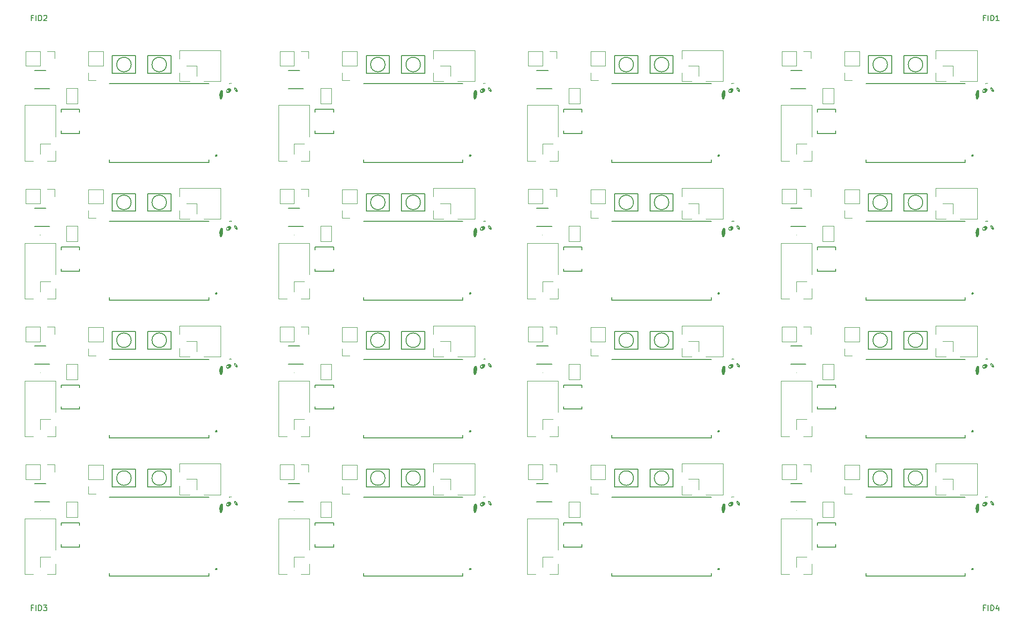
<source format=gbr>
G04 #@! TF.GenerationSoftware,KiCad,Pcbnew,5.1.5-52549c5~84~ubuntu18.04.1*
G04 #@! TF.CreationDate,2020-03-17T11:23:48+01:00*
G04 #@! TF.ProjectId,output.m3_panel,6f757470-7574-42e6-9d33-5f70616e656c,rev?*
G04 #@! TF.SameCoordinates,Original*
G04 #@! TF.FileFunction,Legend,Top*
G04 #@! TF.FilePolarity,Positive*
%FSLAX46Y46*%
G04 Gerber Fmt 4.6, Leading zero omitted, Abs format (unit mm)*
G04 Created by KiCad (PCBNEW 5.1.5-52549c5~84~ubuntu18.04.1) date 2020-03-17 11:23:48*
%MOMM*%
%LPD*%
G04 APERTURE LIST*
%ADD10C,0.120000*%
%ADD11C,0.150000*%
%ADD12C,0.152400*%
%ADD13C,0.100000*%
%ADD14C,0.060000*%
%ADD15C,0.010000*%
%ADD16C,0.400000*%
%ADD17C,0.127000*%
G04 APERTURE END LIST*
D10*
X150800000Y-53730000D02*
X149470000Y-53730000D01*
X149470000Y-53730000D02*
X149470000Y-52400000D01*
X149470000Y-51130000D02*
X149470000Y-48530000D01*
X152130000Y-48530000D02*
X149470000Y-48530000D01*
X152130000Y-51130000D02*
X152130000Y-48530000D01*
X152130000Y-51130000D02*
X149470000Y-51130000D01*
X143330000Y-48470000D02*
X143330000Y-49800000D01*
X142000000Y-48470000D02*
X143330000Y-48470000D01*
X140730000Y-48470000D02*
X140730000Y-51130000D01*
X140730000Y-51130000D02*
X138130000Y-51130000D01*
X140730000Y-48470000D02*
X138130000Y-48470000D01*
X138130000Y-48470000D02*
X138130000Y-51130000D01*
D11*
X142430000Y-55250000D02*
X139675000Y-55250000D01*
X141725000Y-51950000D02*
X139675000Y-51950000D01*
D12*
X147876400Y-63384400D02*
X147876400Y-62927200D01*
X144523600Y-63384400D02*
X147876400Y-63384400D01*
X144523600Y-59015600D02*
X144523600Y-59472800D01*
X147876400Y-59015600D02*
X144523600Y-59015600D01*
X147876400Y-59472800D02*
X147876400Y-59015600D01*
X144523600Y-62927200D02*
X144523600Y-63384400D01*
D10*
X147500000Y-55200000D02*
X147500000Y-58000000D01*
X147500000Y-58000000D02*
X145500000Y-58000000D01*
X145500000Y-58000000D02*
X145500000Y-55200000D01*
X145500000Y-55200000D02*
X147500000Y-55200000D01*
X143530000Y-68375000D02*
X142000000Y-68375000D01*
X143530000Y-66500000D02*
X143530000Y-68375000D01*
X140730000Y-65230000D02*
X142600000Y-65230000D01*
X140730000Y-67100000D02*
X140730000Y-65230000D01*
X139460000Y-68375000D02*
X137930000Y-68375000D01*
X137930000Y-68375000D02*
X137930000Y-58275000D01*
X143530000Y-58275000D02*
X137930000Y-58275000D01*
X143530000Y-63960000D02*
X143530000Y-58275000D01*
X165950000Y-53900000D02*
X165950000Y-52370000D01*
X167795000Y-53900000D02*
X165950000Y-53900000D01*
X169065000Y-51100000D02*
X169065000Y-52970000D01*
X167195000Y-51100000D02*
X169065000Y-51100000D01*
X165950000Y-49830000D02*
X165950000Y-48300000D01*
X165950000Y-48300000D02*
X173450000Y-48300000D01*
X173450000Y-53900000D02*
X173450000Y-48300000D01*
X170335000Y-53900000D02*
X173450000Y-53900000D01*
D11*
X157215295Y-50900000D02*
G75*
G03X157215295Y-50900000I-1315295J0D01*
G01*
X153800000Y-52500000D02*
X153800000Y-49300000D01*
X158000000Y-49300000D02*
X158000000Y-52500000D01*
X153800000Y-52500000D02*
X158000000Y-52500000D01*
X153800000Y-49300000D02*
X158000000Y-49300000D01*
D13*
X140760000Y-56800000D02*
G75*
G03X140760000Y-56800000I-50000J0D01*
G01*
D14*
G36*
X174966909Y-54334994D02*
G01*
X174962717Y-54329586D01*
X174961759Y-54321390D01*
X174966177Y-54315970D01*
X174978226Y-54308114D01*
X174995946Y-54298731D01*
X175017376Y-54288734D01*
X175040555Y-54279033D01*
X175063523Y-54270540D01*
X175084319Y-54264165D01*
X175085684Y-54263811D01*
X175128745Y-54256338D01*
X175177240Y-54253964D01*
X175227816Y-54256686D01*
X175274101Y-54263859D01*
X175301401Y-54269638D01*
X175320292Y-54273851D01*
X175332315Y-54276984D01*
X175339013Y-54279522D01*
X175341928Y-54281948D01*
X175342602Y-54284748D01*
X175342604Y-54285391D01*
X175341575Y-54293097D01*
X175337703Y-54297740D01*
X175329461Y-54299455D01*
X175315325Y-54298375D01*
X175293769Y-54294634D01*
X175276641Y-54291167D01*
X175217679Y-54281715D01*
X175164213Y-54279383D01*
X175114289Y-54284382D01*
X175065955Y-54296923D01*
X175017259Y-54317215D01*
X175012380Y-54319636D01*
X174990394Y-54330066D01*
X174975686Y-54335170D01*
X174966909Y-54334994D01*
G37*
X174966909Y-54334994D02*
X174962717Y-54329586D01*
X174961759Y-54321390D01*
X174966177Y-54315970D01*
X174978226Y-54308114D01*
X174995946Y-54298731D01*
X175017376Y-54288734D01*
X175040555Y-54279033D01*
X175063523Y-54270540D01*
X175084319Y-54264165D01*
X175085684Y-54263811D01*
X175128745Y-54256338D01*
X175177240Y-54253964D01*
X175227816Y-54256686D01*
X175274101Y-54263859D01*
X175301401Y-54269638D01*
X175320292Y-54273851D01*
X175332315Y-54276984D01*
X175339013Y-54279522D01*
X175341928Y-54281948D01*
X175342602Y-54284748D01*
X175342604Y-54285391D01*
X175341575Y-54293097D01*
X175337703Y-54297740D01*
X175329461Y-54299455D01*
X175315325Y-54298375D01*
X175293769Y-54294634D01*
X175276641Y-54291167D01*
X175217679Y-54281715D01*
X175164213Y-54279383D01*
X175114289Y-54284382D01*
X175065955Y-54296923D01*
X175017259Y-54317215D01*
X175012380Y-54319636D01*
X174990394Y-54330066D01*
X174975686Y-54335170D01*
X174966909Y-54334994D01*
D15*
G36*
X176297936Y-55774424D02*
G01*
X176280402Y-55772009D01*
X176263722Y-55766748D01*
X176244923Y-55758420D01*
X176195057Y-55730014D01*
X176145573Y-55692798D01*
X176097415Y-55648111D01*
X176051524Y-55597288D01*
X176008844Y-55541666D01*
X175970316Y-55482580D01*
X175936884Y-55421368D01*
X175909489Y-55359365D01*
X175889075Y-55297907D01*
X175876583Y-55238332D01*
X175876220Y-55235695D01*
X175873452Y-55192628D01*
X175877145Y-55154567D01*
X175887008Y-55122397D01*
X175902748Y-55097002D01*
X175924076Y-55079268D01*
X175928414Y-55076992D01*
X175956382Y-55068506D01*
X175988192Y-55067243D01*
X176020412Y-55073336D01*
X176020861Y-55073478D01*
X176064398Y-55091767D01*
X176109331Y-55118982D01*
X176154720Y-55154159D01*
X176199625Y-55196337D01*
X176243106Y-55244552D01*
X176284223Y-55297842D01*
X176322036Y-55355245D01*
X176355605Y-55415798D01*
X176356061Y-55416705D01*
X176381420Y-55470979D01*
X176389890Y-55493250D01*
X176236317Y-55493250D01*
X176236058Y-55465509D01*
X176233480Y-55437513D01*
X176229034Y-55414122D01*
X176219194Y-55383959D01*
X176204602Y-55349668D01*
X176187066Y-55314880D01*
X176168393Y-55283228D01*
X176153219Y-55261802D01*
X176121706Y-55226018D01*
X176090449Y-55197929D01*
X176060095Y-55177824D01*
X176031292Y-55165990D01*
X176004688Y-55162715D01*
X175980931Y-55168286D01*
X175965468Y-55178358D01*
X175950834Y-55194825D01*
X175941582Y-55214821D01*
X175936995Y-55240511D01*
X175936199Y-55266508D01*
X175940017Y-55305739D01*
X175950014Y-55346057D01*
X175965336Y-55386373D01*
X175985135Y-55425596D01*
X176008559Y-55462636D01*
X176034757Y-55496403D01*
X176062878Y-55525806D01*
X176092072Y-55549755D01*
X176121488Y-55567160D01*
X176150275Y-55576930D01*
X176177582Y-55577975D01*
X176179080Y-55577749D01*
X176201375Y-55569214D01*
X176219731Y-55552395D01*
X176229796Y-55535138D01*
X176234236Y-55517529D01*
X176236317Y-55493250D01*
X176389890Y-55493250D01*
X176400096Y-55520082D01*
X176412645Y-55565974D01*
X176419621Y-55610615D01*
X176421577Y-55648004D01*
X176421454Y-55673090D01*
X176420245Y-55691044D01*
X176417493Y-55704874D01*
X176412740Y-55717589D01*
X176410158Y-55723073D01*
X176399389Y-55740403D01*
X176385930Y-55756091D01*
X176380130Y-55761173D01*
X176369827Y-55768216D01*
X176359728Y-55772372D01*
X176346662Y-55774381D01*
X176327456Y-55774986D01*
X176320960Y-55775004D01*
X176297936Y-55774424D01*
G37*
X176297936Y-55774424D02*
X176280402Y-55772009D01*
X176263722Y-55766748D01*
X176244923Y-55758420D01*
X176195057Y-55730014D01*
X176145573Y-55692798D01*
X176097415Y-55648111D01*
X176051524Y-55597288D01*
X176008844Y-55541666D01*
X175970316Y-55482580D01*
X175936884Y-55421368D01*
X175909489Y-55359365D01*
X175889075Y-55297907D01*
X175876583Y-55238332D01*
X175876220Y-55235695D01*
X175873452Y-55192628D01*
X175877145Y-55154567D01*
X175887008Y-55122397D01*
X175902748Y-55097002D01*
X175924076Y-55079268D01*
X175928414Y-55076992D01*
X175956382Y-55068506D01*
X175988192Y-55067243D01*
X176020412Y-55073336D01*
X176020861Y-55073478D01*
X176064398Y-55091767D01*
X176109331Y-55118982D01*
X176154720Y-55154159D01*
X176199625Y-55196337D01*
X176243106Y-55244552D01*
X176284223Y-55297842D01*
X176322036Y-55355245D01*
X176355605Y-55415798D01*
X176356061Y-55416705D01*
X176381420Y-55470979D01*
X176389890Y-55493250D01*
X176236317Y-55493250D01*
X176236058Y-55465509D01*
X176233480Y-55437513D01*
X176229034Y-55414122D01*
X176219194Y-55383959D01*
X176204602Y-55349668D01*
X176187066Y-55314880D01*
X176168393Y-55283228D01*
X176153219Y-55261802D01*
X176121706Y-55226018D01*
X176090449Y-55197929D01*
X176060095Y-55177824D01*
X176031292Y-55165990D01*
X176004688Y-55162715D01*
X175980931Y-55168286D01*
X175965468Y-55178358D01*
X175950834Y-55194825D01*
X175941582Y-55214821D01*
X175936995Y-55240511D01*
X175936199Y-55266508D01*
X175940017Y-55305739D01*
X175950014Y-55346057D01*
X175965336Y-55386373D01*
X175985135Y-55425596D01*
X176008559Y-55462636D01*
X176034757Y-55496403D01*
X176062878Y-55525806D01*
X176092072Y-55549755D01*
X176121488Y-55567160D01*
X176150275Y-55576930D01*
X176177582Y-55577975D01*
X176179080Y-55577749D01*
X176201375Y-55569214D01*
X176219731Y-55552395D01*
X176229796Y-55535138D01*
X176234236Y-55517529D01*
X176236317Y-55493250D01*
X176389890Y-55493250D01*
X176400096Y-55520082D01*
X176412645Y-55565974D01*
X176419621Y-55610615D01*
X176421577Y-55648004D01*
X176421454Y-55673090D01*
X176420245Y-55691044D01*
X176417493Y-55704874D01*
X176412740Y-55717589D01*
X176410158Y-55723073D01*
X176399389Y-55740403D01*
X176385930Y-55756091D01*
X176380130Y-55761173D01*
X176369827Y-55768216D01*
X176359728Y-55772372D01*
X176346662Y-55774381D01*
X176327456Y-55774986D01*
X176320960Y-55775004D01*
X176297936Y-55774424D01*
G36*
X174673178Y-55965047D02*
G01*
X174635338Y-55961758D01*
X174614842Y-55957927D01*
X174563211Y-55940950D01*
X174518541Y-55917170D01*
X174480955Y-55887297D01*
X174450577Y-55852043D01*
X174427530Y-55812121D01*
X174411940Y-55768241D01*
X174403929Y-55721116D01*
X174403621Y-55671458D01*
X174411140Y-55619978D01*
X174426611Y-55567388D01*
X174450156Y-55514400D01*
X174481900Y-55461725D01*
X174519932Y-55412426D01*
X174569577Y-55361318D01*
X174624567Y-55316569D01*
X174683738Y-55278682D01*
X174745923Y-55248158D01*
X174809956Y-55225499D01*
X174874672Y-55211207D01*
X174938906Y-55205783D01*
X174993383Y-55208655D01*
X175048208Y-55219717D01*
X175097304Y-55238788D01*
X175140230Y-55265676D01*
X175158714Y-55281491D01*
X175190461Y-55315388D01*
X175213601Y-55349862D01*
X175229483Y-55387504D01*
X175239460Y-55430908D01*
X175240615Y-55438679D01*
X175243175Y-55493069D01*
X175236315Y-55548133D01*
X175220667Y-55603072D01*
X175207326Y-55633349D01*
X174842437Y-55633349D01*
X174840056Y-55611712D01*
X174827095Y-55567520D01*
X174805912Y-55528167D01*
X174777403Y-55494702D01*
X174742464Y-55468171D01*
X174701991Y-55449620D01*
X174701148Y-55449343D01*
X174681190Y-55445364D01*
X174654140Y-55443672D01*
X174635917Y-55443848D01*
X174611663Y-55445253D01*
X174593277Y-55448190D01*
X174576479Y-55453648D01*
X174558911Y-55461669D01*
X174521922Y-55485036D01*
X174491319Y-55514876D01*
X174467847Y-55549776D01*
X174452252Y-55588320D01*
X174445279Y-55629096D01*
X174447676Y-55670690D01*
X174447931Y-55672102D01*
X174460635Y-55714000D01*
X174481957Y-55752386D01*
X174510616Y-55785609D01*
X174545331Y-55812018D01*
X174564156Y-55821966D01*
X174594083Y-55831474D01*
X174629205Y-55836038D01*
X174665811Y-55835599D01*
X174700188Y-55830100D01*
X174718070Y-55824398D01*
X174753218Y-55805338D01*
X174783910Y-55778880D01*
X174809161Y-55746737D01*
X174827988Y-55710625D01*
X174839408Y-55672257D01*
X174842437Y-55633349D01*
X175207326Y-55633349D01*
X175196865Y-55657088D01*
X175165540Y-55709383D01*
X175127327Y-55759158D01*
X175082856Y-55805617D01*
X175032761Y-55847960D01*
X174977675Y-55885390D01*
X174918231Y-55917108D01*
X174855060Y-55942317D01*
X174836715Y-55948123D01*
X174800338Y-55956586D01*
X174758844Y-55962321D01*
X174715402Y-55965188D01*
X174673178Y-55965047D01*
G37*
X174673178Y-55965047D02*
X174635338Y-55961758D01*
X174614842Y-55957927D01*
X174563211Y-55940950D01*
X174518541Y-55917170D01*
X174480955Y-55887297D01*
X174450577Y-55852043D01*
X174427530Y-55812121D01*
X174411940Y-55768241D01*
X174403929Y-55721116D01*
X174403621Y-55671458D01*
X174411140Y-55619978D01*
X174426611Y-55567388D01*
X174450156Y-55514400D01*
X174481900Y-55461725D01*
X174519932Y-55412426D01*
X174569577Y-55361318D01*
X174624567Y-55316569D01*
X174683738Y-55278682D01*
X174745923Y-55248158D01*
X174809956Y-55225499D01*
X174874672Y-55211207D01*
X174938906Y-55205783D01*
X174993383Y-55208655D01*
X175048208Y-55219717D01*
X175097304Y-55238788D01*
X175140230Y-55265676D01*
X175158714Y-55281491D01*
X175190461Y-55315388D01*
X175213601Y-55349862D01*
X175229483Y-55387504D01*
X175239460Y-55430908D01*
X175240615Y-55438679D01*
X175243175Y-55493069D01*
X175236315Y-55548133D01*
X175220667Y-55603072D01*
X175207326Y-55633349D01*
X174842437Y-55633349D01*
X174840056Y-55611712D01*
X174827095Y-55567520D01*
X174805912Y-55528167D01*
X174777403Y-55494702D01*
X174742464Y-55468171D01*
X174701991Y-55449620D01*
X174701148Y-55449343D01*
X174681190Y-55445364D01*
X174654140Y-55443672D01*
X174635917Y-55443848D01*
X174611663Y-55445253D01*
X174593277Y-55448190D01*
X174576479Y-55453648D01*
X174558911Y-55461669D01*
X174521922Y-55485036D01*
X174491319Y-55514876D01*
X174467847Y-55549776D01*
X174452252Y-55588320D01*
X174445279Y-55629096D01*
X174447676Y-55670690D01*
X174447931Y-55672102D01*
X174460635Y-55714000D01*
X174481957Y-55752386D01*
X174510616Y-55785609D01*
X174545331Y-55812018D01*
X174564156Y-55821966D01*
X174594083Y-55831474D01*
X174629205Y-55836038D01*
X174665811Y-55835599D01*
X174700188Y-55830100D01*
X174718070Y-55824398D01*
X174753218Y-55805338D01*
X174783910Y-55778880D01*
X174809161Y-55746737D01*
X174827988Y-55710625D01*
X174839408Y-55672257D01*
X174842437Y-55633349D01*
X175207326Y-55633349D01*
X175196865Y-55657088D01*
X175165540Y-55709383D01*
X175127327Y-55759158D01*
X175082856Y-55805617D01*
X175032761Y-55847960D01*
X174977675Y-55885390D01*
X174918231Y-55917108D01*
X174855060Y-55942317D01*
X174836715Y-55948123D01*
X174800338Y-55956586D01*
X174758844Y-55962321D01*
X174715402Y-55965188D01*
X174673178Y-55965047D01*
G36*
X173413400Y-57137086D02*
G01*
X173393253Y-57134859D01*
X173375738Y-57131260D01*
X173360413Y-57125516D01*
X173346835Y-57116853D01*
X173334562Y-57104500D01*
X173323151Y-57087684D01*
X173312161Y-57065631D01*
X173301148Y-57037569D01*
X173289670Y-57002725D01*
X173277285Y-56960326D01*
X173263551Y-56909599D01*
X173248024Y-56849772D01*
X173247302Y-56846957D01*
X173230095Y-56774350D01*
X173216061Y-56702548D01*
X173204912Y-56629381D01*
X173196363Y-56552674D01*
X173190127Y-56470255D01*
X173185992Y-56382064D01*
X173184884Y-56348419D01*
X173184379Y-56322299D01*
X173184668Y-56301075D01*
X173185943Y-56282121D01*
X173188393Y-56262810D01*
X173192210Y-56240515D01*
X173197585Y-56212607D01*
X173198729Y-56206804D01*
X173215210Y-56128113D01*
X173232736Y-56053418D01*
X173251055Y-55983485D01*
X173269914Y-55919083D01*
X173289060Y-55860979D01*
X173308242Y-55809942D01*
X173327207Y-55766739D01*
X173345701Y-55732138D01*
X173362944Y-55707531D01*
X173373648Y-55694075D01*
X173387924Y-55675107D01*
X173403626Y-55653513D01*
X173414114Y-55638672D01*
X173439615Y-55604549D01*
X173463379Y-55577623D01*
X173484679Y-55558640D01*
X173501778Y-55548718D01*
X173513753Y-55546126D01*
X173531452Y-55544466D01*
X173545962Y-55544112D01*
X173562552Y-55544958D01*
X173577832Y-55547800D01*
X173594855Y-55553521D01*
X173616672Y-55563006D01*
X173625641Y-55567206D01*
X173648409Y-55578930D01*
X173669895Y-55591643D01*
X173686949Y-55603406D01*
X173693402Y-55608869D01*
X173716303Y-55637114D01*
X173736373Y-55674941D01*
X173753629Y-55722404D01*
X173768094Y-55779555D01*
X173776642Y-55825804D01*
X173779159Y-55843060D01*
X173781179Y-55861237D01*
X173782753Y-55881650D01*
X173783929Y-55905616D01*
X173784758Y-55934449D01*
X173785289Y-55969465D01*
X173785572Y-56011980D01*
X173785656Y-56063308D01*
X173785656Y-56064564D01*
X173785533Y-56121046D01*
X173785087Y-56169393D01*
X173784198Y-56211632D01*
X173782744Y-56249787D01*
X173780604Y-56285882D01*
X173777659Y-56321942D01*
X173773787Y-56359991D01*
X173768867Y-56402055D01*
X173762778Y-56450157D01*
X173762533Y-56452046D01*
X173753475Y-56509070D01*
X173740625Y-56571525D01*
X173724570Y-56637523D01*
X173705895Y-56705176D01*
X173685188Y-56772597D01*
X173663036Y-56837897D01*
X173640024Y-56899189D01*
X173616739Y-56954585D01*
X173593769Y-57002198D01*
X173588571Y-57011887D01*
X173560704Y-57055989D01*
X173529618Y-57093307D01*
X173529013Y-57093928D01*
X173506221Y-57115205D01*
X173485533Y-57128922D01*
X173463838Y-57136241D01*
X173438026Y-57138322D01*
X173413400Y-57137086D01*
G37*
X173413400Y-57137086D02*
X173393253Y-57134859D01*
X173375738Y-57131260D01*
X173360413Y-57125516D01*
X173346835Y-57116853D01*
X173334562Y-57104500D01*
X173323151Y-57087684D01*
X173312161Y-57065631D01*
X173301148Y-57037569D01*
X173289670Y-57002725D01*
X173277285Y-56960326D01*
X173263551Y-56909599D01*
X173248024Y-56849772D01*
X173247302Y-56846957D01*
X173230095Y-56774350D01*
X173216061Y-56702548D01*
X173204912Y-56629381D01*
X173196363Y-56552674D01*
X173190127Y-56470255D01*
X173185992Y-56382064D01*
X173184884Y-56348419D01*
X173184379Y-56322299D01*
X173184668Y-56301075D01*
X173185943Y-56282121D01*
X173188393Y-56262810D01*
X173192210Y-56240515D01*
X173197585Y-56212607D01*
X173198729Y-56206804D01*
X173215210Y-56128113D01*
X173232736Y-56053418D01*
X173251055Y-55983485D01*
X173269914Y-55919083D01*
X173289060Y-55860979D01*
X173308242Y-55809942D01*
X173327207Y-55766739D01*
X173345701Y-55732138D01*
X173362944Y-55707531D01*
X173373648Y-55694075D01*
X173387924Y-55675107D01*
X173403626Y-55653513D01*
X173414114Y-55638672D01*
X173439615Y-55604549D01*
X173463379Y-55577623D01*
X173484679Y-55558640D01*
X173501778Y-55548718D01*
X173513753Y-55546126D01*
X173531452Y-55544466D01*
X173545962Y-55544112D01*
X173562552Y-55544958D01*
X173577832Y-55547800D01*
X173594855Y-55553521D01*
X173616672Y-55563006D01*
X173625641Y-55567206D01*
X173648409Y-55578930D01*
X173669895Y-55591643D01*
X173686949Y-55603406D01*
X173693402Y-55608869D01*
X173716303Y-55637114D01*
X173736373Y-55674941D01*
X173753629Y-55722404D01*
X173768094Y-55779555D01*
X173776642Y-55825804D01*
X173779159Y-55843060D01*
X173781179Y-55861237D01*
X173782753Y-55881650D01*
X173783929Y-55905616D01*
X173784758Y-55934449D01*
X173785289Y-55969465D01*
X173785572Y-56011980D01*
X173785656Y-56063308D01*
X173785656Y-56064564D01*
X173785533Y-56121046D01*
X173785087Y-56169393D01*
X173784198Y-56211632D01*
X173782744Y-56249787D01*
X173780604Y-56285882D01*
X173777659Y-56321942D01*
X173773787Y-56359991D01*
X173768867Y-56402055D01*
X173762778Y-56450157D01*
X173762533Y-56452046D01*
X173753475Y-56509070D01*
X173740625Y-56571525D01*
X173724570Y-56637523D01*
X173705895Y-56705176D01*
X173685188Y-56772597D01*
X173663036Y-56837897D01*
X173640024Y-56899189D01*
X173616739Y-56954585D01*
X173593769Y-57002198D01*
X173588571Y-57011887D01*
X173560704Y-57055989D01*
X173529618Y-57093307D01*
X173529013Y-57093928D01*
X173506221Y-57115205D01*
X173485533Y-57128922D01*
X173463838Y-57136241D01*
X173438026Y-57138322D01*
X173413400Y-57137086D01*
D11*
X160200000Y-49300000D02*
X164400000Y-49300000D01*
X160200000Y-52500000D02*
X164400000Y-52500000D01*
X164400000Y-49300000D02*
X164400000Y-52500000D01*
X160200000Y-52500000D02*
X160200000Y-49300000D01*
X163615295Y-50900000D02*
G75*
G03X163615295Y-50900000I-1315295J0D01*
G01*
D16*
X172650000Y-67400000D02*
G75*
G03X172650000Y-67400000I-50000J0D01*
G01*
D17*
X171300000Y-68650000D02*
X153300000Y-68650000D01*
X153300000Y-68650000D02*
X153300000Y-68140000D01*
X171300000Y-68650000D02*
X171300000Y-68140000D01*
X171300000Y-54350000D02*
X153300000Y-54350000D01*
D10*
X184130000Y-48470000D02*
X184130000Y-51130000D01*
X186730000Y-48470000D02*
X184130000Y-48470000D01*
X186730000Y-51130000D02*
X184130000Y-51130000D01*
X186730000Y-48470000D02*
X186730000Y-51130000D01*
X188000000Y-48470000D02*
X189330000Y-48470000D01*
X189330000Y-48470000D02*
X189330000Y-49800000D01*
X138130000Y-73470000D02*
X138130000Y-76130000D01*
X140730000Y-73470000D02*
X138130000Y-73470000D01*
X140730000Y-76130000D02*
X138130000Y-76130000D01*
X140730000Y-73470000D02*
X140730000Y-76130000D01*
X142000000Y-73470000D02*
X143330000Y-73470000D01*
X143330000Y-73470000D02*
X143330000Y-74800000D01*
X184130000Y-73470000D02*
X184130000Y-76130000D01*
X186730000Y-73470000D02*
X184130000Y-73470000D01*
X186730000Y-76130000D02*
X184130000Y-76130000D01*
X186730000Y-73470000D02*
X186730000Y-76130000D01*
X188000000Y-73470000D02*
X189330000Y-73470000D01*
X189330000Y-73470000D02*
X189330000Y-74800000D01*
X138130000Y-98470000D02*
X138130000Y-101130000D01*
X140730000Y-98470000D02*
X138130000Y-98470000D01*
X140730000Y-101130000D02*
X138130000Y-101130000D01*
X140730000Y-98470000D02*
X140730000Y-101130000D01*
X142000000Y-98470000D02*
X143330000Y-98470000D01*
X143330000Y-98470000D02*
X143330000Y-99800000D01*
X184130000Y-98470000D02*
X184130000Y-101130000D01*
X186730000Y-98470000D02*
X184130000Y-98470000D01*
X186730000Y-101130000D02*
X184130000Y-101130000D01*
X186730000Y-98470000D02*
X186730000Y-101130000D01*
X188000000Y-98470000D02*
X189330000Y-98470000D01*
X189330000Y-98470000D02*
X189330000Y-99800000D01*
X138130000Y-123470000D02*
X138130000Y-126130000D01*
X140730000Y-123470000D02*
X138130000Y-123470000D01*
X140730000Y-126130000D02*
X138130000Y-126130000D01*
X140730000Y-123470000D02*
X140730000Y-126130000D01*
X142000000Y-123470000D02*
X143330000Y-123470000D01*
X143330000Y-123470000D02*
X143330000Y-124800000D01*
X184130000Y-123470000D02*
X184130000Y-126130000D01*
X186730000Y-123470000D02*
X184130000Y-123470000D01*
X186730000Y-126130000D02*
X184130000Y-126130000D01*
X186730000Y-123470000D02*
X186730000Y-126130000D01*
X188000000Y-123470000D02*
X189330000Y-123470000D01*
X189330000Y-123470000D02*
X189330000Y-124800000D01*
X191500000Y-55200000D02*
X193500000Y-55200000D01*
X191500000Y-58000000D02*
X191500000Y-55200000D01*
X193500000Y-58000000D02*
X191500000Y-58000000D01*
X193500000Y-55200000D02*
X193500000Y-58000000D01*
X145500000Y-80200000D02*
X147500000Y-80200000D01*
X145500000Y-83000000D02*
X145500000Y-80200000D01*
X147500000Y-83000000D02*
X145500000Y-83000000D01*
X147500000Y-80200000D02*
X147500000Y-83000000D01*
X191500000Y-80200000D02*
X193500000Y-80200000D01*
X191500000Y-83000000D02*
X191500000Y-80200000D01*
X193500000Y-83000000D02*
X191500000Y-83000000D01*
X193500000Y-80200000D02*
X193500000Y-83000000D01*
X145500000Y-105200000D02*
X147500000Y-105200000D01*
X145500000Y-108000000D02*
X145500000Y-105200000D01*
X147500000Y-108000000D02*
X145500000Y-108000000D01*
X147500000Y-105200000D02*
X147500000Y-108000000D01*
X191500000Y-105200000D02*
X193500000Y-105200000D01*
X191500000Y-108000000D02*
X191500000Y-105200000D01*
X193500000Y-108000000D02*
X191500000Y-108000000D01*
X193500000Y-105200000D02*
X193500000Y-108000000D01*
X145500000Y-130200000D02*
X147500000Y-130200000D01*
X145500000Y-133000000D02*
X145500000Y-130200000D01*
X147500000Y-133000000D02*
X145500000Y-133000000D01*
X147500000Y-130200000D02*
X147500000Y-133000000D01*
X191500000Y-130200000D02*
X193500000Y-130200000D01*
X191500000Y-133000000D02*
X191500000Y-130200000D01*
X193500000Y-133000000D02*
X191500000Y-133000000D01*
X193500000Y-130200000D02*
X193500000Y-133000000D01*
D15*
G36*
X219413400Y-57137086D02*
G01*
X219393253Y-57134859D01*
X219375738Y-57131260D01*
X219360413Y-57125516D01*
X219346835Y-57116853D01*
X219334562Y-57104500D01*
X219323151Y-57087684D01*
X219312161Y-57065631D01*
X219301148Y-57037569D01*
X219289670Y-57002725D01*
X219277285Y-56960326D01*
X219263551Y-56909599D01*
X219248024Y-56849772D01*
X219247302Y-56846957D01*
X219230095Y-56774350D01*
X219216061Y-56702548D01*
X219204912Y-56629381D01*
X219196363Y-56552674D01*
X219190127Y-56470255D01*
X219185992Y-56382064D01*
X219184884Y-56348419D01*
X219184379Y-56322299D01*
X219184668Y-56301075D01*
X219185943Y-56282121D01*
X219188393Y-56262810D01*
X219192210Y-56240515D01*
X219197585Y-56212607D01*
X219198729Y-56206804D01*
X219215210Y-56128113D01*
X219232736Y-56053418D01*
X219251055Y-55983485D01*
X219269914Y-55919083D01*
X219289060Y-55860979D01*
X219308242Y-55809942D01*
X219327207Y-55766739D01*
X219345701Y-55732138D01*
X219362944Y-55707531D01*
X219373648Y-55694075D01*
X219387924Y-55675107D01*
X219403626Y-55653513D01*
X219414114Y-55638672D01*
X219439615Y-55604549D01*
X219463379Y-55577623D01*
X219484679Y-55558640D01*
X219501778Y-55548718D01*
X219513753Y-55546126D01*
X219531452Y-55544466D01*
X219545962Y-55544112D01*
X219562552Y-55544958D01*
X219577832Y-55547800D01*
X219594855Y-55553521D01*
X219616672Y-55563006D01*
X219625641Y-55567206D01*
X219648409Y-55578930D01*
X219669895Y-55591643D01*
X219686949Y-55603406D01*
X219693402Y-55608869D01*
X219716303Y-55637114D01*
X219736373Y-55674941D01*
X219753629Y-55722404D01*
X219768094Y-55779555D01*
X219776642Y-55825804D01*
X219779159Y-55843060D01*
X219781179Y-55861237D01*
X219782753Y-55881650D01*
X219783929Y-55905616D01*
X219784758Y-55934449D01*
X219785289Y-55969465D01*
X219785572Y-56011980D01*
X219785656Y-56063308D01*
X219785656Y-56064564D01*
X219785533Y-56121046D01*
X219785087Y-56169393D01*
X219784198Y-56211632D01*
X219782744Y-56249787D01*
X219780604Y-56285882D01*
X219777659Y-56321942D01*
X219773787Y-56359991D01*
X219768867Y-56402055D01*
X219762778Y-56450157D01*
X219762533Y-56452046D01*
X219753475Y-56509070D01*
X219740625Y-56571525D01*
X219724570Y-56637523D01*
X219705895Y-56705176D01*
X219685188Y-56772597D01*
X219663036Y-56837897D01*
X219640024Y-56899189D01*
X219616739Y-56954585D01*
X219593769Y-57002198D01*
X219588571Y-57011887D01*
X219560704Y-57055989D01*
X219529618Y-57093307D01*
X219529013Y-57093928D01*
X219506221Y-57115205D01*
X219485533Y-57128922D01*
X219463838Y-57136241D01*
X219438026Y-57138322D01*
X219413400Y-57137086D01*
G37*
X219413400Y-57137086D02*
X219393253Y-57134859D01*
X219375738Y-57131260D01*
X219360413Y-57125516D01*
X219346835Y-57116853D01*
X219334562Y-57104500D01*
X219323151Y-57087684D01*
X219312161Y-57065631D01*
X219301148Y-57037569D01*
X219289670Y-57002725D01*
X219277285Y-56960326D01*
X219263551Y-56909599D01*
X219248024Y-56849772D01*
X219247302Y-56846957D01*
X219230095Y-56774350D01*
X219216061Y-56702548D01*
X219204912Y-56629381D01*
X219196363Y-56552674D01*
X219190127Y-56470255D01*
X219185992Y-56382064D01*
X219184884Y-56348419D01*
X219184379Y-56322299D01*
X219184668Y-56301075D01*
X219185943Y-56282121D01*
X219188393Y-56262810D01*
X219192210Y-56240515D01*
X219197585Y-56212607D01*
X219198729Y-56206804D01*
X219215210Y-56128113D01*
X219232736Y-56053418D01*
X219251055Y-55983485D01*
X219269914Y-55919083D01*
X219289060Y-55860979D01*
X219308242Y-55809942D01*
X219327207Y-55766739D01*
X219345701Y-55732138D01*
X219362944Y-55707531D01*
X219373648Y-55694075D01*
X219387924Y-55675107D01*
X219403626Y-55653513D01*
X219414114Y-55638672D01*
X219439615Y-55604549D01*
X219463379Y-55577623D01*
X219484679Y-55558640D01*
X219501778Y-55548718D01*
X219513753Y-55546126D01*
X219531452Y-55544466D01*
X219545962Y-55544112D01*
X219562552Y-55544958D01*
X219577832Y-55547800D01*
X219594855Y-55553521D01*
X219616672Y-55563006D01*
X219625641Y-55567206D01*
X219648409Y-55578930D01*
X219669895Y-55591643D01*
X219686949Y-55603406D01*
X219693402Y-55608869D01*
X219716303Y-55637114D01*
X219736373Y-55674941D01*
X219753629Y-55722404D01*
X219768094Y-55779555D01*
X219776642Y-55825804D01*
X219779159Y-55843060D01*
X219781179Y-55861237D01*
X219782753Y-55881650D01*
X219783929Y-55905616D01*
X219784758Y-55934449D01*
X219785289Y-55969465D01*
X219785572Y-56011980D01*
X219785656Y-56063308D01*
X219785656Y-56064564D01*
X219785533Y-56121046D01*
X219785087Y-56169393D01*
X219784198Y-56211632D01*
X219782744Y-56249787D01*
X219780604Y-56285882D01*
X219777659Y-56321942D01*
X219773787Y-56359991D01*
X219768867Y-56402055D01*
X219762778Y-56450157D01*
X219762533Y-56452046D01*
X219753475Y-56509070D01*
X219740625Y-56571525D01*
X219724570Y-56637523D01*
X219705895Y-56705176D01*
X219685188Y-56772597D01*
X219663036Y-56837897D01*
X219640024Y-56899189D01*
X219616739Y-56954585D01*
X219593769Y-57002198D01*
X219588571Y-57011887D01*
X219560704Y-57055989D01*
X219529618Y-57093307D01*
X219529013Y-57093928D01*
X219506221Y-57115205D01*
X219485533Y-57128922D01*
X219463838Y-57136241D01*
X219438026Y-57138322D01*
X219413400Y-57137086D01*
G36*
X173413400Y-82137086D02*
G01*
X173393253Y-82134859D01*
X173375738Y-82131260D01*
X173360413Y-82125516D01*
X173346835Y-82116853D01*
X173334562Y-82104500D01*
X173323151Y-82087684D01*
X173312161Y-82065631D01*
X173301148Y-82037569D01*
X173289670Y-82002725D01*
X173277285Y-81960326D01*
X173263551Y-81909599D01*
X173248024Y-81849772D01*
X173247302Y-81846957D01*
X173230095Y-81774350D01*
X173216061Y-81702548D01*
X173204912Y-81629381D01*
X173196363Y-81552674D01*
X173190127Y-81470255D01*
X173185992Y-81382064D01*
X173184884Y-81348419D01*
X173184379Y-81322299D01*
X173184668Y-81301075D01*
X173185943Y-81282121D01*
X173188393Y-81262810D01*
X173192210Y-81240515D01*
X173197585Y-81212607D01*
X173198729Y-81206804D01*
X173215210Y-81128113D01*
X173232736Y-81053418D01*
X173251055Y-80983485D01*
X173269914Y-80919083D01*
X173289060Y-80860979D01*
X173308242Y-80809942D01*
X173327207Y-80766739D01*
X173345701Y-80732138D01*
X173362944Y-80707531D01*
X173373648Y-80694075D01*
X173387924Y-80675107D01*
X173403626Y-80653513D01*
X173414114Y-80638672D01*
X173439615Y-80604549D01*
X173463379Y-80577623D01*
X173484679Y-80558640D01*
X173501778Y-80548718D01*
X173513753Y-80546126D01*
X173531452Y-80544466D01*
X173545962Y-80544112D01*
X173562552Y-80544958D01*
X173577832Y-80547800D01*
X173594855Y-80553521D01*
X173616672Y-80563006D01*
X173625641Y-80567206D01*
X173648409Y-80578930D01*
X173669895Y-80591643D01*
X173686949Y-80603406D01*
X173693402Y-80608869D01*
X173716303Y-80637114D01*
X173736373Y-80674941D01*
X173753629Y-80722404D01*
X173768094Y-80779555D01*
X173776642Y-80825804D01*
X173779159Y-80843060D01*
X173781179Y-80861237D01*
X173782753Y-80881650D01*
X173783929Y-80905616D01*
X173784758Y-80934449D01*
X173785289Y-80969465D01*
X173785572Y-81011980D01*
X173785656Y-81063308D01*
X173785656Y-81064564D01*
X173785533Y-81121046D01*
X173785087Y-81169393D01*
X173784198Y-81211632D01*
X173782744Y-81249787D01*
X173780604Y-81285882D01*
X173777659Y-81321942D01*
X173773787Y-81359991D01*
X173768867Y-81402055D01*
X173762778Y-81450157D01*
X173762533Y-81452046D01*
X173753475Y-81509070D01*
X173740625Y-81571525D01*
X173724570Y-81637523D01*
X173705895Y-81705176D01*
X173685188Y-81772597D01*
X173663036Y-81837897D01*
X173640024Y-81899189D01*
X173616739Y-81954585D01*
X173593769Y-82002198D01*
X173588571Y-82011887D01*
X173560704Y-82055989D01*
X173529618Y-82093307D01*
X173529013Y-82093928D01*
X173506221Y-82115205D01*
X173485533Y-82128922D01*
X173463838Y-82136241D01*
X173438026Y-82138322D01*
X173413400Y-82137086D01*
G37*
X173413400Y-82137086D02*
X173393253Y-82134859D01*
X173375738Y-82131260D01*
X173360413Y-82125516D01*
X173346835Y-82116853D01*
X173334562Y-82104500D01*
X173323151Y-82087684D01*
X173312161Y-82065631D01*
X173301148Y-82037569D01*
X173289670Y-82002725D01*
X173277285Y-81960326D01*
X173263551Y-81909599D01*
X173248024Y-81849772D01*
X173247302Y-81846957D01*
X173230095Y-81774350D01*
X173216061Y-81702548D01*
X173204912Y-81629381D01*
X173196363Y-81552674D01*
X173190127Y-81470255D01*
X173185992Y-81382064D01*
X173184884Y-81348419D01*
X173184379Y-81322299D01*
X173184668Y-81301075D01*
X173185943Y-81282121D01*
X173188393Y-81262810D01*
X173192210Y-81240515D01*
X173197585Y-81212607D01*
X173198729Y-81206804D01*
X173215210Y-81128113D01*
X173232736Y-81053418D01*
X173251055Y-80983485D01*
X173269914Y-80919083D01*
X173289060Y-80860979D01*
X173308242Y-80809942D01*
X173327207Y-80766739D01*
X173345701Y-80732138D01*
X173362944Y-80707531D01*
X173373648Y-80694075D01*
X173387924Y-80675107D01*
X173403626Y-80653513D01*
X173414114Y-80638672D01*
X173439615Y-80604549D01*
X173463379Y-80577623D01*
X173484679Y-80558640D01*
X173501778Y-80548718D01*
X173513753Y-80546126D01*
X173531452Y-80544466D01*
X173545962Y-80544112D01*
X173562552Y-80544958D01*
X173577832Y-80547800D01*
X173594855Y-80553521D01*
X173616672Y-80563006D01*
X173625641Y-80567206D01*
X173648409Y-80578930D01*
X173669895Y-80591643D01*
X173686949Y-80603406D01*
X173693402Y-80608869D01*
X173716303Y-80637114D01*
X173736373Y-80674941D01*
X173753629Y-80722404D01*
X173768094Y-80779555D01*
X173776642Y-80825804D01*
X173779159Y-80843060D01*
X173781179Y-80861237D01*
X173782753Y-80881650D01*
X173783929Y-80905616D01*
X173784758Y-80934449D01*
X173785289Y-80969465D01*
X173785572Y-81011980D01*
X173785656Y-81063308D01*
X173785656Y-81064564D01*
X173785533Y-81121046D01*
X173785087Y-81169393D01*
X173784198Y-81211632D01*
X173782744Y-81249787D01*
X173780604Y-81285882D01*
X173777659Y-81321942D01*
X173773787Y-81359991D01*
X173768867Y-81402055D01*
X173762778Y-81450157D01*
X173762533Y-81452046D01*
X173753475Y-81509070D01*
X173740625Y-81571525D01*
X173724570Y-81637523D01*
X173705895Y-81705176D01*
X173685188Y-81772597D01*
X173663036Y-81837897D01*
X173640024Y-81899189D01*
X173616739Y-81954585D01*
X173593769Y-82002198D01*
X173588571Y-82011887D01*
X173560704Y-82055989D01*
X173529618Y-82093307D01*
X173529013Y-82093928D01*
X173506221Y-82115205D01*
X173485533Y-82128922D01*
X173463838Y-82136241D01*
X173438026Y-82138322D01*
X173413400Y-82137086D01*
G36*
X219413400Y-82137086D02*
G01*
X219393253Y-82134859D01*
X219375738Y-82131260D01*
X219360413Y-82125516D01*
X219346835Y-82116853D01*
X219334562Y-82104500D01*
X219323151Y-82087684D01*
X219312161Y-82065631D01*
X219301148Y-82037569D01*
X219289670Y-82002725D01*
X219277285Y-81960326D01*
X219263551Y-81909599D01*
X219248024Y-81849772D01*
X219247302Y-81846957D01*
X219230095Y-81774350D01*
X219216061Y-81702548D01*
X219204912Y-81629381D01*
X219196363Y-81552674D01*
X219190127Y-81470255D01*
X219185992Y-81382064D01*
X219184884Y-81348419D01*
X219184379Y-81322299D01*
X219184668Y-81301075D01*
X219185943Y-81282121D01*
X219188393Y-81262810D01*
X219192210Y-81240515D01*
X219197585Y-81212607D01*
X219198729Y-81206804D01*
X219215210Y-81128113D01*
X219232736Y-81053418D01*
X219251055Y-80983485D01*
X219269914Y-80919083D01*
X219289060Y-80860979D01*
X219308242Y-80809942D01*
X219327207Y-80766739D01*
X219345701Y-80732138D01*
X219362944Y-80707531D01*
X219373648Y-80694075D01*
X219387924Y-80675107D01*
X219403626Y-80653513D01*
X219414114Y-80638672D01*
X219439615Y-80604549D01*
X219463379Y-80577623D01*
X219484679Y-80558640D01*
X219501778Y-80548718D01*
X219513753Y-80546126D01*
X219531452Y-80544466D01*
X219545962Y-80544112D01*
X219562552Y-80544958D01*
X219577832Y-80547800D01*
X219594855Y-80553521D01*
X219616672Y-80563006D01*
X219625641Y-80567206D01*
X219648409Y-80578930D01*
X219669895Y-80591643D01*
X219686949Y-80603406D01*
X219693402Y-80608869D01*
X219716303Y-80637114D01*
X219736373Y-80674941D01*
X219753629Y-80722404D01*
X219768094Y-80779555D01*
X219776642Y-80825804D01*
X219779159Y-80843060D01*
X219781179Y-80861237D01*
X219782753Y-80881650D01*
X219783929Y-80905616D01*
X219784758Y-80934449D01*
X219785289Y-80969465D01*
X219785572Y-81011980D01*
X219785656Y-81063308D01*
X219785656Y-81064564D01*
X219785533Y-81121046D01*
X219785087Y-81169393D01*
X219784198Y-81211632D01*
X219782744Y-81249787D01*
X219780604Y-81285882D01*
X219777659Y-81321942D01*
X219773787Y-81359991D01*
X219768867Y-81402055D01*
X219762778Y-81450157D01*
X219762533Y-81452046D01*
X219753475Y-81509070D01*
X219740625Y-81571525D01*
X219724570Y-81637523D01*
X219705895Y-81705176D01*
X219685188Y-81772597D01*
X219663036Y-81837897D01*
X219640024Y-81899189D01*
X219616739Y-81954585D01*
X219593769Y-82002198D01*
X219588571Y-82011887D01*
X219560704Y-82055989D01*
X219529618Y-82093307D01*
X219529013Y-82093928D01*
X219506221Y-82115205D01*
X219485533Y-82128922D01*
X219463838Y-82136241D01*
X219438026Y-82138322D01*
X219413400Y-82137086D01*
G37*
X219413400Y-82137086D02*
X219393253Y-82134859D01*
X219375738Y-82131260D01*
X219360413Y-82125516D01*
X219346835Y-82116853D01*
X219334562Y-82104500D01*
X219323151Y-82087684D01*
X219312161Y-82065631D01*
X219301148Y-82037569D01*
X219289670Y-82002725D01*
X219277285Y-81960326D01*
X219263551Y-81909599D01*
X219248024Y-81849772D01*
X219247302Y-81846957D01*
X219230095Y-81774350D01*
X219216061Y-81702548D01*
X219204912Y-81629381D01*
X219196363Y-81552674D01*
X219190127Y-81470255D01*
X219185992Y-81382064D01*
X219184884Y-81348419D01*
X219184379Y-81322299D01*
X219184668Y-81301075D01*
X219185943Y-81282121D01*
X219188393Y-81262810D01*
X219192210Y-81240515D01*
X219197585Y-81212607D01*
X219198729Y-81206804D01*
X219215210Y-81128113D01*
X219232736Y-81053418D01*
X219251055Y-80983485D01*
X219269914Y-80919083D01*
X219289060Y-80860979D01*
X219308242Y-80809942D01*
X219327207Y-80766739D01*
X219345701Y-80732138D01*
X219362944Y-80707531D01*
X219373648Y-80694075D01*
X219387924Y-80675107D01*
X219403626Y-80653513D01*
X219414114Y-80638672D01*
X219439615Y-80604549D01*
X219463379Y-80577623D01*
X219484679Y-80558640D01*
X219501778Y-80548718D01*
X219513753Y-80546126D01*
X219531452Y-80544466D01*
X219545962Y-80544112D01*
X219562552Y-80544958D01*
X219577832Y-80547800D01*
X219594855Y-80553521D01*
X219616672Y-80563006D01*
X219625641Y-80567206D01*
X219648409Y-80578930D01*
X219669895Y-80591643D01*
X219686949Y-80603406D01*
X219693402Y-80608869D01*
X219716303Y-80637114D01*
X219736373Y-80674941D01*
X219753629Y-80722404D01*
X219768094Y-80779555D01*
X219776642Y-80825804D01*
X219779159Y-80843060D01*
X219781179Y-80861237D01*
X219782753Y-80881650D01*
X219783929Y-80905616D01*
X219784758Y-80934449D01*
X219785289Y-80969465D01*
X219785572Y-81011980D01*
X219785656Y-81063308D01*
X219785656Y-81064564D01*
X219785533Y-81121046D01*
X219785087Y-81169393D01*
X219784198Y-81211632D01*
X219782744Y-81249787D01*
X219780604Y-81285882D01*
X219777659Y-81321942D01*
X219773787Y-81359991D01*
X219768867Y-81402055D01*
X219762778Y-81450157D01*
X219762533Y-81452046D01*
X219753475Y-81509070D01*
X219740625Y-81571525D01*
X219724570Y-81637523D01*
X219705895Y-81705176D01*
X219685188Y-81772597D01*
X219663036Y-81837897D01*
X219640024Y-81899189D01*
X219616739Y-81954585D01*
X219593769Y-82002198D01*
X219588571Y-82011887D01*
X219560704Y-82055989D01*
X219529618Y-82093307D01*
X219529013Y-82093928D01*
X219506221Y-82115205D01*
X219485533Y-82128922D01*
X219463838Y-82136241D01*
X219438026Y-82138322D01*
X219413400Y-82137086D01*
G36*
X173413400Y-107137086D02*
G01*
X173393253Y-107134859D01*
X173375738Y-107131260D01*
X173360413Y-107125516D01*
X173346835Y-107116853D01*
X173334562Y-107104500D01*
X173323151Y-107087684D01*
X173312161Y-107065631D01*
X173301148Y-107037569D01*
X173289670Y-107002725D01*
X173277285Y-106960326D01*
X173263551Y-106909599D01*
X173248024Y-106849772D01*
X173247302Y-106846957D01*
X173230095Y-106774350D01*
X173216061Y-106702548D01*
X173204912Y-106629381D01*
X173196363Y-106552674D01*
X173190127Y-106470255D01*
X173185992Y-106382064D01*
X173184884Y-106348419D01*
X173184379Y-106322299D01*
X173184668Y-106301075D01*
X173185943Y-106282121D01*
X173188393Y-106262810D01*
X173192210Y-106240515D01*
X173197585Y-106212607D01*
X173198729Y-106206804D01*
X173215210Y-106128113D01*
X173232736Y-106053418D01*
X173251055Y-105983485D01*
X173269914Y-105919083D01*
X173289060Y-105860979D01*
X173308242Y-105809942D01*
X173327207Y-105766739D01*
X173345701Y-105732138D01*
X173362944Y-105707531D01*
X173373648Y-105694075D01*
X173387924Y-105675107D01*
X173403626Y-105653513D01*
X173414114Y-105638672D01*
X173439615Y-105604549D01*
X173463379Y-105577623D01*
X173484679Y-105558640D01*
X173501778Y-105548718D01*
X173513753Y-105546126D01*
X173531452Y-105544466D01*
X173545962Y-105544112D01*
X173562552Y-105544958D01*
X173577832Y-105547800D01*
X173594855Y-105553521D01*
X173616672Y-105563006D01*
X173625641Y-105567206D01*
X173648409Y-105578930D01*
X173669895Y-105591643D01*
X173686949Y-105603406D01*
X173693402Y-105608869D01*
X173716303Y-105637114D01*
X173736373Y-105674941D01*
X173753629Y-105722404D01*
X173768094Y-105779555D01*
X173776642Y-105825804D01*
X173779159Y-105843060D01*
X173781179Y-105861237D01*
X173782753Y-105881650D01*
X173783929Y-105905616D01*
X173784758Y-105934449D01*
X173785289Y-105969465D01*
X173785572Y-106011980D01*
X173785656Y-106063308D01*
X173785656Y-106064564D01*
X173785533Y-106121046D01*
X173785087Y-106169393D01*
X173784198Y-106211632D01*
X173782744Y-106249787D01*
X173780604Y-106285882D01*
X173777659Y-106321942D01*
X173773787Y-106359991D01*
X173768867Y-106402055D01*
X173762778Y-106450157D01*
X173762533Y-106452046D01*
X173753475Y-106509070D01*
X173740625Y-106571525D01*
X173724570Y-106637523D01*
X173705895Y-106705176D01*
X173685188Y-106772597D01*
X173663036Y-106837897D01*
X173640024Y-106899189D01*
X173616739Y-106954585D01*
X173593769Y-107002198D01*
X173588571Y-107011887D01*
X173560704Y-107055989D01*
X173529618Y-107093307D01*
X173529013Y-107093928D01*
X173506221Y-107115205D01*
X173485533Y-107128922D01*
X173463838Y-107136241D01*
X173438026Y-107138322D01*
X173413400Y-107137086D01*
G37*
X173413400Y-107137086D02*
X173393253Y-107134859D01*
X173375738Y-107131260D01*
X173360413Y-107125516D01*
X173346835Y-107116853D01*
X173334562Y-107104500D01*
X173323151Y-107087684D01*
X173312161Y-107065631D01*
X173301148Y-107037569D01*
X173289670Y-107002725D01*
X173277285Y-106960326D01*
X173263551Y-106909599D01*
X173248024Y-106849772D01*
X173247302Y-106846957D01*
X173230095Y-106774350D01*
X173216061Y-106702548D01*
X173204912Y-106629381D01*
X173196363Y-106552674D01*
X173190127Y-106470255D01*
X173185992Y-106382064D01*
X173184884Y-106348419D01*
X173184379Y-106322299D01*
X173184668Y-106301075D01*
X173185943Y-106282121D01*
X173188393Y-106262810D01*
X173192210Y-106240515D01*
X173197585Y-106212607D01*
X173198729Y-106206804D01*
X173215210Y-106128113D01*
X173232736Y-106053418D01*
X173251055Y-105983485D01*
X173269914Y-105919083D01*
X173289060Y-105860979D01*
X173308242Y-105809942D01*
X173327207Y-105766739D01*
X173345701Y-105732138D01*
X173362944Y-105707531D01*
X173373648Y-105694075D01*
X173387924Y-105675107D01*
X173403626Y-105653513D01*
X173414114Y-105638672D01*
X173439615Y-105604549D01*
X173463379Y-105577623D01*
X173484679Y-105558640D01*
X173501778Y-105548718D01*
X173513753Y-105546126D01*
X173531452Y-105544466D01*
X173545962Y-105544112D01*
X173562552Y-105544958D01*
X173577832Y-105547800D01*
X173594855Y-105553521D01*
X173616672Y-105563006D01*
X173625641Y-105567206D01*
X173648409Y-105578930D01*
X173669895Y-105591643D01*
X173686949Y-105603406D01*
X173693402Y-105608869D01*
X173716303Y-105637114D01*
X173736373Y-105674941D01*
X173753629Y-105722404D01*
X173768094Y-105779555D01*
X173776642Y-105825804D01*
X173779159Y-105843060D01*
X173781179Y-105861237D01*
X173782753Y-105881650D01*
X173783929Y-105905616D01*
X173784758Y-105934449D01*
X173785289Y-105969465D01*
X173785572Y-106011980D01*
X173785656Y-106063308D01*
X173785656Y-106064564D01*
X173785533Y-106121046D01*
X173785087Y-106169393D01*
X173784198Y-106211632D01*
X173782744Y-106249787D01*
X173780604Y-106285882D01*
X173777659Y-106321942D01*
X173773787Y-106359991D01*
X173768867Y-106402055D01*
X173762778Y-106450157D01*
X173762533Y-106452046D01*
X173753475Y-106509070D01*
X173740625Y-106571525D01*
X173724570Y-106637523D01*
X173705895Y-106705176D01*
X173685188Y-106772597D01*
X173663036Y-106837897D01*
X173640024Y-106899189D01*
X173616739Y-106954585D01*
X173593769Y-107002198D01*
X173588571Y-107011887D01*
X173560704Y-107055989D01*
X173529618Y-107093307D01*
X173529013Y-107093928D01*
X173506221Y-107115205D01*
X173485533Y-107128922D01*
X173463838Y-107136241D01*
X173438026Y-107138322D01*
X173413400Y-107137086D01*
G36*
X219413400Y-107137086D02*
G01*
X219393253Y-107134859D01*
X219375738Y-107131260D01*
X219360413Y-107125516D01*
X219346835Y-107116853D01*
X219334562Y-107104500D01*
X219323151Y-107087684D01*
X219312161Y-107065631D01*
X219301148Y-107037569D01*
X219289670Y-107002725D01*
X219277285Y-106960326D01*
X219263551Y-106909599D01*
X219248024Y-106849772D01*
X219247302Y-106846957D01*
X219230095Y-106774350D01*
X219216061Y-106702548D01*
X219204912Y-106629381D01*
X219196363Y-106552674D01*
X219190127Y-106470255D01*
X219185992Y-106382064D01*
X219184884Y-106348419D01*
X219184379Y-106322299D01*
X219184668Y-106301075D01*
X219185943Y-106282121D01*
X219188393Y-106262810D01*
X219192210Y-106240515D01*
X219197585Y-106212607D01*
X219198729Y-106206804D01*
X219215210Y-106128113D01*
X219232736Y-106053418D01*
X219251055Y-105983485D01*
X219269914Y-105919083D01*
X219289060Y-105860979D01*
X219308242Y-105809942D01*
X219327207Y-105766739D01*
X219345701Y-105732138D01*
X219362944Y-105707531D01*
X219373648Y-105694075D01*
X219387924Y-105675107D01*
X219403626Y-105653513D01*
X219414114Y-105638672D01*
X219439615Y-105604549D01*
X219463379Y-105577623D01*
X219484679Y-105558640D01*
X219501778Y-105548718D01*
X219513753Y-105546126D01*
X219531452Y-105544466D01*
X219545962Y-105544112D01*
X219562552Y-105544958D01*
X219577832Y-105547800D01*
X219594855Y-105553521D01*
X219616672Y-105563006D01*
X219625641Y-105567206D01*
X219648409Y-105578930D01*
X219669895Y-105591643D01*
X219686949Y-105603406D01*
X219693402Y-105608869D01*
X219716303Y-105637114D01*
X219736373Y-105674941D01*
X219753629Y-105722404D01*
X219768094Y-105779555D01*
X219776642Y-105825804D01*
X219779159Y-105843060D01*
X219781179Y-105861237D01*
X219782753Y-105881650D01*
X219783929Y-105905616D01*
X219784758Y-105934449D01*
X219785289Y-105969465D01*
X219785572Y-106011980D01*
X219785656Y-106063308D01*
X219785656Y-106064564D01*
X219785533Y-106121046D01*
X219785087Y-106169393D01*
X219784198Y-106211632D01*
X219782744Y-106249787D01*
X219780604Y-106285882D01*
X219777659Y-106321942D01*
X219773787Y-106359991D01*
X219768867Y-106402055D01*
X219762778Y-106450157D01*
X219762533Y-106452046D01*
X219753475Y-106509070D01*
X219740625Y-106571525D01*
X219724570Y-106637523D01*
X219705895Y-106705176D01*
X219685188Y-106772597D01*
X219663036Y-106837897D01*
X219640024Y-106899189D01*
X219616739Y-106954585D01*
X219593769Y-107002198D01*
X219588571Y-107011887D01*
X219560704Y-107055989D01*
X219529618Y-107093307D01*
X219529013Y-107093928D01*
X219506221Y-107115205D01*
X219485533Y-107128922D01*
X219463838Y-107136241D01*
X219438026Y-107138322D01*
X219413400Y-107137086D01*
G37*
X219413400Y-107137086D02*
X219393253Y-107134859D01*
X219375738Y-107131260D01*
X219360413Y-107125516D01*
X219346835Y-107116853D01*
X219334562Y-107104500D01*
X219323151Y-107087684D01*
X219312161Y-107065631D01*
X219301148Y-107037569D01*
X219289670Y-107002725D01*
X219277285Y-106960326D01*
X219263551Y-106909599D01*
X219248024Y-106849772D01*
X219247302Y-106846957D01*
X219230095Y-106774350D01*
X219216061Y-106702548D01*
X219204912Y-106629381D01*
X219196363Y-106552674D01*
X219190127Y-106470255D01*
X219185992Y-106382064D01*
X219184884Y-106348419D01*
X219184379Y-106322299D01*
X219184668Y-106301075D01*
X219185943Y-106282121D01*
X219188393Y-106262810D01*
X219192210Y-106240515D01*
X219197585Y-106212607D01*
X219198729Y-106206804D01*
X219215210Y-106128113D01*
X219232736Y-106053418D01*
X219251055Y-105983485D01*
X219269914Y-105919083D01*
X219289060Y-105860979D01*
X219308242Y-105809942D01*
X219327207Y-105766739D01*
X219345701Y-105732138D01*
X219362944Y-105707531D01*
X219373648Y-105694075D01*
X219387924Y-105675107D01*
X219403626Y-105653513D01*
X219414114Y-105638672D01*
X219439615Y-105604549D01*
X219463379Y-105577623D01*
X219484679Y-105558640D01*
X219501778Y-105548718D01*
X219513753Y-105546126D01*
X219531452Y-105544466D01*
X219545962Y-105544112D01*
X219562552Y-105544958D01*
X219577832Y-105547800D01*
X219594855Y-105553521D01*
X219616672Y-105563006D01*
X219625641Y-105567206D01*
X219648409Y-105578930D01*
X219669895Y-105591643D01*
X219686949Y-105603406D01*
X219693402Y-105608869D01*
X219716303Y-105637114D01*
X219736373Y-105674941D01*
X219753629Y-105722404D01*
X219768094Y-105779555D01*
X219776642Y-105825804D01*
X219779159Y-105843060D01*
X219781179Y-105861237D01*
X219782753Y-105881650D01*
X219783929Y-105905616D01*
X219784758Y-105934449D01*
X219785289Y-105969465D01*
X219785572Y-106011980D01*
X219785656Y-106063308D01*
X219785656Y-106064564D01*
X219785533Y-106121046D01*
X219785087Y-106169393D01*
X219784198Y-106211632D01*
X219782744Y-106249787D01*
X219780604Y-106285882D01*
X219777659Y-106321942D01*
X219773787Y-106359991D01*
X219768867Y-106402055D01*
X219762778Y-106450157D01*
X219762533Y-106452046D01*
X219753475Y-106509070D01*
X219740625Y-106571525D01*
X219724570Y-106637523D01*
X219705895Y-106705176D01*
X219685188Y-106772597D01*
X219663036Y-106837897D01*
X219640024Y-106899189D01*
X219616739Y-106954585D01*
X219593769Y-107002198D01*
X219588571Y-107011887D01*
X219560704Y-107055989D01*
X219529618Y-107093307D01*
X219529013Y-107093928D01*
X219506221Y-107115205D01*
X219485533Y-107128922D01*
X219463838Y-107136241D01*
X219438026Y-107138322D01*
X219413400Y-107137086D01*
G36*
X173413400Y-132137086D02*
G01*
X173393253Y-132134859D01*
X173375738Y-132131260D01*
X173360413Y-132125516D01*
X173346835Y-132116853D01*
X173334562Y-132104500D01*
X173323151Y-132087684D01*
X173312161Y-132065631D01*
X173301148Y-132037569D01*
X173289670Y-132002725D01*
X173277285Y-131960326D01*
X173263551Y-131909599D01*
X173248024Y-131849772D01*
X173247302Y-131846957D01*
X173230095Y-131774350D01*
X173216061Y-131702548D01*
X173204912Y-131629381D01*
X173196363Y-131552674D01*
X173190127Y-131470255D01*
X173185992Y-131382064D01*
X173184884Y-131348419D01*
X173184379Y-131322299D01*
X173184668Y-131301075D01*
X173185943Y-131282121D01*
X173188393Y-131262810D01*
X173192210Y-131240515D01*
X173197585Y-131212607D01*
X173198729Y-131206804D01*
X173215210Y-131128113D01*
X173232736Y-131053418D01*
X173251055Y-130983485D01*
X173269914Y-130919083D01*
X173289060Y-130860979D01*
X173308242Y-130809942D01*
X173327207Y-130766739D01*
X173345701Y-130732138D01*
X173362944Y-130707531D01*
X173373648Y-130694075D01*
X173387924Y-130675107D01*
X173403626Y-130653513D01*
X173414114Y-130638672D01*
X173439615Y-130604549D01*
X173463379Y-130577623D01*
X173484679Y-130558640D01*
X173501778Y-130548718D01*
X173513753Y-130546126D01*
X173531452Y-130544466D01*
X173545962Y-130544112D01*
X173562552Y-130544958D01*
X173577832Y-130547800D01*
X173594855Y-130553521D01*
X173616672Y-130563006D01*
X173625641Y-130567206D01*
X173648409Y-130578930D01*
X173669895Y-130591643D01*
X173686949Y-130603406D01*
X173693402Y-130608869D01*
X173716303Y-130637114D01*
X173736373Y-130674941D01*
X173753629Y-130722404D01*
X173768094Y-130779555D01*
X173776642Y-130825804D01*
X173779159Y-130843060D01*
X173781179Y-130861237D01*
X173782753Y-130881650D01*
X173783929Y-130905616D01*
X173784758Y-130934449D01*
X173785289Y-130969465D01*
X173785572Y-131011980D01*
X173785656Y-131063308D01*
X173785656Y-131064564D01*
X173785533Y-131121046D01*
X173785087Y-131169393D01*
X173784198Y-131211632D01*
X173782744Y-131249787D01*
X173780604Y-131285882D01*
X173777659Y-131321942D01*
X173773787Y-131359991D01*
X173768867Y-131402055D01*
X173762778Y-131450157D01*
X173762533Y-131452046D01*
X173753475Y-131509070D01*
X173740625Y-131571525D01*
X173724570Y-131637523D01*
X173705895Y-131705176D01*
X173685188Y-131772597D01*
X173663036Y-131837897D01*
X173640024Y-131899189D01*
X173616739Y-131954585D01*
X173593769Y-132002198D01*
X173588571Y-132011887D01*
X173560704Y-132055989D01*
X173529618Y-132093307D01*
X173529013Y-132093928D01*
X173506221Y-132115205D01*
X173485533Y-132128922D01*
X173463838Y-132136241D01*
X173438026Y-132138322D01*
X173413400Y-132137086D01*
G37*
X173413400Y-132137086D02*
X173393253Y-132134859D01*
X173375738Y-132131260D01*
X173360413Y-132125516D01*
X173346835Y-132116853D01*
X173334562Y-132104500D01*
X173323151Y-132087684D01*
X173312161Y-132065631D01*
X173301148Y-132037569D01*
X173289670Y-132002725D01*
X173277285Y-131960326D01*
X173263551Y-131909599D01*
X173248024Y-131849772D01*
X173247302Y-131846957D01*
X173230095Y-131774350D01*
X173216061Y-131702548D01*
X173204912Y-131629381D01*
X173196363Y-131552674D01*
X173190127Y-131470255D01*
X173185992Y-131382064D01*
X173184884Y-131348419D01*
X173184379Y-131322299D01*
X173184668Y-131301075D01*
X173185943Y-131282121D01*
X173188393Y-131262810D01*
X173192210Y-131240515D01*
X173197585Y-131212607D01*
X173198729Y-131206804D01*
X173215210Y-131128113D01*
X173232736Y-131053418D01*
X173251055Y-130983485D01*
X173269914Y-130919083D01*
X173289060Y-130860979D01*
X173308242Y-130809942D01*
X173327207Y-130766739D01*
X173345701Y-130732138D01*
X173362944Y-130707531D01*
X173373648Y-130694075D01*
X173387924Y-130675107D01*
X173403626Y-130653513D01*
X173414114Y-130638672D01*
X173439615Y-130604549D01*
X173463379Y-130577623D01*
X173484679Y-130558640D01*
X173501778Y-130548718D01*
X173513753Y-130546126D01*
X173531452Y-130544466D01*
X173545962Y-130544112D01*
X173562552Y-130544958D01*
X173577832Y-130547800D01*
X173594855Y-130553521D01*
X173616672Y-130563006D01*
X173625641Y-130567206D01*
X173648409Y-130578930D01*
X173669895Y-130591643D01*
X173686949Y-130603406D01*
X173693402Y-130608869D01*
X173716303Y-130637114D01*
X173736373Y-130674941D01*
X173753629Y-130722404D01*
X173768094Y-130779555D01*
X173776642Y-130825804D01*
X173779159Y-130843060D01*
X173781179Y-130861237D01*
X173782753Y-130881650D01*
X173783929Y-130905616D01*
X173784758Y-130934449D01*
X173785289Y-130969465D01*
X173785572Y-131011980D01*
X173785656Y-131063308D01*
X173785656Y-131064564D01*
X173785533Y-131121046D01*
X173785087Y-131169393D01*
X173784198Y-131211632D01*
X173782744Y-131249787D01*
X173780604Y-131285882D01*
X173777659Y-131321942D01*
X173773787Y-131359991D01*
X173768867Y-131402055D01*
X173762778Y-131450157D01*
X173762533Y-131452046D01*
X173753475Y-131509070D01*
X173740625Y-131571525D01*
X173724570Y-131637523D01*
X173705895Y-131705176D01*
X173685188Y-131772597D01*
X173663036Y-131837897D01*
X173640024Y-131899189D01*
X173616739Y-131954585D01*
X173593769Y-132002198D01*
X173588571Y-132011887D01*
X173560704Y-132055989D01*
X173529618Y-132093307D01*
X173529013Y-132093928D01*
X173506221Y-132115205D01*
X173485533Y-132128922D01*
X173463838Y-132136241D01*
X173438026Y-132138322D01*
X173413400Y-132137086D01*
G36*
X219413400Y-132137086D02*
G01*
X219393253Y-132134859D01*
X219375738Y-132131260D01*
X219360413Y-132125516D01*
X219346835Y-132116853D01*
X219334562Y-132104500D01*
X219323151Y-132087684D01*
X219312161Y-132065631D01*
X219301148Y-132037569D01*
X219289670Y-132002725D01*
X219277285Y-131960326D01*
X219263551Y-131909599D01*
X219248024Y-131849772D01*
X219247302Y-131846957D01*
X219230095Y-131774350D01*
X219216061Y-131702548D01*
X219204912Y-131629381D01*
X219196363Y-131552674D01*
X219190127Y-131470255D01*
X219185992Y-131382064D01*
X219184884Y-131348419D01*
X219184379Y-131322299D01*
X219184668Y-131301075D01*
X219185943Y-131282121D01*
X219188393Y-131262810D01*
X219192210Y-131240515D01*
X219197585Y-131212607D01*
X219198729Y-131206804D01*
X219215210Y-131128113D01*
X219232736Y-131053418D01*
X219251055Y-130983485D01*
X219269914Y-130919083D01*
X219289060Y-130860979D01*
X219308242Y-130809942D01*
X219327207Y-130766739D01*
X219345701Y-130732138D01*
X219362944Y-130707531D01*
X219373648Y-130694075D01*
X219387924Y-130675107D01*
X219403626Y-130653513D01*
X219414114Y-130638672D01*
X219439615Y-130604549D01*
X219463379Y-130577623D01*
X219484679Y-130558640D01*
X219501778Y-130548718D01*
X219513753Y-130546126D01*
X219531452Y-130544466D01*
X219545962Y-130544112D01*
X219562552Y-130544958D01*
X219577832Y-130547800D01*
X219594855Y-130553521D01*
X219616672Y-130563006D01*
X219625641Y-130567206D01*
X219648409Y-130578930D01*
X219669895Y-130591643D01*
X219686949Y-130603406D01*
X219693402Y-130608869D01*
X219716303Y-130637114D01*
X219736373Y-130674941D01*
X219753629Y-130722404D01*
X219768094Y-130779555D01*
X219776642Y-130825804D01*
X219779159Y-130843060D01*
X219781179Y-130861237D01*
X219782753Y-130881650D01*
X219783929Y-130905616D01*
X219784758Y-130934449D01*
X219785289Y-130969465D01*
X219785572Y-131011980D01*
X219785656Y-131063308D01*
X219785656Y-131064564D01*
X219785533Y-131121046D01*
X219785087Y-131169393D01*
X219784198Y-131211632D01*
X219782744Y-131249787D01*
X219780604Y-131285882D01*
X219777659Y-131321942D01*
X219773787Y-131359991D01*
X219768867Y-131402055D01*
X219762778Y-131450157D01*
X219762533Y-131452046D01*
X219753475Y-131509070D01*
X219740625Y-131571525D01*
X219724570Y-131637523D01*
X219705895Y-131705176D01*
X219685188Y-131772597D01*
X219663036Y-131837897D01*
X219640024Y-131899189D01*
X219616739Y-131954585D01*
X219593769Y-132002198D01*
X219588571Y-132011887D01*
X219560704Y-132055989D01*
X219529618Y-132093307D01*
X219529013Y-132093928D01*
X219506221Y-132115205D01*
X219485533Y-132128922D01*
X219463838Y-132136241D01*
X219438026Y-132138322D01*
X219413400Y-132137086D01*
G37*
X219413400Y-132137086D02*
X219393253Y-132134859D01*
X219375738Y-132131260D01*
X219360413Y-132125516D01*
X219346835Y-132116853D01*
X219334562Y-132104500D01*
X219323151Y-132087684D01*
X219312161Y-132065631D01*
X219301148Y-132037569D01*
X219289670Y-132002725D01*
X219277285Y-131960326D01*
X219263551Y-131909599D01*
X219248024Y-131849772D01*
X219247302Y-131846957D01*
X219230095Y-131774350D01*
X219216061Y-131702548D01*
X219204912Y-131629381D01*
X219196363Y-131552674D01*
X219190127Y-131470255D01*
X219185992Y-131382064D01*
X219184884Y-131348419D01*
X219184379Y-131322299D01*
X219184668Y-131301075D01*
X219185943Y-131282121D01*
X219188393Y-131262810D01*
X219192210Y-131240515D01*
X219197585Y-131212607D01*
X219198729Y-131206804D01*
X219215210Y-131128113D01*
X219232736Y-131053418D01*
X219251055Y-130983485D01*
X219269914Y-130919083D01*
X219289060Y-130860979D01*
X219308242Y-130809942D01*
X219327207Y-130766739D01*
X219345701Y-130732138D01*
X219362944Y-130707531D01*
X219373648Y-130694075D01*
X219387924Y-130675107D01*
X219403626Y-130653513D01*
X219414114Y-130638672D01*
X219439615Y-130604549D01*
X219463379Y-130577623D01*
X219484679Y-130558640D01*
X219501778Y-130548718D01*
X219513753Y-130546126D01*
X219531452Y-130544466D01*
X219545962Y-130544112D01*
X219562552Y-130544958D01*
X219577832Y-130547800D01*
X219594855Y-130553521D01*
X219616672Y-130563006D01*
X219625641Y-130567206D01*
X219648409Y-130578930D01*
X219669895Y-130591643D01*
X219686949Y-130603406D01*
X219693402Y-130608869D01*
X219716303Y-130637114D01*
X219736373Y-130674941D01*
X219753629Y-130722404D01*
X219768094Y-130779555D01*
X219776642Y-130825804D01*
X219779159Y-130843060D01*
X219781179Y-130861237D01*
X219782753Y-130881650D01*
X219783929Y-130905616D01*
X219784758Y-130934449D01*
X219785289Y-130969465D01*
X219785572Y-131011980D01*
X219785656Y-131063308D01*
X219785656Y-131064564D01*
X219785533Y-131121046D01*
X219785087Y-131169393D01*
X219784198Y-131211632D01*
X219782744Y-131249787D01*
X219780604Y-131285882D01*
X219777659Y-131321942D01*
X219773787Y-131359991D01*
X219768867Y-131402055D01*
X219762778Y-131450157D01*
X219762533Y-131452046D01*
X219753475Y-131509070D01*
X219740625Y-131571525D01*
X219724570Y-131637523D01*
X219705895Y-131705176D01*
X219685188Y-131772597D01*
X219663036Y-131837897D01*
X219640024Y-131899189D01*
X219616739Y-131954585D01*
X219593769Y-132002198D01*
X219588571Y-132011887D01*
X219560704Y-132055989D01*
X219529618Y-132093307D01*
X219529013Y-132093928D01*
X219506221Y-132115205D01*
X219485533Y-132128922D01*
X219463838Y-132136241D01*
X219438026Y-132138322D01*
X219413400Y-132137086D01*
D10*
X198130000Y-51130000D02*
X195470000Y-51130000D01*
X198130000Y-51130000D02*
X198130000Y-48530000D01*
X198130000Y-48530000D02*
X195470000Y-48530000D01*
X195470000Y-51130000D02*
X195470000Y-48530000D01*
X195470000Y-53730000D02*
X195470000Y-52400000D01*
X196800000Y-53730000D02*
X195470000Y-53730000D01*
X152130000Y-76130000D02*
X149470000Y-76130000D01*
X152130000Y-76130000D02*
X152130000Y-73530000D01*
X152130000Y-73530000D02*
X149470000Y-73530000D01*
X149470000Y-76130000D02*
X149470000Y-73530000D01*
X149470000Y-78730000D02*
X149470000Y-77400000D01*
X150800000Y-78730000D02*
X149470000Y-78730000D01*
X198130000Y-76130000D02*
X195470000Y-76130000D01*
X198130000Y-76130000D02*
X198130000Y-73530000D01*
X198130000Y-73530000D02*
X195470000Y-73530000D01*
X195470000Y-76130000D02*
X195470000Y-73530000D01*
X195470000Y-78730000D02*
X195470000Y-77400000D01*
X196800000Y-78730000D02*
X195470000Y-78730000D01*
X152130000Y-101130000D02*
X149470000Y-101130000D01*
X152130000Y-101130000D02*
X152130000Y-98530000D01*
X152130000Y-98530000D02*
X149470000Y-98530000D01*
X149470000Y-101130000D02*
X149470000Y-98530000D01*
X149470000Y-103730000D02*
X149470000Y-102400000D01*
X150800000Y-103730000D02*
X149470000Y-103730000D01*
X198130000Y-101130000D02*
X195470000Y-101130000D01*
X198130000Y-101130000D02*
X198130000Y-98530000D01*
X198130000Y-98530000D02*
X195470000Y-98530000D01*
X195470000Y-101130000D02*
X195470000Y-98530000D01*
X195470000Y-103730000D02*
X195470000Y-102400000D01*
X196800000Y-103730000D02*
X195470000Y-103730000D01*
X152130000Y-126130000D02*
X149470000Y-126130000D01*
X152130000Y-126130000D02*
X152130000Y-123530000D01*
X152130000Y-123530000D02*
X149470000Y-123530000D01*
X149470000Y-126130000D02*
X149470000Y-123530000D01*
X149470000Y-128730000D02*
X149470000Y-127400000D01*
X150800000Y-128730000D02*
X149470000Y-128730000D01*
X198130000Y-126130000D02*
X195470000Y-126130000D01*
X198130000Y-126130000D02*
X198130000Y-123530000D01*
X198130000Y-123530000D02*
X195470000Y-123530000D01*
X195470000Y-126130000D02*
X195470000Y-123530000D01*
X195470000Y-128730000D02*
X195470000Y-127400000D01*
X196800000Y-128730000D02*
X195470000Y-128730000D01*
D12*
X190523600Y-62927200D02*
X190523600Y-63384400D01*
X193876400Y-59472800D02*
X193876400Y-59015600D01*
X193876400Y-59015600D02*
X190523600Y-59015600D01*
X190523600Y-59015600D02*
X190523600Y-59472800D01*
X190523600Y-63384400D02*
X193876400Y-63384400D01*
X193876400Y-63384400D02*
X193876400Y-62927200D01*
X144523600Y-87927200D02*
X144523600Y-88384400D01*
X147876400Y-84472800D02*
X147876400Y-84015600D01*
X147876400Y-84015600D02*
X144523600Y-84015600D01*
X144523600Y-84015600D02*
X144523600Y-84472800D01*
X144523600Y-88384400D02*
X147876400Y-88384400D01*
X147876400Y-88384400D02*
X147876400Y-87927200D01*
X190523600Y-87927200D02*
X190523600Y-88384400D01*
X193876400Y-84472800D02*
X193876400Y-84015600D01*
X193876400Y-84015600D02*
X190523600Y-84015600D01*
X190523600Y-84015600D02*
X190523600Y-84472800D01*
X190523600Y-88384400D02*
X193876400Y-88384400D01*
X193876400Y-88384400D02*
X193876400Y-87927200D01*
X144523600Y-112927200D02*
X144523600Y-113384400D01*
X147876400Y-109472800D02*
X147876400Y-109015600D01*
X147876400Y-109015600D02*
X144523600Y-109015600D01*
X144523600Y-109015600D02*
X144523600Y-109472800D01*
X144523600Y-113384400D02*
X147876400Y-113384400D01*
X147876400Y-113384400D02*
X147876400Y-112927200D01*
X190523600Y-112927200D02*
X190523600Y-113384400D01*
X193876400Y-109472800D02*
X193876400Y-109015600D01*
X193876400Y-109015600D02*
X190523600Y-109015600D01*
X190523600Y-109015600D02*
X190523600Y-109472800D01*
X190523600Y-113384400D02*
X193876400Y-113384400D01*
X193876400Y-113384400D02*
X193876400Y-112927200D01*
X144523600Y-137927200D02*
X144523600Y-138384400D01*
X147876400Y-134472800D02*
X147876400Y-134015600D01*
X147876400Y-134015600D02*
X144523600Y-134015600D01*
X144523600Y-134015600D02*
X144523600Y-134472800D01*
X144523600Y-138384400D02*
X147876400Y-138384400D01*
X147876400Y-138384400D02*
X147876400Y-137927200D01*
X190523600Y-137927200D02*
X190523600Y-138384400D01*
X193876400Y-134472800D02*
X193876400Y-134015600D01*
X193876400Y-134015600D02*
X190523600Y-134015600D01*
X190523600Y-134015600D02*
X190523600Y-134472800D01*
X190523600Y-138384400D02*
X193876400Y-138384400D01*
X193876400Y-138384400D02*
X193876400Y-137927200D01*
D15*
G36*
X220673178Y-55965047D02*
G01*
X220635338Y-55961758D01*
X220614842Y-55957927D01*
X220563211Y-55940950D01*
X220518541Y-55917170D01*
X220480955Y-55887297D01*
X220450577Y-55852043D01*
X220427530Y-55812121D01*
X220411940Y-55768241D01*
X220403929Y-55721116D01*
X220403621Y-55671458D01*
X220411140Y-55619978D01*
X220426611Y-55567388D01*
X220450156Y-55514400D01*
X220481900Y-55461725D01*
X220519932Y-55412426D01*
X220569577Y-55361318D01*
X220624567Y-55316569D01*
X220683738Y-55278682D01*
X220745923Y-55248158D01*
X220809956Y-55225499D01*
X220874672Y-55211207D01*
X220938906Y-55205783D01*
X220993383Y-55208655D01*
X221048208Y-55219717D01*
X221097304Y-55238788D01*
X221140230Y-55265676D01*
X221158714Y-55281491D01*
X221190461Y-55315388D01*
X221213601Y-55349862D01*
X221229483Y-55387504D01*
X221239460Y-55430908D01*
X221240615Y-55438679D01*
X221243175Y-55493069D01*
X221236315Y-55548133D01*
X221220667Y-55603072D01*
X221207326Y-55633349D01*
X220842437Y-55633349D01*
X220840056Y-55611712D01*
X220827095Y-55567520D01*
X220805912Y-55528167D01*
X220777403Y-55494702D01*
X220742464Y-55468171D01*
X220701991Y-55449620D01*
X220701148Y-55449343D01*
X220681190Y-55445364D01*
X220654140Y-55443672D01*
X220635917Y-55443848D01*
X220611663Y-55445253D01*
X220593277Y-55448190D01*
X220576479Y-55453648D01*
X220558911Y-55461669D01*
X220521922Y-55485036D01*
X220491319Y-55514876D01*
X220467847Y-55549776D01*
X220452252Y-55588320D01*
X220445279Y-55629096D01*
X220447676Y-55670690D01*
X220447931Y-55672102D01*
X220460635Y-55714000D01*
X220481957Y-55752386D01*
X220510616Y-55785609D01*
X220545331Y-55812018D01*
X220564156Y-55821966D01*
X220594083Y-55831474D01*
X220629205Y-55836038D01*
X220665811Y-55835599D01*
X220700188Y-55830100D01*
X220718070Y-55824398D01*
X220753218Y-55805338D01*
X220783910Y-55778880D01*
X220809161Y-55746737D01*
X220827988Y-55710625D01*
X220839408Y-55672257D01*
X220842437Y-55633349D01*
X221207326Y-55633349D01*
X221196865Y-55657088D01*
X221165540Y-55709383D01*
X221127327Y-55759158D01*
X221082856Y-55805617D01*
X221032761Y-55847960D01*
X220977675Y-55885390D01*
X220918231Y-55917108D01*
X220855060Y-55942317D01*
X220836715Y-55948123D01*
X220800338Y-55956586D01*
X220758844Y-55962321D01*
X220715402Y-55965188D01*
X220673178Y-55965047D01*
G37*
X220673178Y-55965047D02*
X220635338Y-55961758D01*
X220614842Y-55957927D01*
X220563211Y-55940950D01*
X220518541Y-55917170D01*
X220480955Y-55887297D01*
X220450577Y-55852043D01*
X220427530Y-55812121D01*
X220411940Y-55768241D01*
X220403929Y-55721116D01*
X220403621Y-55671458D01*
X220411140Y-55619978D01*
X220426611Y-55567388D01*
X220450156Y-55514400D01*
X220481900Y-55461725D01*
X220519932Y-55412426D01*
X220569577Y-55361318D01*
X220624567Y-55316569D01*
X220683738Y-55278682D01*
X220745923Y-55248158D01*
X220809956Y-55225499D01*
X220874672Y-55211207D01*
X220938906Y-55205783D01*
X220993383Y-55208655D01*
X221048208Y-55219717D01*
X221097304Y-55238788D01*
X221140230Y-55265676D01*
X221158714Y-55281491D01*
X221190461Y-55315388D01*
X221213601Y-55349862D01*
X221229483Y-55387504D01*
X221239460Y-55430908D01*
X221240615Y-55438679D01*
X221243175Y-55493069D01*
X221236315Y-55548133D01*
X221220667Y-55603072D01*
X221207326Y-55633349D01*
X220842437Y-55633349D01*
X220840056Y-55611712D01*
X220827095Y-55567520D01*
X220805912Y-55528167D01*
X220777403Y-55494702D01*
X220742464Y-55468171D01*
X220701991Y-55449620D01*
X220701148Y-55449343D01*
X220681190Y-55445364D01*
X220654140Y-55443672D01*
X220635917Y-55443848D01*
X220611663Y-55445253D01*
X220593277Y-55448190D01*
X220576479Y-55453648D01*
X220558911Y-55461669D01*
X220521922Y-55485036D01*
X220491319Y-55514876D01*
X220467847Y-55549776D01*
X220452252Y-55588320D01*
X220445279Y-55629096D01*
X220447676Y-55670690D01*
X220447931Y-55672102D01*
X220460635Y-55714000D01*
X220481957Y-55752386D01*
X220510616Y-55785609D01*
X220545331Y-55812018D01*
X220564156Y-55821966D01*
X220594083Y-55831474D01*
X220629205Y-55836038D01*
X220665811Y-55835599D01*
X220700188Y-55830100D01*
X220718070Y-55824398D01*
X220753218Y-55805338D01*
X220783910Y-55778880D01*
X220809161Y-55746737D01*
X220827988Y-55710625D01*
X220839408Y-55672257D01*
X220842437Y-55633349D01*
X221207326Y-55633349D01*
X221196865Y-55657088D01*
X221165540Y-55709383D01*
X221127327Y-55759158D01*
X221082856Y-55805617D01*
X221032761Y-55847960D01*
X220977675Y-55885390D01*
X220918231Y-55917108D01*
X220855060Y-55942317D01*
X220836715Y-55948123D01*
X220800338Y-55956586D01*
X220758844Y-55962321D01*
X220715402Y-55965188D01*
X220673178Y-55965047D01*
G36*
X222297936Y-55774424D02*
G01*
X222280402Y-55772009D01*
X222263722Y-55766748D01*
X222244923Y-55758420D01*
X222195057Y-55730014D01*
X222145573Y-55692798D01*
X222097415Y-55648111D01*
X222051524Y-55597288D01*
X222008844Y-55541666D01*
X221970316Y-55482580D01*
X221936884Y-55421368D01*
X221909489Y-55359365D01*
X221889075Y-55297907D01*
X221876583Y-55238332D01*
X221876220Y-55235695D01*
X221873452Y-55192628D01*
X221877145Y-55154567D01*
X221887008Y-55122397D01*
X221902748Y-55097002D01*
X221924076Y-55079268D01*
X221928414Y-55076992D01*
X221956382Y-55068506D01*
X221988192Y-55067243D01*
X222020412Y-55073336D01*
X222020861Y-55073478D01*
X222064398Y-55091767D01*
X222109331Y-55118982D01*
X222154720Y-55154159D01*
X222199625Y-55196337D01*
X222243106Y-55244552D01*
X222284223Y-55297842D01*
X222322036Y-55355245D01*
X222355605Y-55415798D01*
X222356061Y-55416705D01*
X222381420Y-55470979D01*
X222389890Y-55493250D01*
X222236317Y-55493250D01*
X222236058Y-55465509D01*
X222233480Y-55437513D01*
X222229034Y-55414122D01*
X222219194Y-55383959D01*
X222204602Y-55349668D01*
X222187066Y-55314880D01*
X222168393Y-55283228D01*
X222153219Y-55261802D01*
X222121706Y-55226018D01*
X222090449Y-55197929D01*
X222060095Y-55177824D01*
X222031292Y-55165990D01*
X222004688Y-55162715D01*
X221980931Y-55168286D01*
X221965468Y-55178358D01*
X221950834Y-55194825D01*
X221941582Y-55214821D01*
X221936995Y-55240511D01*
X221936199Y-55266508D01*
X221940017Y-55305739D01*
X221950014Y-55346057D01*
X221965336Y-55386373D01*
X221985135Y-55425596D01*
X222008559Y-55462636D01*
X222034757Y-55496403D01*
X222062878Y-55525806D01*
X222092072Y-55549755D01*
X222121488Y-55567160D01*
X222150275Y-55576930D01*
X222177582Y-55577975D01*
X222179080Y-55577749D01*
X222201375Y-55569214D01*
X222219731Y-55552395D01*
X222229796Y-55535138D01*
X222234236Y-55517529D01*
X222236317Y-55493250D01*
X222389890Y-55493250D01*
X222400096Y-55520082D01*
X222412645Y-55565974D01*
X222419621Y-55610615D01*
X222421577Y-55648004D01*
X222421454Y-55673090D01*
X222420245Y-55691044D01*
X222417493Y-55704874D01*
X222412740Y-55717589D01*
X222410158Y-55723073D01*
X222399389Y-55740403D01*
X222385930Y-55756091D01*
X222380130Y-55761173D01*
X222369827Y-55768216D01*
X222359728Y-55772372D01*
X222346662Y-55774381D01*
X222327456Y-55774986D01*
X222320960Y-55775004D01*
X222297936Y-55774424D01*
G37*
X222297936Y-55774424D02*
X222280402Y-55772009D01*
X222263722Y-55766748D01*
X222244923Y-55758420D01*
X222195057Y-55730014D01*
X222145573Y-55692798D01*
X222097415Y-55648111D01*
X222051524Y-55597288D01*
X222008844Y-55541666D01*
X221970316Y-55482580D01*
X221936884Y-55421368D01*
X221909489Y-55359365D01*
X221889075Y-55297907D01*
X221876583Y-55238332D01*
X221876220Y-55235695D01*
X221873452Y-55192628D01*
X221877145Y-55154567D01*
X221887008Y-55122397D01*
X221902748Y-55097002D01*
X221924076Y-55079268D01*
X221928414Y-55076992D01*
X221956382Y-55068506D01*
X221988192Y-55067243D01*
X222020412Y-55073336D01*
X222020861Y-55073478D01*
X222064398Y-55091767D01*
X222109331Y-55118982D01*
X222154720Y-55154159D01*
X222199625Y-55196337D01*
X222243106Y-55244552D01*
X222284223Y-55297842D01*
X222322036Y-55355245D01*
X222355605Y-55415798D01*
X222356061Y-55416705D01*
X222381420Y-55470979D01*
X222389890Y-55493250D01*
X222236317Y-55493250D01*
X222236058Y-55465509D01*
X222233480Y-55437513D01*
X222229034Y-55414122D01*
X222219194Y-55383959D01*
X222204602Y-55349668D01*
X222187066Y-55314880D01*
X222168393Y-55283228D01*
X222153219Y-55261802D01*
X222121706Y-55226018D01*
X222090449Y-55197929D01*
X222060095Y-55177824D01*
X222031292Y-55165990D01*
X222004688Y-55162715D01*
X221980931Y-55168286D01*
X221965468Y-55178358D01*
X221950834Y-55194825D01*
X221941582Y-55214821D01*
X221936995Y-55240511D01*
X221936199Y-55266508D01*
X221940017Y-55305739D01*
X221950014Y-55346057D01*
X221965336Y-55386373D01*
X221985135Y-55425596D01*
X222008559Y-55462636D01*
X222034757Y-55496403D01*
X222062878Y-55525806D01*
X222092072Y-55549755D01*
X222121488Y-55567160D01*
X222150275Y-55576930D01*
X222177582Y-55577975D01*
X222179080Y-55577749D01*
X222201375Y-55569214D01*
X222219731Y-55552395D01*
X222229796Y-55535138D01*
X222234236Y-55517529D01*
X222236317Y-55493250D01*
X222389890Y-55493250D01*
X222400096Y-55520082D01*
X222412645Y-55565974D01*
X222419621Y-55610615D01*
X222421577Y-55648004D01*
X222421454Y-55673090D01*
X222420245Y-55691044D01*
X222417493Y-55704874D01*
X222412740Y-55717589D01*
X222410158Y-55723073D01*
X222399389Y-55740403D01*
X222385930Y-55756091D01*
X222380130Y-55761173D01*
X222369827Y-55768216D01*
X222359728Y-55772372D01*
X222346662Y-55774381D01*
X222327456Y-55774986D01*
X222320960Y-55775004D01*
X222297936Y-55774424D01*
D14*
G36*
X220966909Y-54334994D02*
G01*
X220962717Y-54329586D01*
X220961759Y-54321390D01*
X220966177Y-54315970D01*
X220978226Y-54308114D01*
X220995946Y-54298731D01*
X221017376Y-54288734D01*
X221040555Y-54279033D01*
X221063523Y-54270540D01*
X221084319Y-54264165D01*
X221085684Y-54263811D01*
X221128745Y-54256338D01*
X221177240Y-54253964D01*
X221227816Y-54256686D01*
X221274101Y-54263859D01*
X221301401Y-54269638D01*
X221320292Y-54273851D01*
X221332315Y-54276984D01*
X221339013Y-54279522D01*
X221341928Y-54281948D01*
X221342602Y-54284748D01*
X221342604Y-54285391D01*
X221341575Y-54293097D01*
X221337703Y-54297740D01*
X221329461Y-54299455D01*
X221315325Y-54298375D01*
X221293769Y-54294634D01*
X221276641Y-54291167D01*
X221217679Y-54281715D01*
X221164213Y-54279383D01*
X221114289Y-54284382D01*
X221065955Y-54296923D01*
X221017259Y-54317215D01*
X221012380Y-54319636D01*
X220990394Y-54330066D01*
X220975686Y-54335170D01*
X220966909Y-54334994D01*
G37*
X220966909Y-54334994D02*
X220962717Y-54329586D01*
X220961759Y-54321390D01*
X220966177Y-54315970D01*
X220978226Y-54308114D01*
X220995946Y-54298731D01*
X221017376Y-54288734D01*
X221040555Y-54279033D01*
X221063523Y-54270540D01*
X221084319Y-54264165D01*
X221085684Y-54263811D01*
X221128745Y-54256338D01*
X221177240Y-54253964D01*
X221227816Y-54256686D01*
X221274101Y-54263859D01*
X221301401Y-54269638D01*
X221320292Y-54273851D01*
X221332315Y-54276984D01*
X221339013Y-54279522D01*
X221341928Y-54281948D01*
X221342602Y-54284748D01*
X221342604Y-54285391D01*
X221341575Y-54293097D01*
X221337703Y-54297740D01*
X221329461Y-54299455D01*
X221315325Y-54298375D01*
X221293769Y-54294634D01*
X221276641Y-54291167D01*
X221217679Y-54281715D01*
X221164213Y-54279383D01*
X221114289Y-54284382D01*
X221065955Y-54296923D01*
X221017259Y-54317215D01*
X221012380Y-54319636D01*
X220990394Y-54330066D01*
X220975686Y-54335170D01*
X220966909Y-54334994D01*
D15*
G36*
X174673178Y-80965047D02*
G01*
X174635338Y-80961758D01*
X174614842Y-80957927D01*
X174563211Y-80940950D01*
X174518541Y-80917170D01*
X174480955Y-80887297D01*
X174450577Y-80852043D01*
X174427530Y-80812121D01*
X174411940Y-80768241D01*
X174403929Y-80721116D01*
X174403621Y-80671458D01*
X174411140Y-80619978D01*
X174426611Y-80567388D01*
X174450156Y-80514400D01*
X174481900Y-80461725D01*
X174519932Y-80412426D01*
X174569577Y-80361318D01*
X174624567Y-80316569D01*
X174683738Y-80278682D01*
X174745923Y-80248158D01*
X174809956Y-80225499D01*
X174874672Y-80211207D01*
X174938906Y-80205783D01*
X174993383Y-80208655D01*
X175048208Y-80219717D01*
X175097304Y-80238788D01*
X175140230Y-80265676D01*
X175158714Y-80281491D01*
X175190461Y-80315388D01*
X175213601Y-80349862D01*
X175229483Y-80387504D01*
X175239460Y-80430908D01*
X175240615Y-80438679D01*
X175243175Y-80493069D01*
X175236315Y-80548133D01*
X175220667Y-80603072D01*
X175207326Y-80633349D01*
X174842437Y-80633349D01*
X174840056Y-80611712D01*
X174827095Y-80567520D01*
X174805912Y-80528167D01*
X174777403Y-80494702D01*
X174742464Y-80468171D01*
X174701991Y-80449620D01*
X174701148Y-80449343D01*
X174681190Y-80445364D01*
X174654140Y-80443672D01*
X174635917Y-80443848D01*
X174611663Y-80445253D01*
X174593277Y-80448190D01*
X174576479Y-80453648D01*
X174558911Y-80461669D01*
X174521922Y-80485036D01*
X174491319Y-80514876D01*
X174467847Y-80549776D01*
X174452252Y-80588320D01*
X174445279Y-80629096D01*
X174447676Y-80670690D01*
X174447931Y-80672102D01*
X174460635Y-80714000D01*
X174481957Y-80752386D01*
X174510616Y-80785609D01*
X174545331Y-80812018D01*
X174564156Y-80821966D01*
X174594083Y-80831474D01*
X174629205Y-80836038D01*
X174665811Y-80835599D01*
X174700188Y-80830100D01*
X174718070Y-80824398D01*
X174753218Y-80805338D01*
X174783910Y-80778880D01*
X174809161Y-80746737D01*
X174827988Y-80710625D01*
X174839408Y-80672257D01*
X174842437Y-80633349D01*
X175207326Y-80633349D01*
X175196865Y-80657088D01*
X175165540Y-80709383D01*
X175127327Y-80759158D01*
X175082856Y-80805617D01*
X175032761Y-80847960D01*
X174977675Y-80885390D01*
X174918231Y-80917108D01*
X174855060Y-80942317D01*
X174836715Y-80948123D01*
X174800338Y-80956586D01*
X174758844Y-80962321D01*
X174715402Y-80965188D01*
X174673178Y-80965047D01*
G37*
X174673178Y-80965047D02*
X174635338Y-80961758D01*
X174614842Y-80957927D01*
X174563211Y-80940950D01*
X174518541Y-80917170D01*
X174480955Y-80887297D01*
X174450577Y-80852043D01*
X174427530Y-80812121D01*
X174411940Y-80768241D01*
X174403929Y-80721116D01*
X174403621Y-80671458D01*
X174411140Y-80619978D01*
X174426611Y-80567388D01*
X174450156Y-80514400D01*
X174481900Y-80461725D01*
X174519932Y-80412426D01*
X174569577Y-80361318D01*
X174624567Y-80316569D01*
X174683738Y-80278682D01*
X174745923Y-80248158D01*
X174809956Y-80225499D01*
X174874672Y-80211207D01*
X174938906Y-80205783D01*
X174993383Y-80208655D01*
X175048208Y-80219717D01*
X175097304Y-80238788D01*
X175140230Y-80265676D01*
X175158714Y-80281491D01*
X175190461Y-80315388D01*
X175213601Y-80349862D01*
X175229483Y-80387504D01*
X175239460Y-80430908D01*
X175240615Y-80438679D01*
X175243175Y-80493069D01*
X175236315Y-80548133D01*
X175220667Y-80603072D01*
X175207326Y-80633349D01*
X174842437Y-80633349D01*
X174840056Y-80611712D01*
X174827095Y-80567520D01*
X174805912Y-80528167D01*
X174777403Y-80494702D01*
X174742464Y-80468171D01*
X174701991Y-80449620D01*
X174701148Y-80449343D01*
X174681190Y-80445364D01*
X174654140Y-80443672D01*
X174635917Y-80443848D01*
X174611663Y-80445253D01*
X174593277Y-80448190D01*
X174576479Y-80453648D01*
X174558911Y-80461669D01*
X174521922Y-80485036D01*
X174491319Y-80514876D01*
X174467847Y-80549776D01*
X174452252Y-80588320D01*
X174445279Y-80629096D01*
X174447676Y-80670690D01*
X174447931Y-80672102D01*
X174460635Y-80714000D01*
X174481957Y-80752386D01*
X174510616Y-80785609D01*
X174545331Y-80812018D01*
X174564156Y-80821966D01*
X174594083Y-80831474D01*
X174629205Y-80836038D01*
X174665811Y-80835599D01*
X174700188Y-80830100D01*
X174718070Y-80824398D01*
X174753218Y-80805338D01*
X174783910Y-80778880D01*
X174809161Y-80746737D01*
X174827988Y-80710625D01*
X174839408Y-80672257D01*
X174842437Y-80633349D01*
X175207326Y-80633349D01*
X175196865Y-80657088D01*
X175165540Y-80709383D01*
X175127327Y-80759158D01*
X175082856Y-80805617D01*
X175032761Y-80847960D01*
X174977675Y-80885390D01*
X174918231Y-80917108D01*
X174855060Y-80942317D01*
X174836715Y-80948123D01*
X174800338Y-80956586D01*
X174758844Y-80962321D01*
X174715402Y-80965188D01*
X174673178Y-80965047D01*
G36*
X176297936Y-80774424D02*
G01*
X176280402Y-80772009D01*
X176263722Y-80766748D01*
X176244923Y-80758420D01*
X176195057Y-80730014D01*
X176145573Y-80692798D01*
X176097415Y-80648111D01*
X176051524Y-80597288D01*
X176008844Y-80541666D01*
X175970316Y-80482580D01*
X175936884Y-80421368D01*
X175909489Y-80359365D01*
X175889075Y-80297907D01*
X175876583Y-80238332D01*
X175876220Y-80235695D01*
X175873452Y-80192628D01*
X175877145Y-80154567D01*
X175887008Y-80122397D01*
X175902748Y-80097002D01*
X175924076Y-80079268D01*
X175928414Y-80076992D01*
X175956382Y-80068506D01*
X175988192Y-80067243D01*
X176020412Y-80073336D01*
X176020861Y-80073478D01*
X176064398Y-80091767D01*
X176109331Y-80118982D01*
X176154720Y-80154159D01*
X176199625Y-80196337D01*
X176243106Y-80244552D01*
X176284223Y-80297842D01*
X176322036Y-80355245D01*
X176355605Y-80415798D01*
X176356061Y-80416705D01*
X176381420Y-80470979D01*
X176389890Y-80493250D01*
X176236317Y-80493250D01*
X176236058Y-80465509D01*
X176233480Y-80437513D01*
X176229034Y-80414122D01*
X176219194Y-80383959D01*
X176204602Y-80349668D01*
X176187066Y-80314880D01*
X176168393Y-80283228D01*
X176153219Y-80261802D01*
X176121706Y-80226018D01*
X176090449Y-80197929D01*
X176060095Y-80177824D01*
X176031292Y-80165990D01*
X176004688Y-80162715D01*
X175980931Y-80168286D01*
X175965468Y-80178358D01*
X175950834Y-80194825D01*
X175941582Y-80214821D01*
X175936995Y-80240511D01*
X175936199Y-80266508D01*
X175940017Y-80305739D01*
X175950014Y-80346057D01*
X175965336Y-80386373D01*
X175985135Y-80425596D01*
X176008559Y-80462636D01*
X176034757Y-80496403D01*
X176062878Y-80525806D01*
X176092072Y-80549755D01*
X176121488Y-80567160D01*
X176150275Y-80576930D01*
X176177582Y-80577975D01*
X176179080Y-80577749D01*
X176201375Y-80569214D01*
X176219731Y-80552395D01*
X176229796Y-80535138D01*
X176234236Y-80517529D01*
X176236317Y-80493250D01*
X176389890Y-80493250D01*
X176400096Y-80520082D01*
X176412645Y-80565974D01*
X176419621Y-80610615D01*
X176421577Y-80648004D01*
X176421454Y-80673090D01*
X176420245Y-80691044D01*
X176417493Y-80704874D01*
X176412740Y-80717589D01*
X176410158Y-80723073D01*
X176399389Y-80740403D01*
X176385930Y-80756091D01*
X176380130Y-80761173D01*
X176369827Y-80768216D01*
X176359728Y-80772372D01*
X176346662Y-80774381D01*
X176327456Y-80774986D01*
X176320960Y-80775004D01*
X176297936Y-80774424D01*
G37*
X176297936Y-80774424D02*
X176280402Y-80772009D01*
X176263722Y-80766748D01*
X176244923Y-80758420D01*
X176195057Y-80730014D01*
X176145573Y-80692798D01*
X176097415Y-80648111D01*
X176051524Y-80597288D01*
X176008844Y-80541666D01*
X175970316Y-80482580D01*
X175936884Y-80421368D01*
X175909489Y-80359365D01*
X175889075Y-80297907D01*
X175876583Y-80238332D01*
X175876220Y-80235695D01*
X175873452Y-80192628D01*
X175877145Y-80154567D01*
X175887008Y-80122397D01*
X175902748Y-80097002D01*
X175924076Y-80079268D01*
X175928414Y-80076992D01*
X175956382Y-80068506D01*
X175988192Y-80067243D01*
X176020412Y-80073336D01*
X176020861Y-80073478D01*
X176064398Y-80091767D01*
X176109331Y-80118982D01*
X176154720Y-80154159D01*
X176199625Y-80196337D01*
X176243106Y-80244552D01*
X176284223Y-80297842D01*
X176322036Y-80355245D01*
X176355605Y-80415798D01*
X176356061Y-80416705D01*
X176381420Y-80470979D01*
X176389890Y-80493250D01*
X176236317Y-80493250D01*
X176236058Y-80465509D01*
X176233480Y-80437513D01*
X176229034Y-80414122D01*
X176219194Y-80383959D01*
X176204602Y-80349668D01*
X176187066Y-80314880D01*
X176168393Y-80283228D01*
X176153219Y-80261802D01*
X176121706Y-80226018D01*
X176090449Y-80197929D01*
X176060095Y-80177824D01*
X176031292Y-80165990D01*
X176004688Y-80162715D01*
X175980931Y-80168286D01*
X175965468Y-80178358D01*
X175950834Y-80194825D01*
X175941582Y-80214821D01*
X175936995Y-80240511D01*
X175936199Y-80266508D01*
X175940017Y-80305739D01*
X175950014Y-80346057D01*
X175965336Y-80386373D01*
X175985135Y-80425596D01*
X176008559Y-80462636D01*
X176034757Y-80496403D01*
X176062878Y-80525806D01*
X176092072Y-80549755D01*
X176121488Y-80567160D01*
X176150275Y-80576930D01*
X176177582Y-80577975D01*
X176179080Y-80577749D01*
X176201375Y-80569214D01*
X176219731Y-80552395D01*
X176229796Y-80535138D01*
X176234236Y-80517529D01*
X176236317Y-80493250D01*
X176389890Y-80493250D01*
X176400096Y-80520082D01*
X176412645Y-80565974D01*
X176419621Y-80610615D01*
X176421577Y-80648004D01*
X176421454Y-80673090D01*
X176420245Y-80691044D01*
X176417493Y-80704874D01*
X176412740Y-80717589D01*
X176410158Y-80723073D01*
X176399389Y-80740403D01*
X176385930Y-80756091D01*
X176380130Y-80761173D01*
X176369827Y-80768216D01*
X176359728Y-80772372D01*
X176346662Y-80774381D01*
X176327456Y-80774986D01*
X176320960Y-80775004D01*
X176297936Y-80774424D01*
D14*
G36*
X174966909Y-79334994D02*
G01*
X174962717Y-79329586D01*
X174961759Y-79321390D01*
X174966177Y-79315970D01*
X174978226Y-79308114D01*
X174995946Y-79298731D01*
X175017376Y-79288734D01*
X175040555Y-79279033D01*
X175063523Y-79270540D01*
X175084319Y-79264165D01*
X175085684Y-79263811D01*
X175128745Y-79256338D01*
X175177240Y-79253964D01*
X175227816Y-79256686D01*
X175274101Y-79263859D01*
X175301401Y-79269638D01*
X175320292Y-79273851D01*
X175332315Y-79276984D01*
X175339013Y-79279522D01*
X175341928Y-79281948D01*
X175342602Y-79284748D01*
X175342604Y-79285391D01*
X175341575Y-79293097D01*
X175337703Y-79297740D01*
X175329461Y-79299455D01*
X175315325Y-79298375D01*
X175293769Y-79294634D01*
X175276641Y-79291167D01*
X175217679Y-79281715D01*
X175164213Y-79279383D01*
X175114289Y-79284382D01*
X175065955Y-79296923D01*
X175017259Y-79317215D01*
X175012380Y-79319636D01*
X174990394Y-79330066D01*
X174975686Y-79335170D01*
X174966909Y-79334994D01*
G37*
X174966909Y-79334994D02*
X174962717Y-79329586D01*
X174961759Y-79321390D01*
X174966177Y-79315970D01*
X174978226Y-79308114D01*
X174995946Y-79298731D01*
X175017376Y-79288734D01*
X175040555Y-79279033D01*
X175063523Y-79270540D01*
X175084319Y-79264165D01*
X175085684Y-79263811D01*
X175128745Y-79256338D01*
X175177240Y-79253964D01*
X175227816Y-79256686D01*
X175274101Y-79263859D01*
X175301401Y-79269638D01*
X175320292Y-79273851D01*
X175332315Y-79276984D01*
X175339013Y-79279522D01*
X175341928Y-79281948D01*
X175342602Y-79284748D01*
X175342604Y-79285391D01*
X175341575Y-79293097D01*
X175337703Y-79297740D01*
X175329461Y-79299455D01*
X175315325Y-79298375D01*
X175293769Y-79294634D01*
X175276641Y-79291167D01*
X175217679Y-79281715D01*
X175164213Y-79279383D01*
X175114289Y-79284382D01*
X175065955Y-79296923D01*
X175017259Y-79317215D01*
X175012380Y-79319636D01*
X174990394Y-79330066D01*
X174975686Y-79335170D01*
X174966909Y-79334994D01*
D15*
G36*
X220673178Y-80965047D02*
G01*
X220635338Y-80961758D01*
X220614842Y-80957927D01*
X220563211Y-80940950D01*
X220518541Y-80917170D01*
X220480955Y-80887297D01*
X220450577Y-80852043D01*
X220427530Y-80812121D01*
X220411940Y-80768241D01*
X220403929Y-80721116D01*
X220403621Y-80671458D01*
X220411140Y-80619978D01*
X220426611Y-80567388D01*
X220450156Y-80514400D01*
X220481900Y-80461725D01*
X220519932Y-80412426D01*
X220569577Y-80361318D01*
X220624567Y-80316569D01*
X220683738Y-80278682D01*
X220745923Y-80248158D01*
X220809956Y-80225499D01*
X220874672Y-80211207D01*
X220938906Y-80205783D01*
X220993383Y-80208655D01*
X221048208Y-80219717D01*
X221097304Y-80238788D01*
X221140230Y-80265676D01*
X221158714Y-80281491D01*
X221190461Y-80315388D01*
X221213601Y-80349862D01*
X221229483Y-80387504D01*
X221239460Y-80430908D01*
X221240615Y-80438679D01*
X221243175Y-80493069D01*
X221236315Y-80548133D01*
X221220667Y-80603072D01*
X221207326Y-80633349D01*
X220842437Y-80633349D01*
X220840056Y-80611712D01*
X220827095Y-80567520D01*
X220805912Y-80528167D01*
X220777403Y-80494702D01*
X220742464Y-80468171D01*
X220701991Y-80449620D01*
X220701148Y-80449343D01*
X220681190Y-80445364D01*
X220654140Y-80443672D01*
X220635917Y-80443848D01*
X220611663Y-80445253D01*
X220593277Y-80448190D01*
X220576479Y-80453648D01*
X220558911Y-80461669D01*
X220521922Y-80485036D01*
X220491319Y-80514876D01*
X220467847Y-80549776D01*
X220452252Y-80588320D01*
X220445279Y-80629096D01*
X220447676Y-80670690D01*
X220447931Y-80672102D01*
X220460635Y-80714000D01*
X220481957Y-80752386D01*
X220510616Y-80785609D01*
X220545331Y-80812018D01*
X220564156Y-80821966D01*
X220594083Y-80831474D01*
X220629205Y-80836038D01*
X220665811Y-80835599D01*
X220700188Y-80830100D01*
X220718070Y-80824398D01*
X220753218Y-80805338D01*
X220783910Y-80778880D01*
X220809161Y-80746737D01*
X220827988Y-80710625D01*
X220839408Y-80672257D01*
X220842437Y-80633349D01*
X221207326Y-80633349D01*
X221196865Y-80657088D01*
X221165540Y-80709383D01*
X221127327Y-80759158D01*
X221082856Y-80805617D01*
X221032761Y-80847960D01*
X220977675Y-80885390D01*
X220918231Y-80917108D01*
X220855060Y-80942317D01*
X220836715Y-80948123D01*
X220800338Y-80956586D01*
X220758844Y-80962321D01*
X220715402Y-80965188D01*
X220673178Y-80965047D01*
G37*
X220673178Y-80965047D02*
X220635338Y-80961758D01*
X220614842Y-80957927D01*
X220563211Y-80940950D01*
X220518541Y-80917170D01*
X220480955Y-80887297D01*
X220450577Y-80852043D01*
X220427530Y-80812121D01*
X220411940Y-80768241D01*
X220403929Y-80721116D01*
X220403621Y-80671458D01*
X220411140Y-80619978D01*
X220426611Y-80567388D01*
X220450156Y-80514400D01*
X220481900Y-80461725D01*
X220519932Y-80412426D01*
X220569577Y-80361318D01*
X220624567Y-80316569D01*
X220683738Y-80278682D01*
X220745923Y-80248158D01*
X220809956Y-80225499D01*
X220874672Y-80211207D01*
X220938906Y-80205783D01*
X220993383Y-80208655D01*
X221048208Y-80219717D01*
X221097304Y-80238788D01*
X221140230Y-80265676D01*
X221158714Y-80281491D01*
X221190461Y-80315388D01*
X221213601Y-80349862D01*
X221229483Y-80387504D01*
X221239460Y-80430908D01*
X221240615Y-80438679D01*
X221243175Y-80493069D01*
X221236315Y-80548133D01*
X221220667Y-80603072D01*
X221207326Y-80633349D01*
X220842437Y-80633349D01*
X220840056Y-80611712D01*
X220827095Y-80567520D01*
X220805912Y-80528167D01*
X220777403Y-80494702D01*
X220742464Y-80468171D01*
X220701991Y-80449620D01*
X220701148Y-80449343D01*
X220681190Y-80445364D01*
X220654140Y-80443672D01*
X220635917Y-80443848D01*
X220611663Y-80445253D01*
X220593277Y-80448190D01*
X220576479Y-80453648D01*
X220558911Y-80461669D01*
X220521922Y-80485036D01*
X220491319Y-80514876D01*
X220467847Y-80549776D01*
X220452252Y-80588320D01*
X220445279Y-80629096D01*
X220447676Y-80670690D01*
X220447931Y-80672102D01*
X220460635Y-80714000D01*
X220481957Y-80752386D01*
X220510616Y-80785609D01*
X220545331Y-80812018D01*
X220564156Y-80821966D01*
X220594083Y-80831474D01*
X220629205Y-80836038D01*
X220665811Y-80835599D01*
X220700188Y-80830100D01*
X220718070Y-80824398D01*
X220753218Y-80805338D01*
X220783910Y-80778880D01*
X220809161Y-80746737D01*
X220827988Y-80710625D01*
X220839408Y-80672257D01*
X220842437Y-80633349D01*
X221207326Y-80633349D01*
X221196865Y-80657088D01*
X221165540Y-80709383D01*
X221127327Y-80759158D01*
X221082856Y-80805617D01*
X221032761Y-80847960D01*
X220977675Y-80885390D01*
X220918231Y-80917108D01*
X220855060Y-80942317D01*
X220836715Y-80948123D01*
X220800338Y-80956586D01*
X220758844Y-80962321D01*
X220715402Y-80965188D01*
X220673178Y-80965047D01*
G36*
X222297936Y-80774424D02*
G01*
X222280402Y-80772009D01*
X222263722Y-80766748D01*
X222244923Y-80758420D01*
X222195057Y-80730014D01*
X222145573Y-80692798D01*
X222097415Y-80648111D01*
X222051524Y-80597288D01*
X222008844Y-80541666D01*
X221970316Y-80482580D01*
X221936884Y-80421368D01*
X221909489Y-80359365D01*
X221889075Y-80297907D01*
X221876583Y-80238332D01*
X221876220Y-80235695D01*
X221873452Y-80192628D01*
X221877145Y-80154567D01*
X221887008Y-80122397D01*
X221902748Y-80097002D01*
X221924076Y-80079268D01*
X221928414Y-80076992D01*
X221956382Y-80068506D01*
X221988192Y-80067243D01*
X222020412Y-80073336D01*
X222020861Y-80073478D01*
X222064398Y-80091767D01*
X222109331Y-80118982D01*
X222154720Y-80154159D01*
X222199625Y-80196337D01*
X222243106Y-80244552D01*
X222284223Y-80297842D01*
X222322036Y-80355245D01*
X222355605Y-80415798D01*
X222356061Y-80416705D01*
X222381420Y-80470979D01*
X222389890Y-80493250D01*
X222236317Y-80493250D01*
X222236058Y-80465509D01*
X222233480Y-80437513D01*
X222229034Y-80414122D01*
X222219194Y-80383959D01*
X222204602Y-80349668D01*
X222187066Y-80314880D01*
X222168393Y-80283228D01*
X222153219Y-80261802D01*
X222121706Y-80226018D01*
X222090449Y-80197929D01*
X222060095Y-80177824D01*
X222031292Y-80165990D01*
X222004688Y-80162715D01*
X221980931Y-80168286D01*
X221965468Y-80178358D01*
X221950834Y-80194825D01*
X221941582Y-80214821D01*
X221936995Y-80240511D01*
X221936199Y-80266508D01*
X221940017Y-80305739D01*
X221950014Y-80346057D01*
X221965336Y-80386373D01*
X221985135Y-80425596D01*
X222008559Y-80462636D01*
X222034757Y-80496403D01*
X222062878Y-80525806D01*
X222092072Y-80549755D01*
X222121488Y-80567160D01*
X222150275Y-80576930D01*
X222177582Y-80577975D01*
X222179080Y-80577749D01*
X222201375Y-80569214D01*
X222219731Y-80552395D01*
X222229796Y-80535138D01*
X222234236Y-80517529D01*
X222236317Y-80493250D01*
X222389890Y-80493250D01*
X222400096Y-80520082D01*
X222412645Y-80565974D01*
X222419621Y-80610615D01*
X222421577Y-80648004D01*
X222421454Y-80673090D01*
X222420245Y-80691044D01*
X222417493Y-80704874D01*
X222412740Y-80717589D01*
X222410158Y-80723073D01*
X222399389Y-80740403D01*
X222385930Y-80756091D01*
X222380130Y-80761173D01*
X222369827Y-80768216D01*
X222359728Y-80772372D01*
X222346662Y-80774381D01*
X222327456Y-80774986D01*
X222320960Y-80775004D01*
X222297936Y-80774424D01*
G37*
X222297936Y-80774424D02*
X222280402Y-80772009D01*
X222263722Y-80766748D01*
X222244923Y-80758420D01*
X222195057Y-80730014D01*
X222145573Y-80692798D01*
X222097415Y-80648111D01*
X222051524Y-80597288D01*
X222008844Y-80541666D01*
X221970316Y-80482580D01*
X221936884Y-80421368D01*
X221909489Y-80359365D01*
X221889075Y-80297907D01*
X221876583Y-80238332D01*
X221876220Y-80235695D01*
X221873452Y-80192628D01*
X221877145Y-80154567D01*
X221887008Y-80122397D01*
X221902748Y-80097002D01*
X221924076Y-80079268D01*
X221928414Y-80076992D01*
X221956382Y-80068506D01*
X221988192Y-80067243D01*
X222020412Y-80073336D01*
X222020861Y-80073478D01*
X222064398Y-80091767D01*
X222109331Y-80118982D01*
X222154720Y-80154159D01*
X222199625Y-80196337D01*
X222243106Y-80244552D01*
X222284223Y-80297842D01*
X222322036Y-80355245D01*
X222355605Y-80415798D01*
X222356061Y-80416705D01*
X222381420Y-80470979D01*
X222389890Y-80493250D01*
X222236317Y-80493250D01*
X222236058Y-80465509D01*
X222233480Y-80437513D01*
X222229034Y-80414122D01*
X222219194Y-80383959D01*
X222204602Y-80349668D01*
X222187066Y-80314880D01*
X222168393Y-80283228D01*
X222153219Y-80261802D01*
X222121706Y-80226018D01*
X222090449Y-80197929D01*
X222060095Y-80177824D01*
X222031292Y-80165990D01*
X222004688Y-80162715D01*
X221980931Y-80168286D01*
X221965468Y-80178358D01*
X221950834Y-80194825D01*
X221941582Y-80214821D01*
X221936995Y-80240511D01*
X221936199Y-80266508D01*
X221940017Y-80305739D01*
X221950014Y-80346057D01*
X221965336Y-80386373D01*
X221985135Y-80425596D01*
X222008559Y-80462636D01*
X222034757Y-80496403D01*
X222062878Y-80525806D01*
X222092072Y-80549755D01*
X222121488Y-80567160D01*
X222150275Y-80576930D01*
X222177582Y-80577975D01*
X222179080Y-80577749D01*
X222201375Y-80569214D01*
X222219731Y-80552395D01*
X222229796Y-80535138D01*
X222234236Y-80517529D01*
X222236317Y-80493250D01*
X222389890Y-80493250D01*
X222400096Y-80520082D01*
X222412645Y-80565974D01*
X222419621Y-80610615D01*
X222421577Y-80648004D01*
X222421454Y-80673090D01*
X222420245Y-80691044D01*
X222417493Y-80704874D01*
X222412740Y-80717589D01*
X222410158Y-80723073D01*
X222399389Y-80740403D01*
X222385930Y-80756091D01*
X222380130Y-80761173D01*
X222369827Y-80768216D01*
X222359728Y-80772372D01*
X222346662Y-80774381D01*
X222327456Y-80774986D01*
X222320960Y-80775004D01*
X222297936Y-80774424D01*
D14*
G36*
X220966909Y-79334994D02*
G01*
X220962717Y-79329586D01*
X220961759Y-79321390D01*
X220966177Y-79315970D01*
X220978226Y-79308114D01*
X220995946Y-79298731D01*
X221017376Y-79288734D01*
X221040555Y-79279033D01*
X221063523Y-79270540D01*
X221084319Y-79264165D01*
X221085684Y-79263811D01*
X221128745Y-79256338D01*
X221177240Y-79253964D01*
X221227816Y-79256686D01*
X221274101Y-79263859D01*
X221301401Y-79269638D01*
X221320292Y-79273851D01*
X221332315Y-79276984D01*
X221339013Y-79279522D01*
X221341928Y-79281948D01*
X221342602Y-79284748D01*
X221342604Y-79285391D01*
X221341575Y-79293097D01*
X221337703Y-79297740D01*
X221329461Y-79299455D01*
X221315325Y-79298375D01*
X221293769Y-79294634D01*
X221276641Y-79291167D01*
X221217679Y-79281715D01*
X221164213Y-79279383D01*
X221114289Y-79284382D01*
X221065955Y-79296923D01*
X221017259Y-79317215D01*
X221012380Y-79319636D01*
X220990394Y-79330066D01*
X220975686Y-79335170D01*
X220966909Y-79334994D01*
G37*
X220966909Y-79334994D02*
X220962717Y-79329586D01*
X220961759Y-79321390D01*
X220966177Y-79315970D01*
X220978226Y-79308114D01*
X220995946Y-79298731D01*
X221017376Y-79288734D01*
X221040555Y-79279033D01*
X221063523Y-79270540D01*
X221084319Y-79264165D01*
X221085684Y-79263811D01*
X221128745Y-79256338D01*
X221177240Y-79253964D01*
X221227816Y-79256686D01*
X221274101Y-79263859D01*
X221301401Y-79269638D01*
X221320292Y-79273851D01*
X221332315Y-79276984D01*
X221339013Y-79279522D01*
X221341928Y-79281948D01*
X221342602Y-79284748D01*
X221342604Y-79285391D01*
X221341575Y-79293097D01*
X221337703Y-79297740D01*
X221329461Y-79299455D01*
X221315325Y-79298375D01*
X221293769Y-79294634D01*
X221276641Y-79291167D01*
X221217679Y-79281715D01*
X221164213Y-79279383D01*
X221114289Y-79284382D01*
X221065955Y-79296923D01*
X221017259Y-79317215D01*
X221012380Y-79319636D01*
X220990394Y-79330066D01*
X220975686Y-79335170D01*
X220966909Y-79334994D01*
D15*
G36*
X174673178Y-105965047D02*
G01*
X174635338Y-105961758D01*
X174614842Y-105957927D01*
X174563211Y-105940950D01*
X174518541Y-105917170D01*
X174480955Y-105887297D01*
X174450577Y-105852043D01*
X174427530Y-105812121D01*
X174411940Y-105768241D01*
X174403929Y-105721116D01*
X174403621Y-105671458D01*
X174411140Y-105619978D01*
X174426611Y-105567388D01*
X174450156Y-105514400D01*
X174481900Y-105461725D01*
X174519932Y-105412426D01*
X174569577Y-105361318D01*
X174624567Y-105316569D01*
X174683738Y-105278682D01*
X174745923Y-105248158D01*
X174809956Y-105225499D01*
X174874672Y-105211207D01*
X174938906Y-105205783D01*
X174993383Y-105208655D01*
X175048208Y-105219717D01*
X175097304Y-105238788D01*
X175140230Y-105265676D01*
X175158714Y-105281491D01*
X175190461Y-105315388D01*
X175213601Y-105349862D01*
X175229483Y-105387504D01*
X175239460Y-105430908D01*
X175240615Y-105438679D01*
X175243175Y-105493069D01*
X175236315Y-105548133D01*
X175220667Y-105603072D01*
X175207326Y-105633349D01*
X174842437Y-105633349D01*
X174840056Y-105611712D01*
X174827095Y-105567520D01*
X174805912Y-105528167D01*
X174777403Y-105494702D01*
X174742464Y-105468171D01*
X174701991Y-105449620D01*
X174701148Y-105449343D01*
X174681190Y-105445364D01*
X174654140Y-105443672D01*
X174635917Y-105443848D01*
X174611663Y-105445253D01*
X174593277Y-105448190D01*
X174576479Y-105453648D01*
X174558911Y-105461669D01*
X174521922Y-105485036D01*
X174491319Y-105514876D01*
X174467847Y-105549776D01*
X174452252Y-105588320D01*
X174445279Y-105629096D01*
X174447676Y-105670690D01*
X174447931Y-105672102D01*
X174460635Y-105714000D01*
X174481957Y-105752386D01*
X174510616Y-105785609D01*
X174545331Y-105812018D01*
X174564156Y-105821966D01*
X174594083Y-105831474D01*
X174629205Y-105836038D01*
X174665811Y-105835599D01*
X174700188Y-105830100D01*
X174718070Y-105824398D01*
X174753218Y-105805338D01*
X174783910Y-105778880D01*
X174809161Y-105746737D01*
X174827988Y-105710625D01*
X174839408Y-105672257D01*
X174842437Y-105633349D01*
X175207326Y-105633349D01*
X175196865Y-105657088D01*
X175165540Y-105709383D01*
X175127327Y-105759158D01*
X175082856Y-105805617D01*
X175032761Y-105847960D01*
X174977675Y-105885390D01*
X174918231Y-105917108D01*
X174855060Y-105942317D01*
X174836715Y-105948123D01*
X174800338Y-105956586D01*
X174758844Y-105962321D01*
X174715402Y-105965188D01*
X174673178Y-105965047D01*
G37*
X174673178Y-105965047D02*
X174635338Y-105961758D01*
X174614842Y-105957927D01*
X174563211Y-105940950D01*
X174518541Y-105917170D01*
X174480955Y-105887297D01*
X174450577Y-105852043D01*
X174427530Y-105812121D01*
X174411940Y-105768241D01*
X174403929Y-105721116D01*
X174403621Y-105671458D01*
X174411140Y-105619978D01*
X174426611Y-105567388D01*
X174450156Y-105514400D01*
X174481900Y-105461725D01*
X174519932Y-105412426D01*
X174569577Y-105361318D01*
X174624567Y-105316569D01*
X174683738Y-105278682D01*
X174745923Y-105248158D01*
X174809956Y-105225499D01*
X174874672Y-105211207D01*
X174938906Y-105205783D01*
X174993383Y-105208655D01*
X175048208Y-105219717D01*
X175097304Y-105238788D01*
X175140230Y-105265676D01*
X175158714Y-105281491D01*
X175190461Y-105315388D01*
X175213601Y-105349862D01*
X175229483Y-105387504D01*
X175239460Y-105430908D01*
X175240615Y-105438679D01*
X175243175Y-105493069D01*
X175236315Y-105548133D01*
X175220667Y-105603072D01*
X175207326Y-105633349D01*
X174842437Y-105633349D01*
X174840056Y-105611712D01*
X174827095Y-105567520D01*
X174805912Y-105528167D01*
X174777403Y-105494702D01*
X174742464Y-105468171D01*
X174701991Y-105449620D01*
X174701148Y-105449343D01*
X174681190Y-105445364D01*
X174654140Y-105443672D01*
X174635917Y-105443848D01*
X174611663Y-105445253D01*
X174593277Y-105448190D01*
X174576479Y-105453648D01*
X174558911Y-105461669D01*
X174521922Y-105485036D01*
X174491319Y-105514876D01*
X174467847Y-105549776D01*
X174452252Y-105588320D01*
X174445279Y-105629096D01*
X174447676Y-105670690D01*
X174447931Y-105672102D01*
X174460635Y-105714000D01*
X174481957Y-105752386D01*
X174510616Y-105785609D01*
X174545331Y-105812018D01*
X174564156Y-105821966D01*
X174594083Y-105831474D01*
X174629205Y-105836038D01*
X174665811Y-105835599D01*
X174700188Y-105830100D01*
X174718070Y-105824398D01*
X174753218Y-105805338D01*
X174783910Y-105778880D01*
X174809161Y-105746737D01*
X174827988Y-105710625D01*
X174839408Y-105672257D01*
X174842437Y-105633349D01*
X175207326Y-105633349D01*
X175196865Y-105657088D01*
X175165540Y-105709383D01*
X175127327Y-105759158D01*
X175082856Y-105805617D01*
X175032761Y-105847960D01*
X174977675Y-105885390D01*
X174918231Y-105917108D01*
X174855060Y-105942317D01*
X174836715Y-105948123D01*
X174800338Y-105956586D01*
X174758844Y-105962321D01*
X174715402Y-105965188D01*
X174673178Y-105965047D01*
G36*
X176297936Y-105774424D02*
G01*
X176280402Y-105772009D01*
X176263722Y-105766748D01*
X176244923Y-105758420D01*
X176195057Y-105730014D01*
X176145573Y-105692798D01*
X176097415Y-105648111D01*
X176051524Y-105597288D01*
X176008844Y-105541666D01*
X175970316Y-105482580D01*
X175936884Y-105421368D01*
X175909489Y-105359365D01*
X175889075Y-105297907D01*
X175876583Y-105238332D01*
X175876220Y-105235695D01*
X175873452Y-105192628D01*
X175877145Y-105154567D01*
X175887008Y-105122397D01*
X175902748Y-105097002D01*
X175924076Y-105079268D01*
X175928414Y-105076992D01*
X175956382Y-105068506D01*
X175988192Y-105067243D01*
X176020412Y-105073336D01*
X176020861Y-105073478D01*
X176064398Y-105091767D01*
X176109331Y-105118982D01*
X176154720Y-105154159D01*
X176199625Y-105196337D01*
X176243106Y-105244552D01*
X176284223Y-105297842D01*
X176322036Y-105355245D01*
X176355605Y-105415798D01*
X176356061Y-105416705D01*
X176381420Y-105470979D01*
X176389890Y-105493250D01*
X176236317Y-105493250D01*
X176236058Y-105465509D01*
X176233480Y-105437513D01*
X176229034Y-105414122D01*
X176219194Y-105383959D01*
X176204602Y-105349668D01*
X176187066Y-105314880D01*
X176168393Y-105283228D01*
X176153219Y-105261802D01*
X176121706Y-105226018D01*
X176090449Y-105197929D01*
X176060095Y-105177824D01*
X176031292Y-105165990D01*
X176004688Y-105162715D01*
X175980931Y-105168286D01*
X175965468Y-105178358D01*
X175950834Y-105194825D01*
X175941582Y-105214821D01*
X175936995Y-105240511D01*
X175936199Y-105266508D01*
X175940017Y-105305739D01*
X175950014Y-105346057D01*
X175965336Y-105386373D01*
X175985135Y-105425596D01*
X176008559Y-105462636D01*
X176034757Y-105496403D01*
X176062878Y-105525806D01*
X176092072Y-105549755D01*
X176121488Y-105567160D01*
X176150275Y-105576930D01*
X176177582Y-105577975D01*
X176179080Y-105577749D01*
X176201375Y-105569214D01*
X176219731Y-105552395D01*
X176229796Y-105535138D01*
X176234236Y-105517529D01*
X176236317Y-105493250D01*
X176389890Y-105493250D01*
X176400096Y-105520082D01*
X176412645Y-105565974D01*
X176419621Y-105610615D01*
X176421577Y-105648004D01*
X176421454Y-105673090D01*
X176420245Y-105691044D01*
X176417493Y-105704874D01*
X176412740Y-105717589D01*
X176410158Y-105723073D01*
X176399389Y-105740403D01*
X176385930Y-105756091D01*
X176380130Y-105761173D01*
X176369827Y-105768216D01*
X176359728Y-105772372D01*
X176346662Y-105774381D01*
X176327456Y-105774986D01*
X176320960Y-105775004D01*
X176297936Y-105774424D01*
G37*
X176297936Y-105774424D02*
X176280402Y-105772009D01*
X176263722Y-105766748D01*
X176244923Y-105758420D01*
X176195057Y-105730014D01*
X176145573Y-105692798D01*
X176097415Y-105648111D01*
X176051524Y-105597288D01*
X176008844Y-105541666D01*
X175970316Y-105482580D01*
X175936884Y-105421368D01*
X175909489Y-105359365D01*
X175889075Y-105297907D01*
X175876583Y-105238332D01*
X175876220Y-105235695D01*
X175873452Y-105192628D01*
X175877145Y-105154567D01*
X175887008Y-105122397D01*
X175902748Y-105097002D01*
X175924076Y-105079268D01*
X175928414Y-105076992D01*
X175956382Y-105068506D01*
X175988192Y-105067243D01*
X176020412Y-105073336D01*
X176020861Y-105073478D01*
X176064398Y-105091767D01*
X176109331Y-105118982D01*
X176154720Y-105154159D01*
X176199625Y-105196337D01*
X176243106Y-105244552D01*
X176284223Y-105297842D01*
X176322036Y-105355245D01*
X176355605Y-105415798D01*
X176356061Y-105416705D01*
X176381420Y-105470979D01*
X176389890Y-105493250D01*
X176236317Y-105493250D01*
X176236058Y-105465509D01*
X176233480Y-105437513D01*
X176229034Y-105414122D01*
X176219194Y-105383959D01*
X176204602Y-105349668D01*
X176187066Y-105314880D01*
X176168393Y-105283228D01*
X176153219Y-105261802D01*
X176121706Y-105226018D01*
X176090449Y-105197929D01*
X176060095Y-105177824D01*
X176031292Y-105165990D01*
X176004688Y-105162715D01*
X175980931Y-105168286D01*
X175965468Y-105178358D01*
X175950834Y-105194825D01*
X175941582Y-105214821D01*
X175936995Y-105240511D01*
X175936199Y-105266508D01*
X175940017Y-105305739D01*
X175950014Y-105346057D01*
X175965336Y-105386373D01*
X175985135Y-105425596D01*
X176008559Y-105462636D01*
X176034757Y-105496403D01*
X176062878Y-105525806D01*
X176092072Y-105549755D01*
X176121488Y-105567160D01*
X176150275Y-105576930D01*
X176177582Y-105577975D01*
X176179080Y-105577749D01*
X176201375Y-105569214D01*
X176219731Y-105552395D01*
X176229796Y-105535138D01*
X176234236Y-105517529D01*
X176236317Y-105493250D01*
X176389890Y-105493250D01*
X176400096Y-105520082D01*
X176412645Y-105565974D01*
X176419621Y-105610615D01*
X176421577Y-105648004D01*
X176421454Y-105673090D01*
X176420245Y-105691044D01*
X176417493Y-105704874D01*
X176412740Y-105717589D01*
X176410158Y-105723073D01*
X176399389Y-105740403D01*
X176385930Y-105756091D01*
X176380130Y-105761173D01*
X176369827Y-105768216D01*
X176359728Y-105772372D01*
X176346662Y-105774381D01*
X176327456Y-105774986D01*
X176320960Y-105775004D01*
X176297936Y-105774424D01*
D14*
G36*
X174966909Y-104334994D02*
G01*
X174962717Y-104329586D01*
X174961759Y-104321390D01*
X174966177Y-104315970D01*
X174978226Y-104308114D01*
X174995946Y-104298731D01*
X175017376Y-104288734D01*
X175040555Y-104279033D01*
X175063523Y-104270540D01*
X175084319Y-104264165D01*
X175085684Y-104263811D01*
X175128745Y-104256338D01*
X175177240Y-104253964D01*
X175227816Y-104256686D01*
X175274101Y-104263859D01*
X175301401Y-104269638D01*
X175320292Y-104273851D01*
X175332315Y-104276984D01*
X175339013Y-104279522D01*
X175341928Y-104281948D01*
X175342602Y-104284748D01*
X175342604Y-104285391D01*
X175341575Y-104293097D01*
X175337703Y-104297740D01*
X175329461Y-104299455D01*
X175315325Y-104298375D01*
X175293769Y-104294634D01*
X175276641Y-104291167D01*
X175217679Y-104281715D01*
X175164213Y-104279383D01*
X175114289Y-104284382D01*
X175065955Y-104296923D01*
X175017259Y-104317215D01*
X175012380Y-104319636D01*
X174990394Y-104330066D01*
X174975686Y-104335170D01*
X174966909Y-104334994D01*
G37*
X174966909Y-104334994D02*
X174962717Y-104329586D01*
X174961759Y-104321390D01*
X174966177Y-104315970D01*
X174978226Y-104308114D01*
X174995946Y-104298731D01*
X175017376Y-104288734D01*
X175040555Y-104279033D01*
X175063523Y-104270540D01*
X175084319Y-104264165D01*
X175085684Y-104263811D01*
X175128745Y-104256338D01*
X175177240Y-104253964D01*
X175227816Y-104256686D01*
X175274101Y-104263859D01*
X175301401Y-104269638D01*
X175320292Y-104273851D01*
X175332315Y-104276984D01*
X175339013Y-104279522D01*
X175341928Y-104281948D01*
X175342602Y-104284748D01*
X175342604Y-104285391D01*
X175341575Y-104293097D01*
X175337703Y-104297740D01*
X175329461Y-104299455D01*
X175315325Y-104298375D01*
X175293769Y-104294634D01*
X175276641Y-104291167D01*
X175217679Y-104281715D01*
X175164213Y-104279383D01*
X175114289Y-104284382D01*
X175065955Y-104296923D01*
X175017259Y-104317215D01*
X175012380Y-104319636D01*
X174990394Y-104330066D01*
X174975686Y-104335170D01*
X174966909Y-104334994D01*
D15*
G36*
X220673178Y-105965047D02*
G01*
X220635338Y-105961758D01*
X220614842Y-105957927D01*
X220563211Y-105940950D01*
X220518541Y-105917170D01*
X220480955Y-105887297D01*
X220450577Y-105852043D01*
X220427530Y-105812121D01*
X220411940Y-105768241D01*
X220403929Y-105721116D01*
X220403621Y-105671458D01*
X220411140Y-105619978D01*
X220426611Y-105567388D01*
X220450156Y-105514400D01*
X220481900Y-105461725D01*
X220519932Y-105412426D01*
X220569577Y-105361318D01*
X220624567Y-105316569D01*
X220683738Y-105278682D01*
X220745923Y-105248158D01*
X220809956Y-105225499D01*
X220874672Y-105211207D01*
X220938906Y-105205783D01*
X220993383Y-105208655D01*
X221048208Y-105219717D01*
X221097304Y-105238788D01*
X221140230Y-105265676D01*
X221158714Y-105281491D01*
X221190461Y-105315388D01*
X221213601Y-105349862D01*
X221229483Y-105387504D01*
X221239460Y-105430908D01*
X221240615Y-105438679D01*
X221243175Y-105493069D01*
X221236315Y-105548133D01*
X221220667Y-105603072D01*
X221207326Y-105633349D01*
X220842437Y-105633349D01*
X220840056Y-105611712D01*
X220827095Y-105567520D01*
X220805912Y-105528167D01*
X220777403Y-105494702D01*
X220742464Y-105468171D01*
X220701991Y-105449620D01*
X220701148Y-105449343D01*
X220681190Y-105445364D01*
X220654140Y-105443672D01*
X220635917Y-105443848D01*
X220611663Y-105445253D01*
X220593277Y-105448190D01*
X220576479Y-105453648D01*
X220558911Y-105461669D01*
X220521922Y-105485036D01*
X220491319Y-105514876D01*
X220467847Y-105549776D01*
X220452252Y-105588320D01*
X220445279Y-105629096D01*
X220447676Y-105670690D01*
X220447931Y-105672102D01*
X220460635Y-105714000D01*
X220481957Y-105752386D01*
X220510616Y-105785609D01*
X220545331Y-105812018D01*
X220564156Y-105821966D01*
X220594083Y-105831474D01*
X220629205Y-105836038D01*
X220665811Y-105835599D01*
X220700188Y-105830100D01*
X220718070Y-105824398D01*
X220753218Y-105805338D01*
X220783910Y-105778880D01*
X220809161Y-105746737D01*
X220827988Y-105710625D01*
X220839408Y-105672257D01*
X220842437Y-105633349D01*
X221207326Y-105633349D01*
X221196865Y-105657088D01*
X221165540Y-105709383D01*
X221127327Y-105759158D01*
X221082856Y-105805617D01*
X221032761Y-105847960D01*
X220977675Y-105885390D01*
X220918231Y-105917108D01*
X220855060Y-105942317D01*
X220836715Y-105948123D01*
X220800338Y-105956586D01*
X220758844Y-105962321D01*
X220715402Y-105965188D01*
X220673178Y-105965047D01*
G37*
X220673178Y-105965047D02*
X220635338Y-105961758D01*
X220614842Y-105957927D01*
X220563211Y-105940950D01*
X220518541Y-105917170D01*
X220480955Y-105887297D01*
X220450577Y-105852043D01*
X220427530Y-105812121D01*
X220411940Y-105768241D01*
X220403929Y-105721116D01*
X220403621Y-105671458D01*
X220411140Y-105619978D01*
X220426611Y-105567388D01*
X220450156Y-105514400D01*
X220481900Y-105461725D01*
X220519932Y-105412426D01*
X220569577Y-105361318D01*
X220624567Y-105316569D01*
X220683738Y-105278682D01*
X220745923Y-105248158D01*
X220809956Y-105225499D01*
X220874672Y-105211207D01*
X220938906Y-105205783D01*
X220993383Y-105208655D01*
X221048208Y-105219717D01*
X221097304Y-105238788D01*
X221140230Y-105265676D01*
X221158714Y-105281491D01*
X221190461Y-105315388D01*
X221213601Y-105349862D01*
X221229483Y-105387504D01*
X221239460Y-105430908D01*
X221240615Y-105438679D01*
X221243175Y-105493069D01*
X221236315Y-105548133D01*
X221220667Y-105603072D01*
X221207326Y-105633349D01*
X220842437Y-105633349D01*
X220840056Y-105611712D01*
X220827095Y-105567520D01*
X220805912Y-105528167D01*
X220777403Y-105494702D01*
X220742464Y-105468171D01*
X220701991Y-105449620D01*
X220701148Y-105449343D01*
X220681190Y-105445364D01*
X220654140Y-105443672D01*
X220635917Y-105443848D01*
X220611663Y-105445253D01*
X220593277Y-105448190D01*
X220576479Y-105453648D01*
X220558911Y-105461669D01*
X220521922Y-105485036D01*
X220491319Y-105514876D01*
X220467847Y-105549776D01*
X220452252Y-105588320D01*
X220445279Y-105629096D01*
X220447676Y-105670690D01*
X220447931Y-105672102D01*
X220460635Y-105714000D01*
X220481957Y-105752386D01*
X220510616Y-105785609D01*
X220545331Y-105812018D01*
X220564156Y-105821966D01*
X220594083Y-105831474D01*
X220629205Y-105836038D01*
X220665811Y-105835599D01*
X220700188Y-105830100D01*
X220718070Y-105824398D01*
X220753218Y-105805338D01*
X220783910Y-105778880D01*
X220809161Y-105746737D01*
X220827988Y-105710625D01*
X220839408Y-105672257D01*
X220842437Y-105633349D01*
X221207326Y-105633349D01*
X221196865Y-105657088D01*
X221165540Y-105709383D01*
X221127327Y-105759158D01*
X221082856Y-105805617D01*
X221032761Y-105847960D01*
X220977675Y-105885390D01*
X220918231Y-105917108D01*
X220855060Y-105942317D01*
X220836715Y-105948123D01*
X220800338Y-105956586D01*
X220758844Y-105962321D01*
X220715402Y-105965188D01*
X220673178Y-105965047D01*
G36*
X222297936Y-105774424D02*
G01*
X222280402Y-105772009D01*
X222263722Y-105766748D01*
X222244923Y-105758420D01*
X222195057Y-105730014D01*
X222145573Y-105692798D01*
X222097415Y-105648111D01*
X222051524Y-105597288D01*
X222008844Y-105541666D01*
X221970316Y-105482580D01*
X221936884Y-105421368D01*
X221909489Y-105359365D01*
X221889075Y-105297907D01*
X221876583Y-105238332D01*
X221876220Y-105235695D01*
X221873452Y-105192628D01*
X221877145Y-105154567D01*
X221887008Y-105122397D01*
X221902748Y-105097002D01*
X221924076Y-105079268D01*
X221928414Y-105076992D01*
X221956382Y-105068506D01*
X221988192Y-105067243D01*
X222020412Y-105073336D01*
X222020861Y-105073478D01*
X222064398Y-105091767D01*
X222109331Y-105118982D01*
X222154720Y-105154159D01*
X222199625Y-105196337D01*
X222243106Y-105244552D01*
X222284223Y-105297842D01*
X222322036Y-105355245D01*
X222355605Y-105415798D01*
X222356061Y-105416705D01*
X222381420Y-105470979D01*
X222389890Y-105493250D01*
X222236317Y-105493250D01*
X222236058Y-105465509D01*
X222233480Y-105437513D01*
X222229034Y-105414122D01*
X222219194Y-105383959D01*
X222204602Y-105349668D01*
X222187066Y-105314880D01*
X222168393Y-105283228D01*
X222153219Y-105261802D01*
X222121706Y-105226018D01*
X222090449Y-105197929D01*
X222060095Y-105177824D01*
X222031292Y-105165990D01*
X222004688Y-105162715D01*
X221980931Y-105168286D01*
X221965468Y-105178358D01*
X221950834Y-105194825D01*
X221941582Y-105214821D01*
X221936995Y-105240511D01*
X221936199Y-105266508D01*
X221940017Y-105305739D01*
X221950014Y-105346057D01*
X221965336Y-105386373D01*
X221985135Y-105425596D01*
X222008559Y-105462636D01*
X222034757Y-105496403D01*
X222062878Y-105525806D01*
X222092072Y-105549755D01*
X222121488Y-105567160D01*
X222150275Y-105576930D01*
X222177582Y-105577975D01*
X222179080Y-105577749D01*
X222201375Y-105569214D01*
X222219731Y-105552395D01*
X222229796Y-105535138D01*
X222234236Y-105517529D01*
X222236317Y-105493250D01*
X222389890Y-105493250D01*
X222400096Y-105520082D01*
X222412645Y-105565974D01*
X222419621Y-105610615D01*
X222421577Y-105648004D01*
X222421454Y-105673090D01*
X222420245Y-105691044D01*
X222417493Y-105704874D01*
X222412740Y-105717589D01*
X222410158Y-105723073D01*
X222399389Y-105740403D01*
X222385930Y-105756091D01*
X222380130Y-105761173D01*
X222369827Y-105768216D01*
X222359728Y-105772372D01*
X222346662Y-105774381D01*
X222327456Y-105774986D01*
X222320960Y-105775004D01*
X222297936Y-105774424D01*
G37*
X222297936Y-105774424D02*
X222280402Y-105772009D01*
X222263722Y-105766748D01*
X222244923Y-105758420D01*
X222195057Y-105730014D01*
X222145573Y-105692798D01*
X222097415Y-105648111D01*
X222051524Y-105597288D01*
X222008844Y-105541666D01*
X221970316Y-105482580D01*
X221936884Y-105421368D01*
X221909489Y-105359365D01*
X221889075Y-105297907D01*
X221876583Y-105238332D01*
X221876220Y-105235695D01*
X221873452Y-105192628D01*
X221877145Y-105154567D01*
X221887008Y-105122397D01*
X221902748Y-105097002D01*
X221924076Y-105079268D01*
X221928414Y-105076992D01*
X221956382Y-105068506D01*
X221988192Y-105067243D01*
X222020412Y-105073336D01*
X222020861Y-105073478D01*
X222064398Y-105091767D01*
X222109331Y-105118982D01*
X222154720Y-105154159D01*
X222199625Y-105196337D01*
X222243106Y-105244552D01*
X222284223Y-105297842D01*
X222322036Y-105355245D01*
X222355605Y-105415798D01*
X222356061Y-105416705D01*
X222381420Y-105470979D01*
X222389890Y-105493250D01*
X222236317Y-105493250D01*
X222236058Y-105465509D01*
X222233480Y-105437513D01*
X222229034Y-105414122D01*
X222219194Y-105383959D01*
X222204602Y-105349668D01*
X222187066Y-105314880D01*
X222168393Y-105283228D01*
X222153219Y-105261802D01*
X222121706Y-105226018D01*
X222090449Y-105197929D01*
X222060095Y-105177824D01*
X222031292Y-105165990D01*
X222004688Y-105162715D01*
X221980931Y-105168286D01*
X221965468Y-105178358D01*
X221950834Y-105194825D01*
X221941582Y-105214821D01*
X221936995Y-105240511D01*
X221936199Y-105266508D01*
X221940017Y-105305739D01*
X221950014Y-105346057D01*
X221965336Y-105386373D01*
X221985135Y-105425596D01*
X222008559Y-105462636D01*
X222034757Y-105496403D01*
X222062878Y-105525806D01*
X222092072Y-105549755D01*
X222121488Y-105567160D01*
X222150275Y-105576930D01*
X222177582Y-105577975D01*
X222179080Y-105577749D01*
X222201375Y-105569214D01*
X222219731Y-105552395D01*
X222229796Y-105535138D01*
X222234236Y-105517529D01*
X222236317Y-105493250D01*
X222389890Y-105493250D01*
X222400096Y-105520082D01*
X222412645Y-105565974D01*
X222419621Y-105610615D01*
X222421577Y-105648004D01*
X222421454Y-105673090D01*
X222420245Y-105691044D01*
X222417493Y-105704874D01*
X222412740Y-105717589D01*
X222410158Y-105723073D01*
X222399389Y-105740403D01*
X222385930Y-105756091D01*
X222380130Y-105761173D01*
X222369827Y-105768216D01*
X222359728Y-105772372D01*
X222346662Y-105774381D01*
X222327456Y-105774986D01*
X222320960Y-105775004D01*
X222297936Y-105774424D01*
D14*
G36*
X220966909Y-104334994D02*
G01*
X220962717Y-104329586D01*
X220961759Y-104321390D01*
X220966177Y-104315970D01*
X220978226Y-104308114D01*
X220995946Y-104298731D01*
X221017376Y-104288734D01*
X221040555Y-104279033D01*
X221063523Y-104270540D01*
X221084319Y-104264165D01*
X221085684Y-104263811D01*
X221128745Y-104256338D01*
X221177240Y-104253964D01*
X221227816Y-104256686D01*
X221274101Y-104263859D01*
X221301401Y-104269638D01*
X221320292Y-104273851D01*
X221332315Y-104276984D01*
X221339013Y-104279522D01*
X221341928Y-104281948D01*
X221342602Y-104284748D01*
X221342604Y-104285391D01*
X221341575Y-104293097D01*
X221337703Y-104297740D01*
X221329461Y-104299455D01*
X221315325Y-104298375D01*
X221293769Y-104294634D01*
X221276641Y-104291167D01*
X221217679Y-104281715D01*
X221164213Y-104279383D01*
X221114289Y-104284382D01*
X221065955Y-104296923D01*
X221017259Y-104317215D01*
X221012380Y-104319636D01*
X220990394Y-104330066D01*
X220975686Y-104335170D01*
X220966909Y-104334994D01*
G37*
X220966909Y-104334994D02*
X220962717Y-104329586D01*
X220961759Y-104321390D01*
X220966177Y-104315970D01*
X220978226Y-104308114D01*
X220995946Y-104298731D01*
X221017376Y-104288734D01*
X221040555Y-104279033D01*
X221063523Y-104270540D01*
X221084319Y-104264165D01*
X221085684Y-104263811D01*
X221128745Y-104256338D01*
X221177240Y-104253964D01*
X221227816Y-104256686D01*
X221274101Y-104263859D01*
X221301401Y-104269638D01*
X221320292Y-104273851D01*
X221332315Y-104276984D01*
X221339013Y-104279522D01*
X221341928Y-104281948D01*
X221342602Y-104284748D01*
X221342604Y-104285391D01*
X221341575Y-104293097D01*
X221337703Y-104297740D01*
X221329461Y-104299455D01*
X221315325Y-104298375D01*
X221293769Y-104294634D01*
X221276641Y-104291167D01*
X221217679Y-104281715D01*
X221164213Y-104279383D01*
X221114289Y-104284382D01*
X221065955Y-104296923D01*
X221017259Y-104317215D01*
X221012380Y-104319636D01*
X220990394Y-104330066D01*
X220975686Y-104335170D01*
X220966909Y-104334994D01*
D15*
G36*
X174673178Y-130965047D02*
G01*
X174635338Y-130961758D01*
X174614842Y-130957927D01*
X174563211Y-130940950D01*
X174518541Y-130917170D01*
X174480955Y-130887297D01*
X174450577Y-130852043D01*
X174427530Y-130812121D01*
X174411940Y-130768241D01*
X174403929Y-130721116D01*
X174403621Y-130671458D01*
X174411140Y-130619978D01*
X174426611Y-130567388D01*
X174450156Y-130514400D01*
X174481900Y-130461725D01*
X174519932Y-130412426D01*
X174569577Y-130361318D01*
X174624567Y-130316569D01*
X174683738Y-130278682D01*
X174745923Y-130248158D01*
X174809956Y-130225499D01*
X174874672Y-130211207D01*
X174938906Y-130205783D01*
X174993383Y-130208655D01*
X175048208Y-130219717D01*
X175097304Y-130238788D01*
X175140230Y-130265676D01*
X175158714Y-130281491D01*
X175190461Y-130315388D01*
X175213601Y-130349862D01*
X175229483Y-130387504D01*
X175239460Y-130430908D01*
X175240615Y-130438679D01*
X175243175Y-130493069D01*
X175236315Y-130548133D01*
X175220667Y-130603072D01*
X175207326Y-130633349D01*
X174842437Y-130633349D01*
X174840056Y-130611712D01*
X174827095Y-130567520D01*
X174805912Y-130528167D01*
X174777403Y-130494702D01*
X174742464Y-130468171D01*
X174701991Y-130449620D01*
X174701148Y-130449343D01*
X174681190Y-130445364D01*
X174654140Y-130443672D01*
X174635917Y-130443848D01*
X174611663Y-130445253D01*
X174593277Y-130448190D01*
X174576479Y-130453648D01*
X174558911Y-130461669D01*
X174521922Y-130485036D01*
X174491319Y-130514876D01*
X174467847Y-130549776D01*
X174452252Y-130588320D01*
X174445279Y-130629096D01*
X174447676Y-130670690D01*
X174447931Y-130672102D01*
X174460635Y-130714000D01*
X174481957Y-130752386D01*
X174510616Y-130785609D01*
X174545331Y-130812018D01*
X174564156Y-130821966D01*
X174594083Y-130831474D01*
X174629205Y-130836038D01*
X174665811Y-130835599D01*
X174700188Y-130830100D01*
X174718070Y-130824398D01*
X174753218Y-130805338D01*
X174783910Y-130778880D01*
X174809161Y-130746737D01*
X174827988Y-130710625D01*
X174839408Y-130672257D01*
X174842437Y-130633349D01*
X175207326Y-130633349D01*
X175196865Y-130657088D01*
X175165540Y-130709383D01*
X175127327Y-130759158D01*
X175082856Y-130805617D01*
X175032761Y-130847960D01*
X174977675Y-130885390D01*
X174918231Y-130917108D01*
X174855060Y-130942317D01*
X174836715Y-130948123D01*
X174800338Y-130956586D01*
X174758844Y-130962321D01*
X174715402Y-130965188D01*
X174673178Y-130965047D01*
G37*
X174673178Y-130965047D02*
X174635338Y-130961758D01*
X174614842Y-130957927D01*
X174563211Y-130940950D01*
X174518541Y-130917170D01*
X174480955Y-130887297D01*
X174450577Y-130852043D01*
X174427530Y-130812121D01*
X174411940Y-130768241D01*
X174403929Y-130721116D01*
X174403621Y-130671458D01*
X174411140Y-130619978D01*
X174426611Y-130567388D01*
X174450156Y-130514400D01*
X174481900Y-130461725D01*
X174519932Y-130412426D01*
X174569577Y-130361318D01*
X174624567Y-130316569D01*
X174683738Y-130278682D01*
X174745923Y-130248158D01*
X174809956Y-130225499D01*
X174874672Y-130211207D01*
X174938906Y-130205783D01*
X174993383Y-130208655D01*
X175048208Y-130219717D01*
X175097304Y-130238788D01*
X175140230Y-130265676D01*
X175158714Y-130281491D01*
X175190461Y-130315388D01*
X175213601Y-130349862D01*
X175229483Y-130387504D01*
X175239460Y-130430908D01*
X175240615Y-130438679D01*
X175243175Y-130493069D01*
X175236315Y-130548133D01*
X175220667Y-130603072D01*
X175207326Y-130633349D01*
X174842437Y-130633349D01*
X174840056Y-130611712D01*
X174827095Y-130567520D01*
X174805912Y-130528167D01*
X174777403Y-130494702D01*
X174742464Y-130468171D01*
X174701991Y-130449620D01*
X174701148Y-130449343D01*
X174681190Y-130445364D01*
X174654140Y-130443672D01*
X174635917Y-130443848D01*
X174611663Y-130445253D01*
X174593277Y-130448190D01*
X174576479Y-130453648D01*
X174558911Y-130461669D01*
X174521922Y-130485036D01*
X174491319Y-130514876D01*
X174467847Y-130549776D01*
X174452252Y-130588320D01*
X174445279Y-130629096D01*
X174447676Y-130670690D01*
X174447931Y-130672102D01*
X174460635Y-130714000D01*
X174481957Y-130752386D01*
X174510616Y-130785609D01*
X174545331Y-130812018D01*
X174564156Y-130821966D01*
X174594083Y-130831474D01*
X174629205Y-130836038D01*
X174665811Y-130835599D01*
X174700188Y-130830100D01*
X174718070Y-130824398D01*
X174753218Y-130805338D01*
X174783910Y-130778880D01*
X174809161Y-130746737D01*
X174827988Y-130710625D01*
X174839408Y-130672257D01*
X174842437Y-130633349D01*
X175207326Y-130633349D01*
X175196865Y-130657088D01*
X175165540Y-130709383D01*
X175127327Y-130759158D01*
X175082856Y-130805617D01*
X175032761Y-130847960D01*
X174977675Y-130885390D01*
X174918231Y-130917108D01*
X174855060Y-130942317D01*
X174836715Y-130948123D01*
X174800338Y-130956586D01*
X174758844Y-130962321D01*
X174715402Y-130965188D01*
X174673178Y-130965047D01*
G36*
X176297936Y-130774424D02*
G01*
X176280402Y-130772009D01*
X176263722Y-130766748D01*
X176244923Y-130758420D01*
X176195057Y-130730014D01*
X176145573Y-130692798D01*
X176097415Y-130648111D01*
X176051524Y-130597288D01*
X176008844Y-130541666D01*
X175970316Y-130482580D01*
X175936884Y-130421368D01*
X175909489Y-130359365D01*
X175889075Y-130297907D01*
X175876583Y-130238332D01*
X175876220Y-130235695D01*
X175873452Y-130192628D01*
X175877145Y-130154567D01*
X175887008Y-130122397D01*
X175902748Y-130097002D01*
X175924076Y-130079268D01*
X175928414Y-130076992D01*
X175956382Y-130068506D01*
X175988192Y-130067243D01*
X176020412Y-130073336D01*
X176020861Y-130073478D01*
X176064398Y-130091767D01*
X176109331Y-130118982D01*
X176154720Y-130154159D01*
X176199625Y-130196337D01*
X176243106Y-130244552D01*
X176284223Y-130297842D01*
X176322036Y-130355245D01*
X176355605Y-130415798D01*
X176356061Y-130416705D01*
X176381420Y-130470979D01*
X176389890Y-130493250D01*
X176236317Y-130493250D01*
X176236058Y-130465509D01*
X176233480Y-130437513D01*
X176229034Y-130414122D01*
X176219194Y-130383959D01*
X176204602Y-130349668D01*
X176187066Y-130314880D01*
X176168393Y-130283228D01*
X176153219Y-130261802D01*
X176121706Y-130226018D01*
X176090449Y-130197929D01*
X176060095Y-130177824D01*
X176031292Y-130165990D01*
X176004688Y-130162715D01*
X175980931Y-130168286D01*
X175965468Y-130178358D01*
X175950834Y-130194825D01*
X175941582Y-130214821D01*
X175936995Y-130240511D01*
X175936199Y-130266508D01*
X175940017Y-130305739D01*
X175950014Y-130346057D01*
X175965336Y-130386373D01*
X175985135Y-130425596D01*
X176008559Y-130462636D01*
X176034757Y-130496403D01*
X176062878Y-130525806D01*
X176092072Y-130549755D01*
X176121488Y-130567160D01*
X176150275Y-130576930D01*
X176177582Y-130577975D01*
X176179080Y-130577749D01*
X176201375Y-130569214D01*
X176219731Y-130552395D01*
X176229796Y-130535138D01*
X176234236Y-130517529D01*
X176236317Y-130493250D01*
X176389890Y-130493250D01*
X176400096Y-130520082D01*
X176412645Y-130565974D01*
X176419621Y-130610615D01*
X176421577Y-130648004D01*
X176421454Y-130673090D01*
X176420245Y-130691044D01*
X176417493Y-130704874D01*
X176412740Y-130717589D01*
X176410158Y-130723073D01*
X176399389Y-130740403D01*
X176385930Y-130756091D01*
X176380130Y-130761173D01*
X176369827Y-130768216D01*
X176359728Y-130772372D01*
X176346662Y-130774381D01*
X176327456Y-130774986D01*
X176320960Y-130775004D01*
X176297936Y-130774424D01*
G37*
X176297936Y-130774424D02*
X176280402Y-130772009D01*
X176263722Y-130766748D01*
X176244923Y-130758420D01*
X176195057Y-130730014D01*
X176145573Y-130692798D01*
X176097415Y-130648111D01*
X176051524Y-130597288D01*
X176008844Y-130541666D01*
X175970316Y-130482580D01*
X175936884Y-130421368D01*
X175909489Y-130359365D01*
X175889075Y-130297907D01*
X175876583Y-130238332D01*
X175876220Y-130235695D01*
X175873452Y-130192628D01*
X175877145Y-130154567D01*
X175887008Y-130122397D01*
X175902748Y-130097002D01*
X175924076Y-130079268D01*
X175928414Y-130076992D01*
X175956382Y-130068506D01*
X175988192Y-130067243D01*
X176020412Y-130073336D01*
X176020861Y-130073478D01*
X176064398Y-130091767D01*
X176109331Y-130118982D01*
X176154720Y-130154159D01*
X176199625Y-130196337D01*
X176243106Y-130244552D01*
X176284223Y-130297842D01*
X176322036Y-130355245D01*
X176355605Y-130415798D01*
X176356061Y-130416705D01*
X176381420Y-130470979D01*
X176389890Y-130493250D01*
X176236317Y-130493250D01*
X176236058Y-130465509D01*
X176233480Y-130437513D01*
X176229034Y-130414122D01*
X176219194Y-130383959D01*
X176204602Y-130349668D01*
X176187066Y-130314880D01*
X176168393Y-130283228D01*
X176153219Y-130261802D01*
X176121706Y-130226018D01*
X176090449Y-130197929D01*
X176060095Y-130177824D01*
X176031292Y-130165990D01*
X176004688Y-130162715D01*
X175980931Y-130168286D01*
X175965468Y-130178358D01*
X175950834Y-130194825D01*
X175941582Y-130214821D01*
X175936995Y-130240511D01*
X175936199Y-130266508D01*
X175940017Y-130305739D01*
X175950014Y-130346057D01*
X175965336Y-130386373D01*
X175985135Y-130425596D01*
X176008559Y-130462636D01*
X176034757Y-130496403D01*
X176062878Y-130525806D01*
X176092072Y-130549755D01*
X176121488Y-130567160D01*
X176150275Y-130576930D01*
X176177582Y-130577975D01*
X176179080Y-130577749D01*
X176201375Y-130569214D01*
X176219731Y-130552395D01*
X176229796Y-130535138D01*
X176234236Y-130517529D01*
X176236317Y-130493250D01*
X176389890Y-130493250D01*
X176400096Y-130520082D01*
X176412645Y-130565974D01*
X176419621Y-130610615D01*
X176421577Y-130648004D01*
X176421454Y-130673090D01*
X176420245Y-130691044D01*
X176417493Y-130704874D01*
X176412740Y-130717589D01*
X176410158Y-130723073D01*
X176399389Y-130740403D01*
X176385930Y-130756091D01*
X176380130Y-130761173D01*
X176369827Y-130768216D01*
X176359728Y-130772372D01*
X176346662Y-130774381D01*
X176327456Y-130774986D01*
X176320960Y-130775004D01*
X176297936Y-130774424D01*
D14*
G36*
X174966909Y-129334994D02*
G01*
X174962717Y-129329586D01*
X174961759Y-129321390D01*
X174966177Y-129315970D01*
X174978226Y-129308114D01*
X174995946Y-129298731D01*
X175017376Y-129288734D01*
X175040555Y-129279033D01*
X175063523Y-129270540D01*
X175084319Y-129264165D01*
X175085684Y-129263811D01*
X175128745Y-129256338D01*
X175177240Y-129253964D01*
X175227816Y-129256686D01*
X175274101Y-129263859D01*
X175301401Y-129269638D01*
X175320292Y-129273851D01*
X175332315Y-129276984D01*
X175339013Y-129279522D01*
X175341928Y-129281948D01*
X175342602Y-129284748D01*
X175342604Y-129285391D01*
X175341575Y-129293097D01*
X175337703Y-129297740D01*
X175329461Y-129299455D01*
X175315325Y-129298375D01*
X175293769Y-129294634D01*
X175276641Y-129291167D01*
X175217679Y-129281715D01*
X175164213Y-129279383D01*
X175114289Y-129284382D01*
X175065955Y-129296923D01*
X175017259Y-129317215D01*
X175012380Y-129319636D01*
X174990394Y-129330066D01*
X174975686Y-129335170D01*
X174966909Y-129334994D01*
G37*
X174966909Y-129334994D02*
X174962717Y-129329586D01*
X174961759Y-129321390D01*
X174966177Y-129315970D01*
X174978226Y-129308114D01*
X174995946Y-129298731D01*
X175017376Y-129288734D01*
X175040555Y-129279033D01*
X175063523Y-129270540D01*
X175084319Y-129264165D01*
X175085684Y-129263811D01*
X175128745Y-129256338D01*
X175177240Y-129253964D01*
X175227816Y-129256686D01*
X175274101Y-129263859D01*
X175301401Y-129269638D01*
X175320292Y-129273851D01*
X175332315Y-129276984D01*
X175339013Y-129279522D01*
X175341928Y-129281948D01*
X175342602Y-129284748D01*
X175342604Y-129285391D01*
X175341575Y-129293097D01*
X175337703Y-129297740D01*
X175329461Y-129299455D01*
X175315325Y-129298375D01*
X175293769Y-129294634D01*
X175276641Y-129291167D01*
X175217679Y-129281715D01*
X175164213Y-129279383D01*
X175114289Y-129284382D01*
X175065955Y-129296923D01*
X175017259Y-129317215D01*
X175012380Y-129319636D01*
X174990394Y-129330066D01*
X174975686Y-129335170D01*
X174966909Y-129334994D01*
D15*
G36*
X220673178Y-130965047D02*
G01*
X220635338Y-130961758D01*
X220614842Y-130957927D01*
X220563211Y-130940950D01*
X220518541Y-130917170D01*
X220480955Y-130887297D01*
X220450577Y-130852043D01*
X220427530Y-130812121D01*
X220411940Y-130768241D01*
X220403929Y-130721116D01*
X220403621Y-130671458D01*
X220411140Y-130619978D01*
X220426611Y-130567388D01*
X220450156Y-130514400D01*
X220481900Y-130461725D01*
X220519932Y-130412426D01*
X220569577Y-130361318D01*
X220624567Y-130316569D01*
X220683738Y-130278682D01*
X220745923Y-130248158D01*
X220809956Y-130225499D01*
X220874672Y-130211207D01*
X220938906Y-130205783D01*
X220993383Y-130208655D01*
X221048208Y-130219717D01*
X221097304Y-130238788D01*
X221140230Y-130265676D01*
X221158714Y-130281491D01*
X221190461Y-130315388D01*
X221213601Y-130349862D01*
X221229483Y-130387504D01*
X221239460Y-130430908D01*
X221240615Y-130438679D01*
X221243175Y-130493069D01*
X221236315Y-130548133D01*
X221220667Y-130603072D01*
X221207326Y-130633349D01*
X220842437Y-130633349D01*
X220840056Y-130611712D01*
X220827095Y-130567520D01*
X220805912Y-130528167D01*
X220777403Y-130494702D01*
X220742464Y-130468171D01*
X220701991Y-130449620D01*
X220701148Y-130449343D01*
X220681190Y-130445364D01*
X220654140Y-130443672D01*
X220635917Y-130443848D01*
X220611663Y-130445253D01*
X220593277Y-130448190D01*
X220576479Y-130453648D01*
X220558911Y-130461669D01*
X220521922Y-130485036D01*
X220491319Y-130514876D01*
X220467847Y-130549776D01*
X220452252Y-130588320D01*
X220445279Y-130629096D01*
X220447676Y-130670690D01*
X220447931Y-130672102D01*
X220460635Y-130714000D01*
X220481957Y-130752386D01*
X220510616Y-130785609D01*
X220545331Y-130812018D01*
X220564156Y-130821966D01*
X220594083Y-130831474D01*
X220629205Y-130836038D01*
X220665811Y-130835599D01*
X220700188Y-130830100D01*
X220718070Y-130824398D01*
X220753218Y-130805338D01*
X220783910Y-130778880D01*
X220809161Y-130746737D01*
X220827988Y-130710625D01*
X220839408Y-130672257D01*
X220842437Y-130633349D01*
X221207326Y-130633349D01*
X221196865Y-130657088D01*
X221165540Y-130709383D01*
X221127327Y-130759158D01*
X221082856Y-130805617D01*
X221032761Y-130847960D01*
X220977675Y-130885390D01*
X220918231Y-130917108D01*
X220855060Y-130942317D01*
X220836715Y-130948123D01*
X220800338Y-130956586D01*
X220758844Y-130962321D01*
X220715402Y-130965188D01*
X220673178Y-130965047D01*
G37*
X220673178Y-130965047D02*
X220635338Y-130961758D01*
X220614842Y-130957927D01*
X220563211Y-130940950D01*
X220518541Y-130917170D01*
X220480955Y-130887297D01*
X220450577Y-130852043D01*
X220427530Y-130812121D01*
X220411940Y-130768241D01*
X220403929Y-130721116D01*
X220403621Y-130671458D01*
X220411140Y-130619978D01*
X220426611Y-130567388D01*
X220450156Y-130514400D01*
X220481900Y-130461725D01*
X220519932Y-130412426D01*
X220569577Y-130361318D01*
X220624567Y-130316569D01*
X220683738Y-130278682D01*
X220745923Y-130248158D01*
X220809956Y-130225499D01*
X220874672Y-130211207D01*
X220938906Y-130205783D01*
X220993383Y-130208655D01*
X221048208Y-130219717D01*
X221097304Y-130238788D01*
X221140230Y-130265676D01*
X221158714Y-130281491D01*
X221190461Y-130315388D01*
X221213601Y-130349862D01*
X221229483Y-130387504D01*
X221239460Y-130430908D01*
X221240615Y-130438679D01*
X221243175Y-130493069D01*
X221236315Y-130548133D01*
X221220667Y-130603072D01*
X221207326Y-130633349D01*
X220842437Y-130633349D01*
X220840056Y-130611712D01*
X220827095Y-130567520D01*
X220805912Y-130528167D01*
X220777403Y-130494702D01*
X220742464Y-130468171D01*
X220701991Y-130449620D01*
X220701148Y-130449343D01*
X220681190Y-130445364D01*
X220654140Y-130443672D01*
X220635917Y-130443848D01*
X220611663Y-130445253D01*
X220593277Y-130448190D01*
X220576479Y-130453648D01*
X220558911Y-130461669D01*
X220521922Y-130485036D01*
X220491319Y-130514876D01*
X220467847Y-130549776D01*
X220452252Y-130588320D01*
X220445279Y-130629096D01*
X220447676Y-130670690D01*
X220447931Y-130672102D01*
X220460635Y-130714000D01*
X220481957Y-130752386D01*
X220510616Y-130785609D01*
X220545331Y-130812018D01*
X220564156Y-130821966D01*
X220594083Y-130831474D01*
X220629205Y-130836038D01*
X220665811Y-130835599D01*
X220700188Y-130830100D01*
X220718070Y-130824398D01*
X220753218Y-130805338D01*
X220783910Y-130778880D01*
X220809161Y-130746737D01*
X220827988Y-130710625D01*
X220839408Y-130672257D01*
X220842437Y-130633349D01*
X221207326Y-130633349D01*
X221196865Y-130657088D01*
X221165540Y-130709383D01*
X221127327Y-130759158D01*
X221082856Y-130805617D01*
X221032761Y-130847960D01*
X220977675Y-130885390D01*
X220918231Y-130917108D01*
X220855060Y-130942317D01*
X220836715Y-130948123D01*
X220800338Y-130956586D01*
X220758844Y-130962321D01*
X220715402Y-130965188D01*
X220673178Y-130965047D01*
G36*
X222297936Y-130774424D02*
G01*
X222280402Y-130772009D01*
X222263722Y-130766748D01*
X222244923Y-130758420D01*
X222195057Y-130730014D01*
X222145573Y-130692798D01*
X222097415Y-130648111D01*
X222051524Y-130597288D01*
X222008844Y-130541666D01*
X221970316Y-130482580D01*
X221936884Y-130421368D01*
X221909489Y-130359365D01*
X221889075Y-130297907D01*
X221876583Y-130238332D01*
X221876220Y-130235695D01*
X221873452Y-130192628D01*
X221877145Y-130154567D01*
X221887008Y-130122397D01*
X221902748Y-130097002D01*
X221924076Y-130079268D01*
X221928414Y-130076992D01*
X221956382Y-130068506D01*
X221988192Y-130067243D01*
X222020412Y-130073336D01*
X222020861Y-130073478D01*
X222064398Y-130091767D01*
X222109331Y-130118982D01*
X222154720Y-130154159D01*
X222199625Y-130196337D01*
X222243106Y-130244552D01*
X222284223Y-130297842D01*
X222322036Y-130355245D01*
X222355605Y-130415798D01*
X222356061Y-130416705D01*
X222381420Y-130470979D01*
X222389890Y-130493250D01*
X222236317Y-130493250D01*
X222236058Y-130465509D01*
X222233480Y-130437513D01*
X222229034Y-130414122D01*
X222219194Y-130383959D01*
X222204602Y-130349668D01*
X222187066Y-130314880D01*
X222168393Y-130283228D01*
X222153219Y-130261802D01*
X222121706Y-130226018D01*
X222090449Y-130197929D01*
X222060095Y-130177824D01*
X222031292Y-130165990D01*
X222004688Y-130162715D01*
X221980931Y-130168286D01*
X221965468Y-130178358D01*
X221950834Y-130194825D01*
X221941582Y-130214821D01*
X221936995Y-130240511D01*
X221936199Y-130266508D01*
X221940017Y-130305739D01*
X221950014Y-130346057D01*
X221965336Y-130386373D01*
X221985135Y-130425596D01*
X222008559Y-130462636D01*
X222034757Y-130496403D01*
X222062878Y-130525806D01*
X222092072Y-130549755D01*
X222121488Y-130567160D01*
X222150275Y-130576930D01*
X222177582Y-130577975D01*
X222179080Y-130577749D01*
X222201375Y-130569214D01*
X222219731Y-130552395D01*
X222229796Y-130535138D01*
X222234236Y-130517529D01*
X222236317Y-130493250D01*
X222389890Y-130493250D01*
X222400096Y-130520082D01*
X222412645Y-130565974D01*
X222419621Y-130610615D01*
X222421577Y-130648004D01*
X222421454Y-130673090D01*
X222420245Y-130691044D01*
X222417493Y-130704874D01*
X222412740Y-130717589D01*
X222410158Y-130723073D01*
X222399389Y-130740403D01*
X222385930Y-130756091D01*
X222380130Y-130761173D01*
X222369827Y-130768216D01*
X222359728Y-130772372D01*
X222346662Y-130774381D01*
X222327456Y-130774986D01*
X222320960Y-130775004D01*
X222297936Y-130774424D01*
G37*
X222297936Y-130774424D02*
X222280402Y-130772009D01*
X222263722Y-130766748D01*
X222244923Y-130758420D01*
X222195057Y-130730014D01*
X222145573Y-130692798D01*
X222097415Y-130648111D01*
X222051524Y-130597288D01*
X222008844Y-130541666D01*
X221970316Y-130482580D01*
X221936884Y-130421368D01*
X221909489Y-130359365D01*
X221889075Y-130297907D01*
X221876583Y-130238332D01*
X221876220Y-130235695D01*
X221873452Y-130192628D01*
X221877145Y-130154567D01*
X221887008Y-130122397D01*
X221902748Y-130097002D01*
X221924076Y-130079268D01*
X221928414Y-130076992D01*
X221956382Y-130068506D01*
X221988192Y-130067243D01*
X222020412Y-130073336D01*
X222020861Y-130073478D01*
X222064398Y-130091767D01*
X222109331Y-130118982D01*
X222154720Y-130154159D01*
X222199625Y-130196337D01*
X222243106Y-130244552D01*
X222284223Y-130297842D01*
X222322036Y-130355245D01*
X222355605Y-130415798D01*
X222356061Y-130416705D01*
X222381420Y-130470979D01*
X222389890Y-130493250D01*
X222236317Y-130493250D01*
X222236058Y-130465509D01*
X222233480Y-130437513D01*
X222229034Y-130414122D01*
X222219194Y-130383959D01*
X222204602Y-130349668D01*
X222187066Y-130314880D01*
X222168393Y-130283228D01*
X222153219Y-130261802D01*
X222121706Y-130226018D01*
X222090449Y-130197929D01*
X222060095Y-130177824D01*
X222031292Y-130165990D01*
X222004688Y-130162715D01*
X221980931Y-130168286D01*
X221965468Y-130178358D01*
X221950834Y-130194825D01*
X221941582Y-130214821D01*
X221936995Y-130240511D01*
X221936199Y-130266508D01*
X221940017Y-130305739D01*
X221950014Y-130346057D01*
X221965336Y-130386373D01*
X221985135Y-130425596D01*
X222008559Y-130462636D01*
X222034757Y-130496403D01*
X222062878Y-130525806D01*
X222092072Y-130549755D01*
X222121488Y-130567160D01*
X222150275Y-130576930D01*
X222177582Y-130577975D01*
X222179080Y-130577749D01*
X222201375Y-130569214D01*
X222219731Y-130552395D01*
X222229796Y-130535138D01*
X222234236Y-130517529D01*
X222236317Y-130493250D01*
X222389890Y-130493250D01*
X222400096Y-130520082D01*
X222412645Y-130565974D01*
X222419621Y-130610615D01*
X222421577Y-130648004D01*
X222421454Y-130673090D01*
X222420245Y-130691044D01*
X222417493Y-130704874D01*
X222412740Y-130717589D01*
X222410158Y-130723073D01*
X222399389Y-130740403D01*
X222385930Y-130756091D01*
X222380130Y-130761173D01*
X222369827Y-130768216D01*
X222359728Y-130772372D01*
X222346662Y-130774381D01*
X222327456Y-130774986D01*
X222320960Y-130775004D01*
X222297936Y-130774424D01*
D14*
G36*
X220966909Y-129334994D02*
G01*
X220962717Y-129329586D01*
X220961759Y-129321390D01*
X220966177Y-129315970D01*
X220978226Y-129308114D01*
X220995946Y-129298731D01*
X221017376Y-129288734D01*
X221040555Y-129279033D01*
X221063523Y-129270540D01*
X221084319Y-129264165D01*
X221085684Y-129263811D01*
X221128745Y-129256338D01*
X221177240Y-129253964D01*
X221227816Y-129256686D01*
X221274101Y-129263859D01*
X221301401Y-129269638D01*
X221320292Y-129273851D01*
X221332315Y-129276984D01*
X221339013Y-129279522D01*
X221341928Y-129281948D01*
X221342602Y-129284748D01*
X221342604Y-129285391D01*
X221341575Y-129293097D01*
X221337703Y-129297740D01*
X221329461Y-129299455D01*
X221315325Y-129298375D01*
X221293769Y-129294634D01*
X221276641Y-129291167D01*
X221217679Y-129281715D01*
X221164213Y-129279383D01*
X221114289Y-129284382D01*
X221065955Y-129296923D01*
X221017259Y-129317215D01*
X221012380Y-129319636D01*
X220990394Y-129330066D01*
X220975686Y-129335170D01*
X220966909Y-129334994D01*
G37*
X220966909Y-129334994D02*
X220962717Y-129329586D01*
X220961759Y-129321390D01*
X220966177Y-129315970D01*
X220978226Y-129308114D01*
X220995946Y-129298731D01*
X221017376Y-129288734D01*
X221040555Y-129279033D01*
X221063523Y-129270540D01*
X221084319Y-129264165D01*
X221085684Y-129263811D01*
X221128745Y-129256338D01*
X221177240Y-129253964D01*
X221227816Y-129256686D01*
X221274101Y-129263859D01*
X221301401Y-129269638D01*
X221320292Y-129273851D01*
X221332315Y-129276984D01*
X221339013Y-129279522D01*
X221341928Y-129281948D01*
X221342602Y-129284748D01*
X221342604Y-129285391D01*
X221341575Y-129293097D01*
X221337703Y-129297740D01*
X221329461Y-129299455D01*
X221315325Y-129298375D01*
X221293769Y-129294634D01*
X221276641Y-129291167D01*
X221217679Y-129281715D01*
X221164213Y-129279383D01*
X221114289Y-129284382D01*
X221065955Y-129296923D01*
X221017259Y-129317215D01*
X221012380Y-129319636D01*
X220990394Y-129330066D01*
X220975686Y-129335170D01*
X220966909Y-129334994D01*
D11*
X209615295Y-50900000D02*
G75*
G03X209615295Y-50900000I-1315295J0D01*
G01*
X206200000Y-52500000D02*
X206200000Y-49300000D01*
X210400000Y-49300000D02*
X210400000Y-52500000D01*
X206200000Y-52500000D02*
X210400000Y-52500000D01*
X206200000Y-49300000D02*
X210400000Y-49300000D01*
X163615295Y-75900000D02*
G75*
G03X163615295Y-75900000I-1315295J0D01*
G01*
X160200000Y-77500000D02*
X160200000Y-74300000D01*
X164400000Y-74300000D02*
X164400000Y-77500000D01*
X160200000Y-77500000D02*
X164400000Y-77500000D01*
X160200000Y-74300000D02*
X164400000Y-74300000D01*
X209615295Y-75900000D02*
G75*
G03X209615295Y-75900000I-1315295J0D01*
G01*
X206200000Y-77500000D02*
X206200000Y-74300000D01*
X210400000Y-74300000D02*
X210400000Y-77500000D01*
X206200000Y-77500000D02*
X210400000Y-77500000D01*
X206200000Y-74300000D02*
X210400000Y-74300000D01*
X163615295Y-100900000D02*
G75*
G03X163615295Y-100900000I-1315295J0D01*
G01*
X160200000Y-102500000D02*
X160200000Y-99300000D01*
X164400000Y-99300000D02*
X164400000Y-102500000D01*
X160200000Y-102500000D02*
X164400000Y-102500000D01*
X160200000Y-99300000D02*
X164400000Y-99300000D01*
X209615295Y-100900000D02*
G75*
G03X209615295Y-100900000I-1315295J0D01*
G01*
X206200000Y-102500000D02*
X206200000Y-99300000D01*
X210400000Y-99300000D02*
X210400000Y-102500000D01*
X206200000Y-102500000D02*
X210400000Y-102500000D01*
X206200000Y-99300000D02*
X210400000Y-99300000D01*
X163615295Y-125900000D02*
G75*
G03X163615295Y-125900000I-1315295J0D01*
G01*
X160200000Y-127500000D02*
X160200000Y-124300000D01*
X164400000Y-124300000D02*
X164400000Y-127500000D01*
X160200000Y-127500000D02*
X164400000Y-127500000D01*
X160200000Y-124300000D02*
X164400000Y-124300000D01*
X209615295Y-125900000D02*
G75*
G03X209615295Y-125900000I-1315295J0D01*
G01*
X206200000Y-127500000D02*
X206200000Y-124300000D01*
X210400000Y-124300000D02*
X210400000Y-127500000D01*
X206200000Y-127500000D02*
X210400000Y-127500000D01*
X206200000Y-124300000D02*
X210400000Y-124300000D01*
D13*
X186760000Y-56800000D02*
G75*
G03X186760000Y-56800000I-50000J0D01*
G01*
X140760000Y-81800000D02*
G75*
G03X140760000Y-81800000I-50000J0D01*
G01*
X186760000Y-81800000D02*
G75*
G03X186760000Y-81800000I-50000J0D01*
G01*
X140760000Y-106800000D02*
G75*
G03X140760000Y-106800000I-50000J0D01*
G01*
X186760000Y-106800000D02*
G75*
G03X186760000Y-106800000I-50000J0D01*
G01*
X140760000Y-131800000D02*
G75*
G03X140760000Y-131800000I-50000J0D01*
G01*
X186760000Y-131800000D02*
G75*
G03X186760000Y-131800000I-50000J0D01*
G01*
D11*
X187725000Y-51950000D02*
X185675000Y-51950000D01*
X188430000Y-55250000D02*
X185675000Y-55250000D01*
X141725000Y-76950000D02*
X139675000Y-76950000D01*
X142430000Y-80250000D02*
X139675000Y-80250000D01*
X187725000Y-76950000D02*
X185675000Y-76950000D01*
X188430000Y-80250000D02*
X185675000Y-80250000D01*
X141725000Y-101950000D02*
X139675000Y-101950000D01*
X142430000Y-105250000D02*
X139675000Y-105250000D01*
X187725000Y-101950000D02*
X185675000Y-101950000D01*
X188430000Y-105250000D02*
X185675000Y-105250000D01*
X141725000Y-126950000D02*
X139675000Y-126950000D01*
X142430000Y-130250000D02*
X139675000Y-130250000D01*
X187725000Y-126950000D02*
X185675000Y-126950000D01*
X188430000Y-130250000D02*
X185675000Y-130250000D01*
D17*
X217300000Y-54350000D02*
X199300000Y-54350000D01*
X217300000Y-68650000D02*
X217300000Y-68140000D01*
X199300000Y-68650000D02*
X199300000Y-68140000D01*
X217300000Y-68650000D02*
X199300000Y-68650000D01*
D16*
X218650000Y-67400000D02*
G75*
G03X218650000Y-67400000I-50000J0D01*
G01*
D17*
X171300000Y-79350000D02*
X153300000Y-79350000D01*
X171300000Y-93650000D02*
X171300000Y-93140000D01*
X153300000Y-93650000D02*
X153300000Y-93140000D01*
X171300000Y-93650000D02*
X153300000Y-93650000D01*
D16*
X172650000Y-92400000D02*
G75*
G03X172650000Y-92400000I-50000J0D01*
G01*
D17*
X217300000Y-79350000D02*
X199300000Y-79350000D01*
X217300000Y-93650000D02*
X217300000Y-93140000D01*
X199300000Y-93650000D02*
X199300000Y-93140000D01*
X217300000Y-93650000D02*
X199300000Y-93650000D01*
D16*
X218650000Y-92400000D02*
G75*
G03X218650000Y-92400000I-50000J0D01*
G01*
D17*
X171300000Y-104350000D02*
X153300000Y-104350000D01*
X171300000Y-118650000D02*
X171300000Y-118140000D01*
X153300000Y-118650000D02*
X153300000Y-118140000D01*
X171300000Y-118650000D02*
X153300000Y-118650000D01*
D16*
X172650000Y-117400000D02*
G75*
G03X172650000Y-117400000I-50000J0D01*
G01*
D17*
X217300000Y-104350000D02*
X199300000Y-104350000D01*
X217300000Y-118650000D02*
X217300000Y-118140000D01*
X199300000Y-118650000D02*
X199300000Y-118140000D01*
X217300000Y-118650000D02*
X199300000Y-118650000D01*
D16*
X218650000Y-117400000D02*
G75*
G03X218650000Y-117400000I-50000J0D01*
G01*
D17*
X171300000Y-129350000D02*
X153300000Y-129350000D01*
X171300000Y-143650000D02*
X171300000Y-143140000D01*
X153300000Y-143650000D02*
X153300000Y-143140000D01*
X171300000Y-143650000D02*
X153300000Y-143650000D01*
D16*
X172650000Y-142400000D02*
G75*
G03X172650000Y-142400000I-50000J0D01*
G01*
D17*
X217300000Y-129350000D02*
X199300000Y-129350000D01*
X217300000Y-143650000D02*
X217300000Y-143140000D01*
X199300000Y-143650000D02*
X199300000Y-143140000D01*
X217300000Y-143650000D02*
X199300000Y-143650000D01*
D16*
X218650000Y-142400000D02*
G75*
G03X218650000Y-142400000I-50000J0D01*
G01*
D10*
X189530000Y-63960000D02*
X189530000Y-58275000D01*
X189530000Y-58275000D02*
X183930000Y-58275000D01*
X183930000Y-68375000D02*
X183930000Y-58275000D01*
X185460000Y-68375000D02*
X183930000Y-68375000D01*
X186730000Y-67100000D02*
X186730000Y-65230000D01*
X186730000Y-65230000D02*
X188600000Y-65230000D01*
X189530000Y-66500000D02*
X189530000Y-68375000D01*
X189530000Y-68375000D02*
X188000000Y-68375000D01*
X143530000Y-88960000D02*
X143530000Y-83275000D01*
X143530000Y-83275000D02*
X137930000Y-83275000D01*
X137930000Y-93375000D02*
X137930000Y-83275000D01*
X139460000Y-93375000D02*
X137930000Y-93375000D01*
X140730000Y-92100000D02*
X140730000Y-90230000D01*
X140730000Y-90230000D02*
X142600000Y-90230000D01*
X143530000Y-91500000D02*
X143530000Y-93375000D01*
X143530000Y-93375000D02*
X142000000Y-93375000D01*
X189530000Y-88960000D02*
X189530000Y-83275000D01*
X189530000Y-83275000D02*
X183930000Y-83275000D01*
X183930000Y-93375000D02*
X183930000Y-83275000D01*
X185460000Y-93375000D02*
X183930000Y-93375000D01*
X186730000Y-92100000D02*
X186730000Y-90230000D01*
X186730000Y-90230000D02*
X188600000Y-90230000D01*
X189530000Y-91500000D02*
X189530000Y-93375000D01*
X189530000Y-93375000D02*
X188000000Y-93375000D01*
X143530000Y-113960000D02*
X143530000Y-108275000D01*
X143530000Y-108275000D02*
X137930000Y-108275000D01*
X137930000Y-118375000D02*
X137930000Y-108275000D01*
X139460000Y-118375000D02*
X137930000Y-118375000D01*
X140730000Y-117100000D02*
X140730000Y-115230000D01*
X140730000Y-115230000D02*
X142600000Y-115230000D01*
X143530000Y-116500000D02*
X143530000Y-118375000D01*
X143530000Y-118375000D02*
X142000000Y-118375000D01*
X189530000Y-113960000D02*
X189530000Y-108275000D01*
X189530000Y-108275000D02*
X183930000Y-108275000D01*
X183930000Y-118375000D02*
X183930000Y-108275000D01*
X185460000Y-118375000D02*
X183930000Y-118375000D01*
X186730000Y-117100000D02*
X186730000Y-115230000D01*
X186730000Y-115230000D02*
X188600000Y-115230000D01*
X189530000Y-116500000D02*
X189530000Y-118375000D01*
X189530000Y-118375000D02*
X188000000Y-118375000D01*
X143530000Y-138960000D02*
X143530000Y-133275000D01*
X143530000Y-133275000D02*
X137930000Y-133275000D01*
X137930000Y-143375000D02*
X137930000Y-133275000D01*
X139460000Y-143375000D02*
X137930000Y-143375000D01*
X140730000Y-142100000D02*
X140730000Y-140230000D01*
X140730000Y-140230000D02*
X142600000Y-140230000D01*
X143530000Y-141500000D02*
X143530000Y-143375000D01*
X143530000Y-143375000D02*
X142000000Y-143375000D01*
X189530000Y-138960000D02*
X189530000Y-133275000D01*
X189530000Y-133275000D02*
X183930000Y-133275000D01*
X183930000Y-143375000D02*
X183930000Y-133275000D01*
X185460000Y-143375000D02*
X183930000Y-143375000D01*
X186730000Y-142100000D02*
X186730000Y-140230000D01*
X186730000Y-140230000D02*
X188600000Y-140230000D01*
X189530000Y-141500000D02*
X189530000Y-143375000D01*
X189530000Y-143375000D02*
X188000000Y-143375000D01*
D11*
X199800000Y-49300000D02*
X204000000Y-49300000D01*
X199800000Y-52500000D02*
X204000000Y-52500000D01*
X204000000Y-49300000D02*
X204000000Y-52500000D01*
X199800000Y-52500000D02*
X199800000Y-49300000D01*
X203215295Y-50900000D02*
G75*
G03X203215295Y-50900000I-1315295J0D01*
G01*
X153800000Y-74300000D02*
X158000000Y-74300000D01*
X153800000Y-77500000D02*
X158000000Y-77500000D01*
X158000000Y-74300000D02*
X158000000Y-77500000D01*
X153800000Y-77500000D02*
X153800000Y-74300000D01*
X157215295Y-75900000D02*
G75*
G03X157215295Y-75900000I-1315295J0D01*
G01*
X199800000Y-74300000D02*
X204000000Y-74300000D01*
X199800000Y-77500000D02*
X204000000Y-77500000D01*
X204000000Y-74300000D02*
X204000000Y-77500000D01*
X199800000Y-77500000D02*
X199800000Y-74300000D01*
X203215295Y-75900000D02*
G75*
G03X203215295Y-75900000I-1315295J0D01*
G01*
X153800000Y-99300000D02*
X158000000Y-99300000D01*
X153800000Y-102500000D02*
X158000000Y-102500000D01*
X158000000Y-99300000D02*
X158000000Y-102500000D01*
X153800000Y-102500000D02*
X153800000Y-99300000D01*
X157215295Y-100900000D02*
G75*
G03X157215295Y-100900000I-1315295J0D01*
G01*
X199800000Y-99300000D02*
X204000000Y-99300000D01*
X199800000Y-102500000D02*
X204000000Y-102500000D01*
X204000000Y-99300000D02*
X204000000Y-102500000D01*
X199800000Y-102500000D02*
X199800000Y-99300000D01*
X203215295Y-100900000D02*
G75*
G03X203215295Y-100900000I-1315295J0D01*
G01*
X153800000Y-124300000D02*
X158000000Y-124300000D01*
X153800000Y-127500000D02*
X158000000Y-127500000D01*
X158000000Y-124300000D02*
X158000000Y-127500000D01*
X153800000Y-127500000D02*
X153800000Y-124300000D01*
X157215295Y-125900000D02*
G75*
G03X157215295Y-125900000I-1315295J0D01*
G01*
X199800000Y-124300000D02*
X204000000Y-124300000D01*
X199800000Y-127500000D02*
X204000000Y-127500000D01*
X204000000Y-124300000D02*
X204000000Y-127500000D01*
X199800000Y-127500000D02*
X199800000Y-124300000D01*
X203215295Y-125900000D02*
G75*
G03X203215295Y-125900000I-1315295J0D01*
G01*
D10*
X216335000Y-53900000D02*
X219450000Y-53900000D01*
X219450000Y-53900000D02*
X219450000Y-48300000D01*
X211950000Y-48300000D02*
X219450000Y-48300000D01*
X211950000Y-49830000D02*
X211950000Y-48300000D01*
X213195000Y-51100000D02*
X215065000Y-51100000D01*
X215065000Y-51100000D02*
X215065000Y-52970000D01*
X213795000Y-53900000D02*
X211950000Y-53900000D01*
X211950000Y-53900000D02*
X211950000Y-52370000D01*
X170335000Y-78900000D02*
X173450000Y-78900000D01*
X173450000Y-78900000D02*
X173450000Y-73300000D01*
X165950000Y-73300000D02*
X173450000Y-73300000D01*
X165950000Y-74830000D02*
X165950000Y-73300000D01*
X167195000Y-76100000D02*
X169065000Y-76100000D01*
X169065000Y-76100000D02*
X169065000Y-77970000D01*
X167795000Y-78900000D02*
X165950000Y-78900000D01*
X165950000Y-78900000D02*
X165950000Y-77370000D01*
X216335000Y-78900000D02*
X219450000Y-78900000D01*
X219450000Y-78900000D02*
X219450000Y-73300000D01*
X211950000Y-73300000D02*
X219450000Y-73300000D01*
X211950000Y-74830000D02*
X211950000Y-73300000D01*
X213195000Y-76100000D02*
X215065000Y-76100000D01*
X215065000Y-76100000D02*
X215065000Y-77970000D01*
X213795000Y-78900000D02*
X211950000Y-78900000D01*
X211950000Y-78900000D02*
X211950000Y-77370000D01*
X170335000Y-103900000D02*
X173450000Y-103900000D01*
X173450000Y-103900000D02*
X173450000Y-98300000D01*
X165950000Y-98300000D02*
X173450000Y-98300000D01*
X165950000Y-99830000D02*
X165950000Y-98300000D01*
X167195000Y-101100000D02*
X169065000Y-101100000D01*
X169065000Y-101100000D02*
X169065000Y-102970000D01*
X167795000Y-103900000D02*
X165950000Y-103900000D01*
X165950000Y-103900000D02*
X165950000Y-102370000D01*
X216335000Y-103900000D02*
X219450000Y-103900000D01*
X219450000Y-103900000D02*
X219450000Y-98300000D01*
X211950000Y-98300000D02*
X219450000Y-98300000D01*
X211950000Y-99830000D02*
X211950000Y-98300000D01*
X213195000Y-101100000D02*
X215065000Y-101100000D01*
X215065000Y-101100000D02*
X215065000Y-102970000D01*
X213795000Y-103900000D02*
X211950000Y-103900000D01*
X211950000Y-103900000D02*
X211950000Y-102370000D01*
X170335000Y-128900000D02*
X173450000Y-128900000D01*
X173450000Y-128900000D02*
X173450000Y-123300000D01*
X165950000Y-123300000D02*
X173450000Y-123300000D01*
X165950000Y-124830000D02*
X165950000Y-123300000D01*
X167195000Y-126100000D02*
X169065000Y-126100000D01*
X169065000Y-126100000D02*
X169065000Y-127970000D01*
X167795000Y-128900000D02*
X165950000Y-128900000D01*
X165950000Y-128900000D02*
X165950000Y-127370000D01*
X216335000Y-128900000D02*
X219450000Y-128900000D01*
X219450000Y-128900000D02*
X219450000Y-123300000D01*
X211950000Y-123300000D02*
X219450000Y-123300000D01*
X211950000Y-124830000D02*
X211950000Y-123300000D01*
X213195000Y-126100000D02*
X215065000Y-126100000D01*
X215065000Y-126100000D02*
X215065000Y-127970000D01*
X213795000Y-128900000D02*
X211950000Y-128900000D01*
X211950000Y-128900000D02*
X211950000Y-127370000D01*
X120950000Y-128900000D02*
X120950000Y-127370000D01*
X122795000Y-128900000D02*
X120950000Y-128900000D01*
X124065000Y-126100000D02*
X124065000Y-127970000D01*
X122195000Y-126100000D02*
X124065000Y-126100000D01*
X120950000Y-124830000D02*
X120950000Y-123300000D01*
X120950000Y-123300000D02*
X128450000Y-123300000D01*
X128450000Y-128900000D02*
X128450000Y-123300000D01*
X125335000Y-128900000D02*
X128450000Y-128900000D01*
X74950000Y-128900000D02*
X74950000Y-127370000D01*
X76795000Y-128900000D02*
X74950000Y-128900000D01*
X78065000Y-126100000D02*
X78065000Y-127970000D01*
X76195000Y-126100000D02*
X78065000Y-126100000D01*
X74950000Y-124830000D02*
X74950000Y-123300000D01*
X74950000Y-123300000D02*
X82450000Y-123300000D01*
X82450000Y-128900000D02*
X82450000Y-123300000D01*
X79335000Y-128900000D02*
X82450000Y-128900000D01*
X120950000Y-103900000D02*
X120950000Y-102370000D01*
X122795000Y-103900000D02*
X120950000Y-103900000D01*
X124065000Y-101100000D02*
X124065000Y-102970000D01*
X122195000Y-101100000D02*
X124065000Y-101100000D01*
X120950000Y-99830000D02*
X120950000Y-98300000D01*
X120950000Y-98300000D02*
X128450000Y-98300000D01*
X128450000Y-103900000D02*
X128450000Y-98300000D01*
X125335000Y-103900000D02*
X128450000Y-103900000D01*
X74950000Y-103900000D02*
X74950000Y-102370000D01*
X76795000Y-103900000D02*
X74950000Y-103900000D01*
X78065000Y-101100000D02*
X78065000Y-102970000D01*
X76195000Y-101100000D02*
X78065000Y-101100000D01*
X74950000Y-99830000D02*
X74950000Y-98300000D01*
X74950000Y-98300000D02*
X82450000Y-98300000D01*
X82450000Y-103900000D02*
X82450000Y-98300000D01*
X79335000Y-103900000D02*
X82450000Y-103900000D01*
X120950000Y-78900000D02*
X120950000Y-77370000D01*
X122795000Y-78900000D02*
X120950000Y-78900000D01*
X124065000Y-76100000D02*
X124065000Y-77970000D01*
X122195000Y-76100000D02*
X124065000Y-76100000D01*
X120950000Y-74830000D02*
X120950000Y-73300000D01*
X120950000Y-73300000D02*
X128450000Y-73300000D01*
X128450000Y-78900000D02*
X128450000Y-73300000D01*
X125335000Y-78900000D02*
X128450000Y-78900000D01*
X74950000Y-78900000D02*
X74950000Y-77370000D01*
X76795000Y-78900000D02*
X74950000Y-78900000D01*
X78065000Y-76100000D02*
X78065000Y-77970000D01*
X76195000Y-76100000D02*
X78065000Y-76100000D01*
X74950000Y-74830000D02*
X74950000Y-73300000D01*
X74950000Y-73300000D02*
X82450000Y-73300000D01*
X82450000Y-78900000D02*
X82450000Y-73300000D01*
X79335000Y-78900000D02*
X82450000Y-78900000D01*
X120950000Y-53900000D02*
X120950000Y-52370000D01*
X122795000Y-53900000D02*
X120950000Y-53900000D01*
X124065000Y-51100000D02*
X124065000Y-52970000D01*
X122195000Y-51100000D02*
X124065000Y-51100000D01*
X120950000Y-49830000D02*
X120950000Y-48300000D01*
X120950000Y-48300000D02*
X128450000Y-48300000D01*
X128450000Y-53900000D02*
X128450000Y-48300000D01*
X125335000Y-53900000D02*
X128450000Y-53900000D01*
D11*
X112215295Y-125900000D02*
G75*
G03X112215295Y-125900000I-1315295J0D01*
G01*
X108800000Y-127500000D02*
X108800000Y-124300000D01*
X113000000Y-124300000D02*
X113000000Y-127500000D01*
X108800000Y-127500000D02*
X113000000Y-127500000D01*
X108800000Y-124300000D02*
X113000000Y-124300000D01*
X66215295Y-125900000D02*
G75*
G03X66215295Y-125900000I-1315295J0D01*
G01*
X62800000Y-127500000D02*
X62800000Y-124300000D01*
X67000000Y-124300000D02*
X67000000Y-127500000D01*
X62800000Y-127500000D02*
X67000000Y-127500000D01*
X62800000Y-124300000D02*
X67000000Y-124300000D01*
X112215295Y-100900000D02*
G75*
G03X112215295Y-100900000I-1315295J0D01*
G01*
X108800000Y-102500000D02*
X108800000Y-99300000D01*
X113000000Y-99300000D02*
X113000000Y-102500000D01*
X108800000Y-102500000D02*
X113000000Y-102500000D01*
X108800000Y-99300000D02*
X113000000Y-99300000D01*
X66215295Y-100900000D02*
G75*
G03X66215295Y-100900000I-1315295J0D01*
G01*
X62800000Y-102500000D02*
X62800000Y-99300000D01*
X67000000Y-99300000D02*
X67000000Y-102500000D01*
X62800000Y-102500000D02*
X67000000Y-102500000D01*
X62800000Y-99300000D02*
X67000000Y-99300000D01*
X112215295Y-75900000D02*
G75*
G03X112215295Y-75900000I-1315295J0D01*
G01*
X108800000Y-77500000D02*
X108800000Y-74300000D01*
X113000000Y-74300000D02*
X113000000Y-77500000D01*
X108800000Y-77500000D02*
X113000000Y-77500000D01*
X108800000Y-74300000D02*
X113000000Y-74300000D01*
X66215295Y-75900000D02*
G75*
G03X66215295Y-75900000I-1315295J0D01*
G01*
X62800000Y-77500000D02*
X62800000Y-74300000D01*
X67000000Y-74300000D02*
X67000000Y-77500000D01*
X62800000Y-77500000D02*
X67000000Y-77500000D01*
X62800000Y-74300000D02*
X67000000Y-74300000D01*
X112215295Y-50900000D02*
G75*
G03X112215295Y-50900000I-1315295J0D01*
G01*
X108800000Y-52500000D02*
X108800000Y-49300000D01*
X113000000Y-49300000D02*
X113000000Y-52500000D01*
X108800000Y-52500000D02*
X113000000Y-52500000D01*
X108800000Y-49300000D02*
X113000000Y-49300000D01*
D10*
X98530000Y-143375000D02*
X97000000Y-143375000D01*
X98530000Y-141500000D02*
X98530000Y-143375000D01*
X95730000Y-140230000D02*
X97600000Y-140230000D01*
X95730000Y-142100000D02*
X95730000Y-140230000D01*
X94460000Y-143375000D02*
X92930000Y-143375000D01*
X92930000Y-143375000D02*
X92930000Y-133275000D01*
X98530000Y-133275000D02*
X92930000Y-133275000D01*
X98530000Y-138960000D02*
X98530000Y-133275000D01*
X52530000Y-143375000D02*
X51000000Y-143375000D01*
X52530000Y-141500000D02*
X52530000Y-143375000D01*
X49730000Y-140230000D02*
X51600000Y-140230000D01*
X49730000Y-142100000D02*
X49730000Y-140230000D01*
X48460000Y-143375000D02*
X46930000Y-143375000D01*
X46930000Y-143375000D02*
X46930000Y-133275000D01*
X52530000Y-133275000D02*
X46930000Y-133275000D01*
X52530000Y-138960000D02*
X52530000Y-133275000D01*
X98530000Y-118375000D02*
X97000000Y-118375000D01*
X98530000Y-116500000D02*
X98530000Y-118375000D01*
X95730000Y-115230000D02*
X97600000Y-115230000D01*
X95730000Y-117100000D02*
X95730000Y-115230000D01*
X94460000Y-118375000D02*
X92930000Y-118375000D01*
X92930000Y-118375000D02*
X92930000Y-108275000D01*
X98530000Y-108275000D02*
X92930000Y-108275000D01*
X98530000Y-113960000D02*
X98530000Y-108275000D01*
X52530000Y-118375000D02*
X51000000Y-118375000D01*
X52530000Y-116500000D02*
X52530000Y-118375000D01*
X49730000Y-115230000D02*
X51600000Y-115230000D01*
X49730000Y-117100000D02*
X49730000Y-115230000D01*
X48460000Y-118375000D02*
X46930000Y-118375000D01*
X46930000Y-118375000D02*
X46930000Y-108275000D01*
X52530000Y-108275000D02*
X46930000Y-108275000D01*
X52530000Y-113960000D02*
X52530000Y-108275000D01*
X98530000Y-93375000D02*
X97000000Y-93375000D01*
X98530000Y-91500000D02*
X98530000Y-93375000D01*
X95730000Y-90230000D02*
X97600000Y-90230000D01*
X95730000Y-92100000D02*
X95730000Y-90230000D01*
X94460000Y-93375000D02*
X92930000Y-93375000D01*
X92930000Y-93375000D02*
X92930000Y-83275000D01*
X98530000Y-83275000D02*
X92930000Y-83275000D01*
X98530000Y-88960000D02*
X98530000Y-83275000D01*
X52530000Y-93375000D02*
X51000000Y-93375000D01*
X52530000Y-91500000D02*
X52530000Y-93375000D01*
X49730000Y-90230000D02*
X51600000Y-90230000D01*
X49730000Y-92100000D02*
X49730000Y-90230000D01*
X48460000Y-93375000D02*
X46930000Y-93375000D01*
X46930000Y-93375000D02*
X46930000Y-83275000D01*
X52530000Y-83275000D02*
X46930000Y-83275000D01*
X52530000Y-88960000D02*
X52530000Y-83275000D01*
X98530000Y-68375000D02*
X97000000Y-68375000D01*
X98530000Y-66500000D02*
X98530000Y-68375000D01*
X95730000Y-65230000D02*
X97600000Y-65230000D01*
X95730000Y-67100000D02*
X95730000Y-65230000D01*
X94460000Y-68375000D02*
X92930000Y-68375000D01*
X92930000Y-68375000D02*
X92930000Y-58275000D01*
X98530000Y-58275000D02*
X92930000Y-58275000D01*
X98530000Y-63960000D02*
X98530000Y-58275000D01*
D16*
X127650000Y-142400000D02*
G75*
G03X127650000Y-142400000I-50000J0D01*
G01*
D17*
X126300000Y-143650000D02*
X108300000Y-143650000D01*
X108300000Y-143650000D02*
X108300000Y-143140000D01*
X126300000Y-143650000D02*
X126300000Y-143140000D01*
X126300000Y-129350000D02*
X108300000Y-129350000D01*
D16*
X81650000Y-142400000D02*
G75*
G03X81650000Y-142400000I-50000J0D01*
G01*
D17*
X80300000Y-143650000D02*
X62300000Y-143650000D01*
X62300000Y-143650000D02*
X62300000Y-143140000D01*
X80300000Y-143650000D02*
X80300000Y-143140000D01*
X80300000Y-129350000D02*
X62300000Y-129350000D01*
D16*
X127650000Y-117400000D02*
G75*
G03X127650000Y-117400000I-50000J0D01*
G01*
D17*
X126300000Y-118650000D02*
X108300000Y-118650000D01*
X108300000Y-118650000D02*
X108300000Y-118140000D01*
X126300000Y-118650000D02*
X126300000Y-118140000D01*
X126300000Y-104350000D02*
X108300000Y-104350000D01*
D16*
X81650000Y-117400000D02*
G75*
G03X81650000Y-117400000I-50000J0D01*
G01*
D17*
X80300000Y-118650000D02*
X62300000Y-118650000D01*
X62300000Y-118650000D02*
X62300000Y-118140000D01*
X80300000Y-118650000D02*
X80300000Y-118140000D01*
X80300000Y-104350000D02*
X62300000Y-104350000D01*
D16*
X127650000Y-92400000D02*
G75*
G03X127650000Y-92400000I-50000J0D01*
G01*
D17*
X126300000Y-93650000D02*
X108300000Y-93650000D01*
X108300000Y-93650000D02*
X108300000Y-93140000D01*
X126300000Y-93650000D02*
X126300000Y-93140000D01*
X126300000Y-79350000D02*
X108300000Y-79350000D01*
D16*
X81650000Y-92400000D02*
G75*
G03X81650000Y-92400000I-50000J0D01*
G01*
D17*
X80300000Y-93650000D02*
X62300000Y-93650000D01*
X62300000Y-93650000D02*
X62300000Y-93140000D01*
X80300000Y-93650000D02*
X80300000Y-93140000D01*
X80300000Y-79350000D02*
X62300000Y-79350000D01*
D16*
X127650000Y-67400000D02*
G75*
G03X127650000Y-67400000I-50000J0D01*
G01*
D17*
X126300000Y-68650000D02*
X108300000Y-68650000D01*
X108300000Y-68650000D02*
X108300000Y-68140000D01*
X126300000Y-68650000D02*
X126300000Y-68140000D01*
X126300000Y-54350000D02*
X108300000Y-54350000D01*
D11*
X97430000Y-130250000D02*
X94675000Y-130250000D01*
X96725000Y-126950000D02*
X94675000Y-126950000D01*
X51430000Y-130250000D02*
X48675000Y-130250000D01*
X50725000Y-126950000D02*
X48675000Y-126950000D01*
X97430000Y-105250000D02*
X94675000Y-105250000D01*
X96725000Y-101950000D02*
X94675000Y-101950000D01*
X51430000Y-105250000D02*
X48675000Y-105250000D01*
X50725000Y-101950000D02*
X48675000Y-101950000D01*
X97430000Y-80250000D02*
X94675000Y-80250000D01*
X96725000Y-76950000D02*
X94675000Y-76950000D01*
X51430000Y-80250000D02*
X48675000Y-80250000D01*
X50725000Y-76950000D02*
X48675000Y-76950000D01*
X97430000Y-55250000D02*
X94675000Y-55250000D01*
X96725000Y-51950000D02*
X94675000Y-51950000D01*
D13*
X95760000Y-131800000D02*
G75*
G03X95760000Y-131800000I-50000J0D01*
G01*
X49760000Y-131800000D02*
G75*
G03X49760000Y-131800000I-50000J0D01*
G01*
X95760000Y-106800000D02*
G75*
G03X95760000Y-106800000I-50000J0D01*
G01*
X49760000Y-106800000D02*
G75*
G03X49760000Y-106800000I-50000J0D01*
G01*
X95760000Y-81800000D02*
G75*
G03X95760000Y-81800000I-50000J0D01*
G01*
X49760000Y-81800000D02*
G75*
G03X49760000Y-81800000I-50000J0D01*
G01*
X95760000Y-56800000D02*
G75*
G03X95760000Y-56800000I-50000J0D01*
G01*
D11*
X115200000Y-124300000D02*
X119400000Y-124300000D01*
X115200000Y-127500000D02*
X119400000Y-127500000D01*
X119400000Y-124300000D02*
X119400000Y-127500000D01*
X115200000Y-127500000D02*
X115200000Y-124300000D01*
X118615295Y-125900000D02*
G75*
G03X118615295Y-125900000I-1315295J0D01*
G01*
X69200000Y-124300000D02*
X73400000Y-124300000D01*
X69200000Y-127500000D02*
X73400000Y-127500000D01*
X73400000Y-124300000D02*
X73400000Y-127500000D01*
X69200000Y-127500000D02*
X69200000Y-124300000D01*
X72615295Y-125900000D02*
G75*
G03X72615295Y-125900000I-1315295J0D01*
G01*
X115200000Y-99300000D02*
X119400000Y-99300000D01*
X115200000Y-102500000D02*
X119400000Y-102500000D01*
X119400000Y-99300000D02*
X119400000Y-102500000D01*
X115200000Y-102500000D02*
X115200000Y-99300000D01*
X118615295Y-100900000D02*
G75*
G03X118615295Y-100900000I-1315295J0D01*
G01*
X69200000Y-99300000D02*
X73400000Y-99300000D01*
X69200000Y-102500000D02*
X73400000Y-102500000D01*
X73400000Y-99300000D02*
X73400000Y-102500000D01*
X69200000Y-102500000D02*
X69200000Y-99300000D01*
X72615295Y-100900000D02*
G75*
G03X72615295Y-100900000I-1315295J0D01*
G01*
X115200000Y-74300000D02*
X119400000Y-74300000D01*
X115200000Y-77500000D02*
X119400000Y-77500000D01*
X119400000Y-74300000D02*
X119400000Y-77500000D01*
X115200000Y-77500000D02*
X115200000Y-74300000D01*
X118615295Y-75900000D02*
G75*
G03X118615295Y-75900000I-1315295J0D01*
G01*
X69200000Y-74300000D02*
X73400000Y-74300000D01*
X69200000Y-77500000D02*
X73400000Y-77500000D01*
X73400000Y-74300000D02*
X73400000Y-77500000D01*
X69200000Y-77500000D02*
X69200000Y-74300000D01*
X72615295Y-75900000D02*
G75*
G03X72615295Y-75900000I-1315295J0D01*
G01*
X115200000Y-49300000D02*
X119400000Y-49300000D01*
X115200000Y-52500000D02*
X119400000Y-52500000D01*
X119400000Y-49300000D02*
X119400000Y-52500000D01*
X115200000Y-52500000D02*
X115200000Y-49300000D01*
X118615295Y-50900000D02*
G75*
G03X118615295Y-50900000I-1315295J0D01*
G01*
D14*
G36*
X129966909Y-129334994D02*
G01*
X129962717Y-129329586D01*
X129961759Y-129321390D01*
X129966177Y-129315970D01*
X129978226Y-129308114D01*
X129995946Y-129298731D01*
X130017376Y-129288734D01*
X130040555Y-129279033D01*
X130063523Y-129270540D01*
X130084319Y-129264165D01*
X130085684Y-129263811D01*
X130128745Y-129256338D01*
X130177240Y-129253964D01*
X130227816Y-129256686D01*
X130274101Y-129263859D01*
X130301401Y-129269638D01*
X130320292Y-129273851D01*
X130332315Y-129276984D01*
X130339013Y-129279522D01*
X130341928Y-129281948D01*
X130342602Y-129284748D01*
X130342604Y-129285391D01*
X130341575Y-129293097D01*
X130337703Y-129297740D01*
X130329461Y-129299455D01*
X130315325Y-129298375D01*
X130293769Y-129294634D01*
X130276641Y-129291167D01*
X130217679Y-129281715D01*
X130164213Y-129279383D01*
X130114289Y-129284382D01*
X130065955Y-129296923D01*
X130017259Y-129317215D01*
X130012380Y-129319636D01*
X129990394Y-129330066D01*
X129975686Y-129335170D01*
X129966909Y-129334994D01*
G37*
X129966909Y-129334994D02*
X129962717Y-129329586D01*
X129961759Y-129321390D01*
X129966177Y-129315970D01*
X129978226Y-129308114D01*
X129995946Y-129298731D01*
X130017376Y-129288734D01*
X130040555Y-129279033D01*
X130063523Y-129270540D01*
X130084319Y-129264165D01*
X130085684Y-129263811D01*
X130128745Y-129256338D01*
X130177240Y-129253964D01*
X130227816Y-129256686D01*
X130274101Y-129263859D01*
X130301401Y-129269638D01*
X130320292Y-129273851D01*
X130332315Y-129276984D01*
X130339013Y-129279522D01*
X130341928Y-129281948D01*
X130342602Y-129284748D01*
X130342604Y-129285391D01*
X130341575Y-129293097D01*
X130337703Y-129297740D01*
X130329461Y-129299455D01*
X130315325Y-129298375D01*
X130293769Y-129294634D01*
X130276641Y-129291167D01*
X130217679Y-129281715D01*
X130164213Y-129279383D01*
X130114289Y-129284382D01*
X130065955Y-129296923D01*
X130017259Y-129317215D01*
X130012380Y-129319636D01*
X129990394Y-129330066D01*
X129975686Y-129335170D01*
X129966909Y-129334994D01*
D15*
G36*
X131297936Y-130774424D02*
G01*
X131280402Y-130772009D01*
X131263722Y-130766748D01*
X131244923Y-130758420D01*
X131195057Y-130730014D01*
X131145573Y-130692798D01*
X131097415Y-130648111D01*
X131051524Y-130597288D01*
X131008844Y-130541666D01*
X130970316Y-130482580D01*
X130936884Y-130421368D01*
X130909489Y-130359365D01*
X130889075Y-130297907D01*
X130876583Y-130238332D01*
X130876220Y-130235695D01*
X130873452Y-130192628D01*
X130877145Y-130154567D01*
X130887008Y-130122397D01*
X130902748Y-130097002D01*
X130924076Y-130079268D01*
X130928414Y-130076992D01*
X130956382Y-130068506D01*
X130988192Y-130067243D01*
X131020412Y-130073336D01*
X131020861Y-130073478D01*
X131064398Y-130091767D01*
X131109331Y-130118982D01*
X131154720Y-130154159D01*
X131199625Y-130196337D01*
X131243106Y-130244552D01*
X131284223Y-130297842D01*
X131322036Y-130355245D01*
X131355605Y-130415798D01*
X131356061Y-130416705D01*
X131381420Y-130470979D01*
X131389890Y-130493250D01*
X131236317Y-130493250D01*
X131236058Y-130465509D01*
X131233480Y-130437513D01*
X131229034Y-130414122D01*
X131219194Y-130383959D01*
X131204602Y-130349668D01*
X131187066Y-130314880D01*
X131168393Y-130283228D01*
X131153219Y-130261802D01*
X131121706Y-130226018D01*
X131090449Y-130197929D01*
X131060095Y-130177824D01*
X131031292Y-130165990D01*
X131004688Y-130162715D01*
X130980931Y-130168286D01*
X130965468Y-130178358D01*
X130950834Y-130194825D01*
X130941582Y-130214821D01*
X130936995Y-130240511D01*
X130936199Y-130266508D01*
X130940017Y-130305739D01*
X130950014Y-130346057D01*
X130965336Y-130386373D01*
X130985135Y-130425596D01*
X131008559Y-130462636D01*
X131034757Y-130496403D01*
X131062878Y-130525806D01*
X131092072Y-130549755D01*
X131121488Y-130567160D01*
X131150275Y-130576930D01*
X131177582Y-130577975D01*
X131179080Y-130577749D01*
X131201375Y-130569214D01*
X131219731Y-130552395D01*
X131229796Y-130535138D01*
X131234236Y-130517529D01*
X131236317Y-130493250D01*
X131389890Y-130493250D01*
X131400096Y-130520082D01*
X131412645Y-130565974D01*
X131419621Y-130610615D01*
X131421577Y-130648004D01*
X131421454Y-130673090D01*
X131420245Y-130691044D01*
X131417493Y-130704874D01*
X131412740Y-130717589D01*
X131410158Y-130723073D01*
X131399389Y-130740403D01*
X131385930Y-130756091D01*
X131380130Y-130761173D01*
X131369827Y-130768216D01*
X131359728Y-130772372D01*
X131346662Y-130774381D01*
X131327456Y-130774986D01*
X131320960Y-130775004D01*
X131297936Y-130774424D01*
G37*
X131297936Y-130774424D02*
X131280402Y-130772009D01*
X131263722Y-130766748D01*
X131244923Y-130758420D01*
X131195057Y-130730014D01*
X131145573Y-130692798D01*
X131097415Y-130648111D01*
X131051524Y-130597288D01*
X131008844Y-130541666D01*
X130970316Y-130482580D01*
X130936884Y-130421368D01*
X130909489Y-130359365D01*
X130889075Y-130297907D01*
X130876583Y-130238332D01*
X130876220Y-130235695D01*
X130873452Y-130192628D01*
X130877145Y-130154567D01*
X130887008Y-130122397D01*
X130902748Y-130097002D01*
X130924076Y-130079268D01*
X130928414Y-130076992D01*
X130956382Y-130068506D01*
X130988192Y-130067243D01*
X131020412Y-130073336D01*
X131020861Y-130073478D01*
X131064398Y-130091767D01*
X131109331Y-130118982D01*
X131154720Y-130154159D01*
X131199625Y-130196337D01*
X131243106Y-130244552D01*
X131284223Y-130297842D01*
X131322036Y-130355245D01*
X131355605Y-130415798D01*
X131356061Y-130416705D01*
X131381420Y-130470979D01*
X131389890Y-130493250D01*
X131236317Y-130493250D01*
X131236058Y-130465509D01*
X131233480Y-130437513D01*
X131229034Y-130414122D01*
X131219194Y-130383959D01*
X131204602Y-130349668D01*
X131187066Y-130314880D01*
X131168393Y-130283228D01*
X131153219Y-130261802D01*
X131121706Y-130226018D01*
X131090449Y-130197929D01*
X131060095Y-130177824D01*
X131031292Y-130165990D01*
X131004688Y-130162715D01*
X130980931Y-130168286D01*
X130965468Y-130178358D01*
X130950834Y-130194825D01*
X130941582Y-130214821D01*
X130936995Y-130240511D01*
X130936199Y-130266508D01*
X130940017Y-130305739D01*
X130950014Y-130346057D01*
X130965336Y-130386373D01*
X130985135Y-130425596D01*
X131008559Y-130462636D01*
X131034757Y-130496403D01*
X131062878Y-130525806D01*
X131092072Y-130549755D01*
X131121488Y-130567160D01*
X131150275Y-130576930D01*
X131177582Y-130577975D01*
X131179080Y-130577749D01*
X131201375Y-130569214D01*
X131219731Y-130552395D01*
X131229796Y-130535138D01*
X131234236Y-130517529D01*
X131236317Y-130493250D01*
X131389890Y-130493250D01*
X131400096Y-130520082D01*
X131412645Y-130565974D01*
X131419621Y-130610615D01*
X131421577Y-130648004D01*
X131421454Y-130673090D01*
X131420245Y-130691044D01*
X131417493Y-130704874D01*
X131412740Y-130717589D01*
X131410158Y-130723073D01*
X131399389Y-130740403D01*
X131385930Y-130756091D01*
X131380130Y-130761173D01*
X131369827Y-130768216D01*
X131359728Y-130772372D01*
X131346662Y-130774381D01*
X131327456Y-130774986D01*
X131320960Y-130775004D01*
X131297936Y-130774424D01*
G36*
X129673178Y-130965047D02*
G01*
X129635338Y-130961758D01*
X129614842Y-130957927D01*
X129563211Y-130940950D01*
X129518541Y-130917170D01*
X129480955Y-130887297D01*
X129450577Y-130852043D01*
X129427530Y-130812121D01*
X129411940Y-130768241D01*
X129403929Y-130721116D01*
X129403621Y-130671458D01*
X129411140Y-130619978D01*
X129426611Y-130567388D01*
X129450156Y-130514400D01*
X129481900Y-130461725D01*
X129519932Y-130412426D01*
X129569577Y-130361318D01*
X129624567Y-130316569D01*
X129683738Y-130278682D01*
X129745923Y-130248158D01*
X129809956Y-130225499D01*
X129874672Y-130211207D01*
X129938906Y-130205783D01*
X129993383Y-130208655D01*
X130048208Y-130219717D01*
X130097304Y-130238788D01*
X130140230Y-130265676D01*
X130158714Y-130281491D01*
X130190461Y-130315388D01*
X130213601Y-130349862D01*
X130229483Y-130387504D01*
X130239460Y-130430908D01*
X130240615Y-130438679D01*
X130243175Y-130493069D01*
X130236315Y-130548133D01*
X130220667Y-130603072D01*
X130207326Y-130633349D01*
X129842437Y-130633349D01*
X129840056Y-130611712D01*
X129827095Y-130567520D01*
X129805912Y-130528167D01*
X129777403Y-130494702D01*
X129742464Y-130468171D01*
X129701991Y-130449620D01*
X129701148Y-130449343D01*
X129681190Y-130445364D01*
X129654140Y-130443672D01*
X129635917Y-130443848D01*
X129611663Y-130445253D01*
X129593277Y-130448190D01*
X129576479Y-130453648D01*
X129558911Y-130461669D01*
X129521922Y-130485036D01*
X129491319Y-130514876D01*
X129467847Y-130549776D01*
X129452252Y-130588320D01*
X129445279Y-130629096D01*
X129447676Y-130670690D01*
X129447931Y-130672102D01*
X129460635Y-130714000D01*
X129481957Y-130752386D01*
X129510616Y-130785609D01*
X129545331Y-130812018D01*
X129564156Y-130821966D01*
X129594083Y-130831474D01*
X129629205Y-130836038D01*
X129665811Y-130835599D01*
X129700188Y-130830100D01*
X129718070Y-130824398D01*
X129753218Y-130805338D01*
X129783910Y-130778880D01*
X129809161Y-130746737D01*
X129827988Y-130710625D01*
X129839408Y-130672257D01*
X129842437Y-130633349D01*
X130207326Y-130633349D01*
X130196865Y-130657088D01*
X130165540Y-130709383D01*
X130127327Y-130759158D01*
X130082856Y-130805617D01*
X130032761Y-130847960D01*
X129977675Y-130885390D01*
X129918231Y-130917108D01*
X129855060Y-130942317D01*
X129836715Y-130948123D01*
X129800338Y-130956586D01*
X129758844Y-130962321D01*
X129715402Y-130965188D01*
X129673178Y-130965047D01*
G37*
X129673178Y-130965047D02*
X129635338Y-130961758D01*
X129614842Y-130957927D01*
X129563211Y-130940950D01*
X129518541Y-130917170D01*
X129480955Y-130887297D01*
X129450577Y-130852043D01*
X129427530Y-130812121D01*
X129411940Y-130768241D01*
X129403929Y-130721116D01*
X129403621Y-130671458D01*
X129411140Y-130619978D01*
X129426611Y-130567388D01*
X129450156Y-130514400D01*
X129481900Y-130461725D01*
X129519932Y-130412426D01*
X129569577Y-130361318D01*
X129624567Y-130316569D01*
X129683738Y-130278682D01*
X129745923Y-130248158D01*
X129809956Y-130225499D01*
X129874672Y-130211207D01*
X129938906Y-130205783D01*
X129993383Y-130208655D01*
X130048208Y-130219717D01*
X130097304Y-130238788D01*
X130140230Y-130265676D01*
X130158714Y-130281491D01*
X130190461Y-130315388D01*
X130213601Y-130349862D01*
X130229483Y-130387504D01*
X130239460Y-130430908D01*
X130240615Y-130438679D01*
X130243175Y-130493069D01*
X130236315Y-130548133D01*
X130220667Y-130603072D01*
X130207326Y-130633349D01*
X129842437Y-130633349D01*
X129840056Y-130611712D01*
X129827095Y-130567520D01*
X129805912Y-130528167D01*
X129777403Y-130494702D01*
X129742464Y-130468171D01*
X129701991Y-130449620D01*
X129701148Y-130449343D01*
X129681190Y-130445364D01*
X129654140Y-130443672D01*
X129635917Y-130443848D01*
X129611663Y-130445253D01*
X129593277Y-130448190D01*
X129576479Y-130453648D01*
X129558911Y-130461669D01*
X129521922Y-130485036D01*
X129491319Y-130514876D01*
X129467847Y-130549776D01*
X129452252Y-130588320D01*
X129445279Y-130629096D01*
X129447676Y-130670690D01*
X129447931Y-130672102D01*
X129460635Y-130714000D01*
X129481957Y-130752386D01*
X129510616Y-130785609D01*
X129545331Y-130812018D01*
X129564156Y-130821966D01*
X129594083Y-130831474D01*
X129629205Y-130836038D01*
X129665811Y-130835599D01*
X129700188Y-130830100D01*
X129718070Y-130824398D01*
X129753218Y-130805338D01*
X129783910Y-130778880D01*
X129809161Y-130746737D01*
X129827988Y-130710625D01*
X129839408Y-130672257D01*
X129842437Y-130633349D01*
X130207326Y-130633349D01*
X130196865Y-130657088D01*
X130165540Y-130709383D01*
X130127327Y-130759158D01*
X130082856Y-130805617D01*
X130032761Y-130847960D01*
X129977675Y-130885390D01*
X129918231Y-130917108D01*
X129855060Y-130942317D01*
X129836715Y-130948123D01*
X129800338Y-130956586D01*
X129758844Y-130962321D01*
X129715402Y-130965188D01*
X129673178Y-130965047D01*
D14*
G36*
X83966909Y-129334994D02*
G01*
X83962717Y-129329586D01*
X83961759Y-129321390D01*
X83966177Y-129315970D01*
X83978226Y-129308114D01*
X83995946Y-129298731D01*
X84017376Y-129288734D01*
X84040555Y-129279033D01*
X84063523Y-129270540D01*
X84084319Y-129264165D01*
X84085684Y-129263811D01*
X84128745Y-129256338D01*
X84177240Y-129253964D01*
X84227816Y-129256686D01*
X84274101Y-129263859D01*
X84301401Y-129269638D01*
X84320292Y-129273851D01*
X84332315Y-129276984D01*
X84339013Y-129279522D01*
X84341928Y-129281948D01*
X84342602Y-129284748D01*
X84342604Y-129285391D01*
X84341575Y-129293097D01*
X84337703Y-129297740D01*
X84329461Y-129299455D01*
X84315325Y-129298375D01*
X84293769Y-129294634D01*
X84276641Y-129291167D01*
X84217679Y-129281715D01*
X84164213Y-129279383D01*
X84114289Y-129284382D01*
X84065955Y-129296923D01*
X84017259Y-129317215D01*
X84012380Y-129319636D01*
X83990394Y-129330066D01*
X83975686Y-129335170D01*
X83966909Y-129334994D01*
G37*
X83966909Y-129334994D02*
X83962717Y-129329586D01*
X83961759Y-129321390D01*
X83966177Y-129315970D01*
X83978226Y-129308114D01*
X83995946Y-129298731D01*
X84017376Y-129288734D01*
X84040555Y-129279033D01*
X84063523Y-129270540D01*
X84084319Y-129264165D01*
X84085684Y-129263811D01*
X84128745Y-129256338D01*
X84177240Y-129253964D01*
X84227816Y-129256686D01*
X84274101Y-129263859D01*
X84301401Y-129269638D01*
X84320292Y-129273851D01*
X84332315Y-129276984D01*
X84339013Y-129279522D01*
X84341928Y-129281948D01*
X84342602Y-129284748D01*
X84342604Y-129285391D01*
X84341575Y-129293097D01*
X84337703Y-129297740D01*
X84329461Y-129299455D01*
X84315325Y-129298375D01*
X84293769Y-129294634D01*
X84276641Y-129291167D01*
X84217679Y-129281715D01*
X84164213Y-129279383D01*
X84114289Y-129284382D01*
X84065955Y-129296923D01*
X84017259Y-129317215D01*
X84012380Y-129319636D01*
X83990394Y-129330066D01*
X83975686Y-129335170D01*
X83966909Y-129334994D01*
D15*
G36*
X85297936Y-130774424D02*
G01*
X85280402Y-130772009D01*
X85263722Y-130766748D01*
X85244923Y-130758420D01*
X85195057Y-130730014D01*
X85145573Y-130692798D01*
X85097415Y-130648111D01*
X85051524Y-130597288D01*
X85008844Y-130541666D01*
X84970316Y-130482580D01*
X84936884Y-130421368D01*
X84909489Y-130359365D01*
X84889075Y-130297907D01*
X84876583Y-130238332D01*
X84876220Y-130235695D01*
X84873452Y-130192628D01*
X84877145Y-130154567D01*
X84887008Y-130122397D01*
X84902748Y-130097002D01*
X84924076Y-130079268D01*
X84928414Y-130076992D01*
X84956382Y-130068506D01*
X84988192Y-130067243D01*
X85020412Y-130073336D01*
X85020861Y-130073478D01*
X85064398Y-130091767D01*
X85109331Y-130118982D01*
X85154720Y-130154159D01*
X85199625Y-130196337D01*
X85243106Y-130244552D01*
X85284223Y-130297842D01*
X85322036Y-130355245D01*
X85355605Y-130415798D01*
X85356061Y-130416705D01*
X85381420Y-130470979D01*
X85389890Y-130493250D01*
X85236317Y-130493250D01*
X85236058Y-130465509D01*
X85233480Y-130437513D01*
X85229034Y-130414122D01*
X85219194Y-130383959D01*
X85204602Y-130349668D01*
X85187066Y-130314880D01*
X85168393Y-130283228D01*
X85153219Y-130261802D01*
X85121706Y-130226018D01*
X85090449Y-130197929D01*
X85060095Y-130177824D01*
X85031292Y-130165990D01*
X85004688Y-130162715D01*
X84980931Y-130168286D01*
X84965468Y-130178358D01*
X84950834Y-130194825D01*
X84941582Y-130214821D01*
X84936995Y-130240511D01*
X84936199Y-130266508D01*
X84940017Y-130305739D01*
X84950014Y-130346057D01*
X84965336Y-130386373D01*
X84985135Y-130425596D01*
X85008559Y-130462636D01*
X85034757Y-130496403D01*
X85062878Y-130525806D01*
X85092072Y-130549755D01*
X85121488Y-130567160D01*
X85150275Y-130576930D01*
X85177582Y-130577975D01*
X85179080Y-130577749D01*
X85201375Y-130569214D01*
X85219731Y-130552395D01*
X85229796Y-130535138D01*
X85234236Y-130517529D01*
X85236317Y-130493250D01*
X85389890Y-130493250D01*
X85400096Y-130520082D01*
X85412645Y-130565974D01*
X85419621Y-130610615D01*
X85421577Y-130648004D01*
X85421454Y-130673090D01*
X85420245Y-130691044D01*
X85417493Y-130704874D01*
X85412740Y-130717589D01*
X85410158Y-130723073D01*
X85399389Y-130740403D01*
X85385930Y-130756091D01*
X85380130Y-130761173D01*
X85369827Y-130768216D01*
X85359728Y-130772372D01*
X85346662Y-130774381D01*
X85327456Y-130774986D01*
X85320960Y-130775004D01*
X85297936Y-130774424D01*
G37*
X85297936Y-130774424D02*
X85280402Y-130772009D01*
X85263722Y-130766748D01*
X85244923Y-130758420D01*
X85195057Y-130730014D01*
X85145573Y-130692798D01*
X85097415Y-130648111D01*
X85051524Y-130597288D01*
X85008844Y-130541666D01*
X84970316Y-130482580D01*
X84936884Y-130421368D01*
X84909489Y-130359365D01*
X84889075Y-130297907D01*
X84876583Y-130238332D01*
X84876220Y-130235695D01*
X84873452Y-130192628D01*
X84877145Y-130154567D01*
X84887008Y-130122397D01*
X84902748Y-130097002D01*
X84924076Y-130079268D01*
X84928414Y-130076992D01*
X84956382Y-130068506D01*
X84988192Y-130067243D01*
X85020412Y-130073336D01*
X85020861Y-130073478D01*
X85064398Y-130091767D01*
X85109331Y-130118982D01*
X85154720Y-130154159D01*
X85199625Y-130196337D01*
X85243106Y-130244552D01*
X85284223Y-130297842D01*
X85322036Y-130355245D01*
X85355605Y-130415798D01*
X85356061Y-130416705D01*
X85381420Y-130470979D01*
X85389890Y-130493250D01*
X85236317Y-130493250D01*
X85236058Y-130465509D01*
X85233480Y-130437513D01*
X85229034Y-130414122D01*
X85219194Y-130383959D01*
X85204602Y-130349668D01*
X85187066Y-130314880D01*
X85168393Y-130283228D01*
X85153219Y-130261802D01*
X85121706Y-130226018D01*
X85090449Y-130197929D01*
X85060095Y-130177824D01*
X85031292Y-130165990D01*
X85004688Y-130162715D01*
X84980931Y-130168286D01*
X84965468Y-130178358D01*
X84950834Y-130194825D01*
X84941582Y-130214821D01*
X84936995Y-130240511D01*
X84936199Y-130266508D01*
X84940017Y-130305739D01*
X84950014Y-130346057D01*
X84965336Y-130386373D01*
X84985135Y-130425596D01*
X85008559Y-130462636D01*
X85034757Y-130496403D01*
X85062878Y-130525806D01*
X85092072Y-130549755D01*
X85121488Y-130567160D01*
X85150275Y-130576930D01*
X85177582Y-130577975D01*
X85179080Y-130577749D01*
X85201375Y-130569214D01*
X85219731Y-130552395D01*
X85229796Y-130535138D01*
X85234236Y-130517529D01*
X85236317Y-130493250D01*
X85389890Y-130493250D01*
X85400096Y-130520082D01*
X85412645Y-130565974D01*
X85419621Y-130610615D01*
X85421577Y-130648004D01*
X85421454Y-130673090D01*
X85420245Y-130691044D01*
X85417493Y-130704874D01*
X85412740Y-130717589D01*
X85410158Y-130723073D01*
X85399389Y-130740403D01*
X85385930Y-130756091D01*
X85380130Y-130761173D01*
X85369827Y-130768216D01*
X85359728Y-130772372D01*
X85346662Y-130774381D01*
X85327456Y-130774986D01*
X85320960Y-130775004D01*
X85297936Y-130774424D01*
G36*
X83673178Y-130965047D02*
G01*
X83635338Y-130961758D01*
X83614842Y-130957927D01*
X83563211Y-130940950D01*
X83518541Y-130917170D01*
X83480955Y-130887297D01*
X83450577Y-130852043D01*
X83427530Y-130812121D01*
X83411940Y-130768241D01*
X83403929Y-130721116D01*
X83403621Y-130671458D01*
X83411140Y-130619978D01*
X83426611Y-130567388D01*
X83450156Y-130514400D01*
X83481900Y-130461725D01*
X83519932Y-130412426D01*
X83569577Y-130361318D01*
X83624567Y-130316569D01*
X83683738Y-130278682D01*
X83745923Y-130248158D01*
X83809956Y-130225499D01*
X83874672Y-130211207D01*
X83938906Y-130205783D01*
X83993383Y-130208655D01*
X84048208Y-130219717D01*
X84097304Y-130238788D01*
X84140230Y-130265676D01*
X84158714Y-130281491D01*
X84190461Y-130315388D01*
X84213601Y-130349862D01*
X84229483Y-130387504D01*
X84239460Y-130430908D01*
X84240615Y-130438679D01*
X84243175Y-130493069D01*
X84236315Y-130548133D01*
X84220667Y-130603072D01*
X84207326Y-130633349D01*
X83842437Y-130633349D01*
X83840056Y-130611712D01*
X83827095Y-130567520D01*
X83805912Y-130528167D01*
X83777403Y-130494702D01*
X83742464Y-130468171D01*
X83701991Y-130449620D01*
X83701148Y-130449343D01*
X83681190Y-130445364D01*
X83654140Y-130443672D01*
X83635917Y-130443848D01*
X83611663Y-130445253D01*
X83593277Y-130448190D01*
X83576479Y-130453648D01*
X83558911Y-130461669D01*
X83521922Y-130485036D01*
X83491319Y-130514876D01*
X83467847Y-130549776D01*
X83452252Y-130588320D01*
X83445279Y-130629096D01*
X83447676Y-130670690D01*
X83447931Y-130672102D01*
X83460635Y-130714000D01*
X83481957Y-130752386D01*
X83510616Y-130785609D01*
X83545331Y-130812018D01*
X83564156Y-130821966D01*
X83594083Y-130831474D01*
X83629205Y-130836038D01*
X83665811Y-130835599D01*
X83700188Y-130830100D01*
X83718070Y-130824398D01*
X83753218Y-130805338D01*
X83783910Y-130778880D01*
X83809161Y-130746737D01*
X83827988Y-130710625D01*
X83839408Y-130672257D01*
X83842437Y-130633349D01*
X84207326Y-130633349D01*
X84196865Y-130657088D01*
X84165540Y-130709383D01*
X84127327Y-130759158D01*
X84082856Y-130805617D01*
X84032761Y-130847960D01*
X83977675Y-130885390D01*
X83918231Y-130917108D01*
X83855060Y-130942317D01*
X83836715Y-130948123D01*
X83800338Y-130956586D01*
X83758844Y-130962321D01*
X83715402Y-130965188D01*
X83673178Y-130965047D01*
G37*
X83673178Y-130965047D02*
X83635338Y-130961758D01*
X83614842Y-130957927D01*
X83563211Y-130940950D01*
X83518541Y-130917170D01*
X83480955Y-130887297D01*
X83450577Y-130852043D01*
X83427530Y-130812121D01*
X83411940Y-130768241D01*
X83403929Y-130721116D01*
X83403621Y-130671458D01*
X83411140Y-130619978D01*
X83426611Y-130567388D01*
X83450156Y-130514400D01*
X83481900Y-130461725D01*
X83519932Y-130412426D01*
X83569577Y-130361318D01*
X83624567Y-130316569D01*
X83683738Y-130278682D01*
X83745923Y-130248158D01*
X83809956Y-130225499D01*
X83874672Y-130211207D01*
X83938906Y-130205783D01*
X83993383Y-130208655D01*
X84048208Y-130219717D01*
X84097304Y-130238788D01*
X84140230Y-130265676D01*
X84158714Y-130281491D01*
X84190461Y-130315388D01*
X84213601Y-130349862D01*
X84229483Y-130387504D01*
X84239460Y-130430908D01*
X84240615Y-130438679D01*
X84243175Y-130493069D01*
X84236315Y-130548133D01*
X84220667Y-130603072D01*
X84207326Y-130633349D01*
X83842437Y-130633349D01*
X83840056Y-130611712D01*
X83827095Y-130567520D01*
X83805912Y-130528167D01*
X83777403Y-130494702D01*
X83742464Y-130468171D01*
X83701991Y-130449620D01*
X83701148Y-130449343D01*
X83681190Y-130445364D01*
X83654140Y-130443672D01*
X83635917Y-130443848D01*
X83611663Y-130445253D01*
X83593277Y-130448190D01*
X83576479Y-130453648D01*
X83558911Y-130461669D01*
X83521922Y-130485036D01*
X83491319Y-130514876D01*
X83467847Y-130549776D01*
X83452252Y-130588320D01*
X83445279Y-130629096D01*
X83447676Y-130670690D01*
X83447931Y-130672102D01*
X83460635Y-130714000D01*
X83481957Y-130752386D01*
X83510616Y-130785609D01*
X83545331Y-130812018D01*
X83564156Y-130821966D01*
X83594083Y-130831474D01*
X83629205Y-130836038D01*
X83665811Y-130835599D01*
X83700188Y-130830100D01*
X83718070Y-130824398D01*
X83753218Y-130805338D01*
X83783910Y-130778880D01*
X83809161Y-130746737D01*
X83827988Y-130710625D01*
X83839408Y-130672257D01*
X83842437Y-130633349D01*
X84207326Y-130633349D01*
X84196865Y-130657088D01*
X84165540Y-130709383D01*
X84127327Y-130759158D01*
X84082856Y-130805617D01*
X84032761Y-130847960D01*
X83977675Y-130885390D01*
X83918231Y-130917108D01*
X83855060Y-130942317D01*
X83836715Y-130948123D01*
X83800338Y-130956586D01*
X83758844Y-130962321D01*
X83715402Y-130965188D01*
X83673178Y-130965047D01*
D14*
G36*
X129966909Y-104334994D02*
G01*
X129962717Y-104329586D01*
X129961759Y-104321390D01*
X129966177Y-104315970D01*
X129978226Y-104308114D01*
X129995946Y-104298731D01*
X130017376Y-104288734D01*
X130040555Y-104279033D01*
X130063523Y-104270540D01*
X130084319Y-104264165D01*
X130085684Y-104263811D01*
X130128745Y-104256338D01*
X130177240Y-104253964D01*
X130227816Y-104256686D01*
X130274101Y-104263859D01*
X130301401Y-104269638D01*
X130320292Y-104273851D01*
X130332315Y-104276984D01*
X130339013Y-104279522D01*
X130341928Y-104281948D01*
X130342602Y-104284748D01*
X130342604Y-104285391D01*
X130341575Y-104293097D01*
X130337703Y-104297740D01*
X130329461Y-104299455D01*
X130315325Y-104298375D01*
X130293769Y-104294634D01*
X130276641Y-104291167D01*
X130217679Y-104281715D01*
X130164213Y-104279383D01*
X130114289Y-104284382D01*
X130065955Y-104296923D01*
X130017259Y-104317215D01*
X130012380Y-104319636D01*
X129990394Y-104330066D01*
X129975686Y-104335170D01*
X129966909Y-104334994D01*
G37*
X129966909Y-104334994D02*
X129962717Y-104329586D01*
X129961759Y-104321390D01*
X129966177Y-104315970D01*
X129978226Y-104308114D01*
X129995946Y-104298731D01*
X130017376Y-104288734D01*
X130040555Y-104279033D01*
X130063523Y-104270540D01*
X130084319Y-104264165D01*
X130085684Y-104263811D01*
X130128745Y-104256338D01*
X130177240Y-104253964D01*
X130227816Y-104256686D01*
X130274101Y-104263859D01*
X130301401Y-104269638D01*
X130320292Y-104273851D01*
X130332315Y-104276984D01*
X130339013Y-104279522D01*
X130341928Y-104281948D01*
X130342602Y-104284748D01*
X130342604Y-104285391D01*
X130341575Y-104293097D01*
X130337703Y-104297740D01*
X130329461Y-104299455D01*
X130315325Y-104298375D01*
X130293769Y-104294634D01*
X130276641Y-104291167D01*
X130217679Y-104281715D01*
X130164213Y-104279383D01*
X130114289Y-104284382D01*
X130065955Y-104296923D01*
X130017259Y-104317215D01*
X130012380Y-104319636D01*
X129990394Y-104330066D01*
X129975686Y-104335170D01*
X129966909Y-104334994D01*
D15*
G36*
X131297936Y-105774424D02*
G01*
X131280402Y-105772009D01*
X131263722Y-105766748D01*
X131244923Y-105758420D01*
X131195057Y-105730014D01*
X131145573Y-105692798D01*
X131097415Y-105648111D01*
X131051524Y-105597288D01*
X131008844Y-105541666D01*
X130970316Y-105482580D01*
X130936884Y-105421368D01*
X130909489Y-105359365D01*
X130889075Y-105297907D01*
X130876583Y-105238332D01*
X130876220Y-105235695D01*
X130873452Y-105192628D01*
X130877145Y-105154567D01*
X130887008Y-105122397D01*
X130902748Y-105097002D01*
X130924076Y-105079268D01*
X130928414Y-105076992D01*
X130956382Y-105068506D01*
X130988192Y-105067243D01*
X131020412Y-105073336D01*
X131020861Y-105073478D01*
X131064398Y-105091767D01*
X131109331Y-105118982D01*
X131154720Y-105154159D01*
X131199625Y-105196337D01*
X131243106Y-105244552D01*
X131284223Y-105297842D01*
X131322036Y-105355245D01*
X131355605Y-105415798D01*
X131356061Y-105416705D01*
X131381420Y-105470979D01*
X131389890Y-105493250D01*
X131236317Y-105493250D01*
X131236058Y-105465509D01*
X131233480Y-105437513D01*
X131229034Y-105414122D01*
X131219194Y-105383959D01*
X131204602Y-105349668D01*
X131187066Y-105314880D01*
X131168393Y-105283228D01*
X131153219Y-105261802D01*
X131121706Y-105226018D01*
X131090449Y-105197929D01*
X131060095Y-105177824D01*
X131031292Y-105165990D01*
X131004688Y-105162715D01*
X130980931Y-105168286D01*
X130965468Y-105178358D01*
X130950834Y-105194825D01*
X130941582Y-105214821D01*
X130936995Y-105240511D01*
X130936199Y-105266508D01*
X130940017Y-105305739D01*
X130950014Y-105346057D01*
X130965336Y-105386373D01*
X130985135Y-105425596D01*
X131008559Y-105462636D01*
X131034757Y-105496403D01*
X131062878Y-105525806D01*
X131092072Y-105549755D01*
X131121488Y-105567160D01*
X131150275Y-105576930D01*
X131177582Y-105577975D01*
X131179080Y-105577749D01*
X131201375Y-105569214D01*
X131219731Y-105552395D01*
X131229796Y-105535138D01*
X131234236Y-105517529D01*
X131236317Y-105493250D01*
X131389890Y-105493250D01*
X131400096Y-105520082D01*
X131412645Y-105565974D01*
X131419621Y-105610615D01*
X131421577Y-105648004D01*
X131421454Y-105673090D01*
X131420245Y-105691044D01*
X131417493Y-105704874D01*
X131412740Y-105717589D01*
X131410158Y-105723073D01*
X131399389Y-105740403D01*
X131385930Y-105756091D01*
X131380130Y-105761173D01*
X131369827Y-105768216D01*
X131359728Y-105772372D01*
X131346662Y-105774381D01*
X131327456Y-105774986D01*
X131320960Y-105775004D01*
X131297936Y-105774424D01*
G37*
X131297936Y-105774424D02*
X131280402Y-105772009D01*
X131263722Y-105766748D01*
X131244923Y-105758420D01*
X131195057Y-105730014D01*
X131145573Y-105692798D01*
X131097415Y-105648111D01*
X131051524Y-105597288D01*
X131008844Y-105541666D01*
X130970316Y-105482580D01*
X130936884Y-105421368D01*
X130909489Y-105359365D01*
X130889075Y-105297907D01*
X130876583Y-105238332D01*
X130876220Y-105235695D01*
X130873452Y-105192628D01*
X130877145Y-105154567D01*
X130887008Y-105122397D01*
X130902748Y-105097002D01*
X130924076Y-105079268D01*
X130928414Y-105076992D01*
X130956382Y-105068506D01*
X130988192Y-105067243D01*
X131020412Y-105073336D01*
X131020861Y-105073478D01*
X131064398Y-105091767D01*
X131109331Y-105118982D01*
X131154720Y-105154159D01*
X131199625Y-105196337D01*
X131243106Y-105244552D01*
X131284223Y-105297842D01*
X131322036Y-105355245D01*
X131355605Y-105415798D01*
X131356061Y-105416705D01*
X131381420Y-105470979D01*
X131389890Y-105493250D01*
X131236317Y-105493250D01*
X131236058Y-105465509D01*
X131233480Y-105437513D01*
X131229034Y-105414122D01*
X131219194Y-105383959D01*
X131204602Y-105349668D01*
X131187066Y-105314880D01*
X131168393Y-105283228D01*
X131153219Y-105261802D01*
X131121706Y-105226018D01*
X131090449Y-105197929D01*
X131060095Y-105177824D01*
X131031292Y-105165990D01*
X131004688Y-105162715D01*
X130980931Y-105168286D01*
X130965468Y-105178358D01*
X130950834Y-105194825D01*
X130941582Y-105214821D01*
X130936995Y-105240511D01*
X130936199Y-105266508D01*
X130940017Y-105305739D01*
X130950014Y-105346057D01*
X130965336Y-105386373D01*
X130985135Y-105425596D01*
X131008559Y-105462636D01*
X131034757Y-105496403D01*
X131062878Y-105525806D01*
X131092072Y-105549755D01*
X131121488Y-105567160D01*
X131150275Y-105576930D01*
X131177582Y-105577975D01*
X131179080Y-105577749D01*
X131201375Y-105569214D01*
X131219731Y-105552395D01*
X131229796Y-105535138D01*
X131234236Y-105517529D01*
X131236317Y-105493250D01*
X131389890Y-105493250D01*
X131400096Y-105520082D01*
X131412645Y-105565974D01*
X131419621Y-105610615D01*
X131421577Y-105648004D01*
X131421454Y-105673090D01*
X131420245Y-105691044D01*
X131417493Y-105704874D01*
X131412740Y-105717589D01*
X131410158Y-105723073D01*
X131399389Y-105740403D01*
X131385930Y-105756091D01*
X131380130Y-105761173D01*
X131369827Y-105768216D01*
X131359728Y-105772372D01*
X131346662Y-105774381D01*
X131327456Y-105774986D01*
X131320960Y-105775004D01*
X131297936Y-105774424D01*
G36*
X129673178Y-105965047D02*
G01*
X129635338Y-105961758D01*
X129614842Y-105957927D01*
X129563211Y-105940950D01*
X129518541Y-105917170D01*
X129480955Y-105887297D01*
X129450577Y-105852043D01*
X129427530Y-105812121D01*
X129411940Y-105768241D01*
X129403929Y-105721116D01*
X129403621Y-105671458D01*
X129411140Y-105619978D01*
X129426611Y-105567388D01*
X129450156Y-105514400D01*
X129481900Y-105461725D01*
X129519932Y-105412426D01*
X129569577Y-105361318D01*
X129624567Y-105316569D01*
X129683738Y-105278682D01*
X129745923Y-105248158D01*
X129809956Y-105225499D01*
X129874672Y-105211207D01*
X129938906Y-105205783D01*
X129993383Y-105208655D01*
X130048208Y-105219717D01*
X130097304Y-105238788D01*
X130140230Y-105265676D01*
X130158714Y-105281491D01*
X130190461Y-105315388D01*
X130213601Y-105349862D01*
X130229483Y-105387504D01*
X130239460Y-105430908D01*
X130240615Y-105438679D01*
X130243175Y-105493069D01*
X130236315Y-105548133D01*
X130220667Y-105603072D01*
X130207326Y-105633349D01*
X129842437Y-105633349D01*
X129840056Y-105611712D01*
X129827095Y-105567520D01*
X129805912Y-105528167D01*
X129777403Y-105494702D01*
X129742464Y-105468171D01*
X129701991Y-105449620D01*
X129701148Y-105449343D01*
X129681190Y-105445364D01*
X129654140Y-105443672D01*
X129635917Y-105443848D01*
X129611663Y-105445253D01*
X129593277Y-105448190D01*
X129576479Y-105453648D01*
X129558911Y-105461669D01*
X129521922Y-105485036D01*
X129491319Y-105514876D01*
X129467847Y-105549776D01*
X129452252Y-105588320D01*
X129445279Y-105629096D01*
X129447676Y-105670690D01*
X129447931Y-105672102D01*
X129460635Y-105714000D01*
X129481957Y-105752386D01*
X129510616Y-105785609D01*
X129545331Y-105812018D01*
X129564156Y-105821966D01*
X129594083Y-105831474D01*
X129629205Y-105836038D01*
X129665811Y-105835599D01*
X129700188Y-105830100D01*
X129718070Y-105824398D01*
X129753218Y-105805338D01*
X129783910Y-105778880D01*
X129809161Y-105746737D01*
X129827988Y-105710625D01*
X129839408Y-105672257D01*
X129842437Y-105633349D01*
X130207326Y-105633349D01*
X130196865Y-105657088D01*
X130165540Y-105709383D01*
X130127327Y-105759158D01*
X130082856Y-105805617D01*
X130032761Y-105847960D01*
X129977675Y-105885390D01*
X129918231Y-105917108D01*
X129855060Y-105942317D01*
X129836715Y-105948123D01*
X129800338Y-105956586D01*
X129758844Y-105962321D01*
X129715402Y-105965188D01*
X129673178Y-105965047D01*
G37*
X129673178Y-105965047D02*
X129635338Y-105961758D01*
X129614842Y-105957927D01*
X129563211Y-105940950D01*
X129518541Y-105917170D01*
X129480955Y-105887297D01*
X129450577Y-105852043D01*
X129427530Y-105812121D01*
X129411940Y-105768241D01*
X129403929Y-105721116D01*
X129403621Y-105671458D01*
X129411140Y-105619978D01*
X129426611Y-105567388D01*
X129450156Y-105514400D01*
X129481900Y-105461725D01*
X129519932Y-105412426D01*
X129569577Y-105361318D01*
X129624567Y-105316569D01*
X129683738Y-105278682D01*
X129745923Y-105248158D01*
X129809956Y-105225499D01*
X129874672Y-105211207D01*
X129938906Y-105205783D01*
X129993383Y-105208655D01*
X130048208Y-105219717D01*
X130097304Y-105238788D01*
X130140230Y-105265676D01*
X130158714Y-105281491D01*
X130190461Y-105315388D01*
X130213601Y-105349862D01*
X130229483Y-105387504D01*
X130239460Y-105430908D01*
X130240615Y-105438679D01*
X130243175Y-105493069D01*
X130236315Y-105548133D01*
X130220667Y-105603072D01*
X130207326Y-105633349D01*
X129842437Y-105633349D01*
X129840056Y-105611712D01*
X129827095Y-105567520D01*
X129805912Y-105528167D01*
X129777403Y-105494702D01*
X129742464Y-105468171D01*
X129701991Y-105449620D01*
X129701148Y-105449343D01*
X129681190Y-105445364D01*
X129654140Y-105443672D01*
X129635917Y-105443848D01*
X129611663Y-105445253D01*
X129593277Y-105448190D01*
X129576479Y-105453648D01*
X129558911Y-105461669D01*
X129521922Y-105485036D01*
X129491319Y-105514876D01*
X129467847Y-105549776D01*
X129452252Y-105588320D01*
X129445279Y-105629096D01*
X129447676Y-105670690D01*
X129447931Y-105672102D01*
X129460635Y-105714000D01*
X129481957Y-105752386D01*
X129510616Y-105785609D01*
X129545331Y-105812018D01*
X129564156Y-105821966D01*
X129594083Y-105831474D01*
X129629205Y-
... [107657 chars truncated]
</source>
